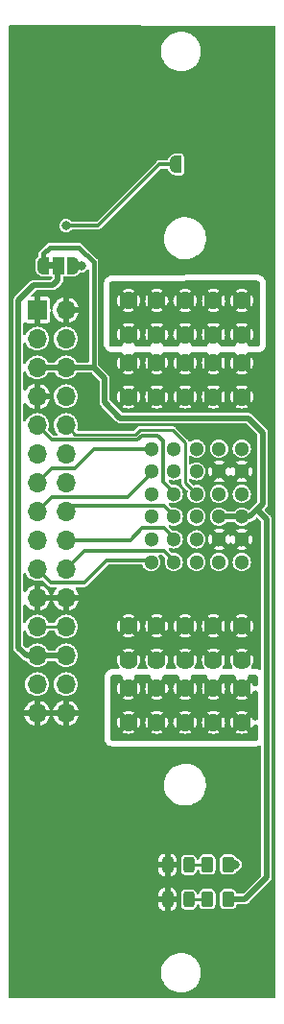
<source format=gbr>
%TF.GenerationSoftware,KiCad,Pcbnew,7.0.9-7.0.9~ubuntu23.04.1*%
%TF.CreationDate,2023-11-27T22:12:47+00:00*%
%TF.ProjectId,BATDATSOCKET01,42415444-4154-4534-9f43-4b455430312e,rev?*%
%TF.SameCoordinates,Original*%
%TF.FileFunction,Copper,L1,Top*%
%TF.FilePolarity,Positive*%
%FSLAX46Y46*%
G04 Gerber Fmt 4.6, Leading zero omitted, Abs format (unit mm)*
G04 Created by KiCad (PCBNEW 7.0.9-7.0.9~ubuntu23.04.1) date 2023-11-27 22:12:47*
%MOMM*%
%LPD*%
G01*
G04 APERTURE LIST*
G04 Aperture macros list*
%AMRoundRect*
0 Rectangle with rounded corners*
0 $1 Rounding radius*
0 $2 $3 $4 $5 $6 $7 $8 $9 X,Y pos of 4 corners*
0 Add a 4 corners polygon primitive as box body*
4,1,4,$2,$3,$4,$5,$6,$7,$8,$9,$2,$3,0*
0 Add four circle primitives for the rounded corners*
1,1,$1+$1,$2,$3*
1,1,$1+$1,$4,$5*
1,1,$1+$1,$6,$7*
1,1,$1+$1,$8,$9*
0 Add four rect primitives between the rounded corners*
20,1,$1+$1,$2,$3,$4,$5,0*
20,1,$1+$1,$4,$5,$6,$7,0*
20,1,$1+$1,$6,$7,$8,$9,0*
20,1,$1+$1,$8,$9,$2,$3,0*%
%AMFreePoly0*
4,1,19,0.500000,-0.750000,0.000000,-0.750000,0.000000,-0.744911,-0.071157,-0.744911,-0.207708,-0.704816,-0.327430,-0.627875,-0.420627,-0.520320,-0.479746,-0.390866,-0.500000,-0.250000,-0.500000,0.250000,-0.479746,0.390866,-0.420627,0.520320,-0.327430,0.627875,-0.207708,0.704816,-0.071157,0.744911,0.000000,0.744911,0.000000,0.750000,0.500000,0.750000,0.500000,-0.750000,0.500000,-0.750000,
$1*%
%AMFreePoly1*
4,1,19,0.000000,0.744911,0.071157,0.744911,0.207708,0.704816,0.327430,0.627875,0.420627,0.520320,0.479746,0.390866,0.500000,0.250000,0.500000,-0.250000,0.479746,-0.390866,0.420627,-0.520320,0.327430,-0.627875,0.207708,-0.704816,0.071157,-0.744911,0.000000,-0.744911,0.000000,-0.750000,-0.500000,-0.750000,-0.500000,0.750000,0.000000,0.750000,0.000000,0.744911,0.000000,0.744911,
$1*%
%AMFreePoly2*
4,1,19,0.550000,-0.750000,0.000000,-0.750000,0.000000,-0.744911,-0.071157,-0.744911,-0.207708,-0.704816,-0.327430,-0.627875,-0.420627,-0.520320,-0.479746,-0.390866,-0.500000,-0.250000,-0.500000,0.250000,-0.479746,0.390866,-0.420627,0.520320,-0.327430,0.627875,-0.207708,0.704816,-0.071157,0.744911,0.000000,0.744911,0.000000,0.750000,0.550000,0.750000,0.550000,-0.750000,0.550000,-0.750000,
$1*%
%AMFreePoly3*
4,1,19,0.000000,0.744911,0.071157,0.744911,0.207708,0.704816,0.327430,0.627875,0.420627,0.520320,0.479746,0.390866,0.500000,0.250000,0.500000,-0.250000,0.479746,-0.390866,0.420627,-0.520320,0.327430,-0.627875,0.207708,-0.704816,0.071157,-0.744911,0.000000,-0.744911,0.000000,-0.750000,-0.550000,-0.750000,-0.550000,0.750000,0.000000,0.750000,0.000000,0.744911,0.000000,0.744911,
$1*%
G04 Aperture macros list end*
%TA.AperFunction,SMDPad,CuDef*%
%ADD10FreePoly0,0.000000*%
%TD*%
%TA.AperFunction,SMDPad,CuDef*%
%ADD11FreePoly1,0.000000*%
%TD*%
%TA.AperFunction,ComponentPad*%
%ADD12C,1.300000*%
%TD*%
%TA.AperFunction,ComponentPad*%
%ADD13C,1.620000*%
%TD*%
%TA.AperFunction,SMDPad,CuDef*%
%ADD14RoundRect,0.250000X0.262500X0.450000X-0.262500X0.450000X-0.262500X-0.450000X0.262500X-0.450000X0*%
%TD*%
%TA.AperFunction,ComponentPad*%
%ADD15C,6.000000*%
%TD*%
%TA.AperFunction,SMDPad,CuDef*%
%ADD16FreePoly2,0.000000*%
%TD*%
%TA.AperFunction,SMDPad,CuDef*%
%ADD17R,1.000000X1.500000*%
%TD*%
%TA.AperFunction,SMDPad,CuDef*%
%ADD18FreePoly3,0.000000*%
%TD*%
%TA.AperFunction,SMDPad,CuDef*%
%ADD19RoundRect,0.243750X-0.243750X-0.456250X0.243750X-0.456250X0.243750X0.456250X-0.243750X0.456250X0*%
%TD*%
%TA.AperFunction,ComponentPad*%
%ADD20R,1.700000X1.700000*%
%TD*%
%TA.AperFunction,ComponentPad*%
%ADD21O,1.700000X1.700000*%
%TD*%
%TA.AperFunction,ViaPad*%
%ADD22C,0.800000*%
%TD*%
%TA.AperFunction,Conductor*%
%ADD23C,0.500000*%
%TD*%
%TA.AperFunction,Conductor*%
%ADD24C,0.400000*%
%TD*%
%TA.AperFunction,Conductor*%
%ADD25C,0.250000*%
%TD*%
%TA.AperFunction,Conductor*%
%ADD26C,0.300000*%
%TD*%
G04 APERTURE END LIST*
%TA.AperFunction,EtchedComponent*%
%TO.C,JP1*%
G36*
X-20900000Y64350000D02*
G01*
X-21400000Y64350000D01*
X-21400000Y64950000D01*
X-20900000Y64950000D01*
X-20900000Y64350000D01*
G37*
%TD.AperFunction*%
%TD*%
D10*
%TO.P,JP2,1,A*%
%TO.N,/connection_detector*%
X-10114000Y73555000D03*
D11*
%TO.P,JP2,2,B*%
%TO.N,GND*%
X-8814000Y73555000D03*
%TD*%
D12*
%TO.P,J1,A1*%
%TO.N,unconnected-(J1-PadA1)*%
X-4300000Y38485000D03*
%TO.P,J1,A2*%
%TO.N,GND*%
X-4300000Y40485000D03*
%TO.P,J1,A3*%
%TO.N,/3v3*%
X-4300000Y42485000D03*
%TO.P,J1,A4*%
%TO.N,/5v*%
X-4300000Y44485000D03*
%TO.P,J1,A5*%
%TO.N,GND*%
X-4300000Y46485000D03*
%TO.P,J1,A6*%
%TO.N,unconnected-(J1-PadA6)*%
X-4300000Y48485000D03*
%TO.P,J1,B1*%
%TO.N,unconnected-(J1-PadB1)*%
X-6300000Y38485000D03*
%TO.P,J1,B2*%
%TO.N,GND*%
X-6300000Y40485000D03*
%TO.P,J1,B3*%
%TO.N,/3v3*%
X-6300000Y42485000D03*
%TO.P,J1,B4*%
%TO.N,/5v*%
X-6300000Y44485000D03*
%TO.P,J1,B5*%
%TO.N,GND*%
X-6300000Y46485000D03*
%TO.P,J1,B6*%
%TO.N,unconnected-(J1-PadB6)*%
X-6300000Y48485000D03*
%TO.P,J1,C1*%
%TO.N,/SCL*%
X-8300000Y38485000D03*
%TO.P,J1,C2*%
%TO.N,/SDA*%
X-8300000Y40485000D03*
%TO.P,J1,C3*%
%TO.N,unconnected-(J1-PadC3)*%
X-8300000Y42485000D03*
%TO.P,J1,C4*%
%TO.N,/RST*%
X-8300000Y44485000D03*
%TO.P,J1,C5*%
%TO.N,unconnected-(J1-PadC5)*%
X-8300000Y46485000D03*
%TO.P,J1,C6*%
%TO.N,unconnected-(J1-PadC6)*%
X-8300000Y48485000D03*
%TO.P,J1,D1*%
%TO.N,/SCLK*%
X-10300000Y38485000D03*
%TO.P,J1,D2*%
%TO.N,/MISO*%
X-10300000Y40485000D03*
%TO.P,J1,D3*%
%TO.N,/MOSI*%
X-10300000Y42485000D03*
%TO.P,J1,D4*%
%TO.N,/A0*%
X-10300000Y44485000D03*
%TO.P,J1,D5*%
%TO.N,/A1*%
X-10300000Y46485000D03*
%TO.P,J1,D6*%
%TO.N,/connection_detector*%
X-10300000Y48485000D03*
%TO.P,J1,E1*%
%TO.N,/C0*%
X-12300000Y38485000D03*
%TO.P,J1,E2*%
%TO.N,/C1*%
X-12300000Y40485000D03*
%TO.P,J1,E3*%
%TO.N,/TX*%
X-12300000Y42485000D03*
%TO.P,J1,E4*%
%TO.N,/RX*%
X-12300000Y44485000D03*
%TO.P,J1,E5*%
%TO.N,/B0*%
X-12300000Y46485000D03*
%TO.P,J1,E6*%
%TO.N,/B1*%
X-12300000Y48485000D03*
D13*
%TO.P,J1,P1*%
%TO.N,/BATT_B*%
X-14300000Y24345000D03*
X-11800000Y24345000D03*
X-9300000Y24345000D03*
X-6800000Y24345000D03*
X-4300000Y24345000D03*
X-14300000Y27345000D03*
X-11800000Y27345000D03*
X-9300000Y27345000D03*
X-6800000Y27345000D03*
X-4300000Y27345000D03*
%TO.P,J1,P2*%
%TO.N,GND*%
X-14300000Y29845000D03*
X-11800000Y29845000D03*
X-9300000Y29845000D03*
X-6800000Y29845000D03*
X-4300000Y29845000D03*
X-14300000Y32845000D03*
X-11800000Y32845000D03*
X-9300000Y32845000D03*
X-6800000Y32845000D03*
X-4300000Y32845000D03*
%TO.P,J1,P3*%
X-14300000Y53055000D03*
X-11800000Y53055000D03*
X-9300000Y53055000D03*
X-6800000Y53055000D03*
X-4300000Y53055000D03*
X-14300000Y56055000D03*
X-11800000Y56055000D03*
X-9300000Y56055000D03*
X-6800000Y56055000D03*
X-4300000Y56055000D03*
%TO.P,J1,P4*%
%TO.N,/BATT_A*%
X-14300000Y58555000D03*
X-11800000Y58555000D03*
X-9300000Y58555000D03*
X-6800000Y58555000D03*
X-4300000Y58555000D03*
X-14300000Y61555000D03*
X-11800000Y61555000D03*
X-9300000Y61555000D03*
X-6800000Y61555000D03*
X-4300000Y61555000D03*
%TD*%
D14*
%TO.P,R1,1*%
%TO.N,/5v*%
X-5514000Y11805000D03*
%TO.P,R1,2*%
%TO.N,Net-(D1-A)*%
X-7339000Y11805000D03*
%TD*%
%TO.P,R2,1*%
%TO.N,/3v3*%
X-5514000Y8755000D03*
%TO.P,R2,2*%
%TO.N,Net-(D2-A)*%
X-7339000Y8755000D03*
%TD*%
D15*
%TO.P,H3,1,1*%
%TO.N,GND*%
X-19820000Y73367500D03*
%TD*%
D16*
%TO.P,JP1,1,A*%
%TO.N,/3v3*%
X-21800000Y64650000D03*
D17*
%TO.P,JP1,2,C*%
%TO.N,/I2C_PWR*%
X-20500000Y64650000D03*
D18*
%TO.P,JP1,3,B*%
%TO.N,/5v*%
X-19200000Y64650000D03*
%TD*%
D15*
%TO.P,H4,1,1*%
%TO.N,GND*%
X-19820000Y12407500D03*
%TD*%
D19*
%TO.P,D1,1,K*%
%TO.N,GND*%
X-10851500Y11760000D03*
%TO.P,D1,2,A*%
%TO.N,Net-(D1-A)*%
X-8976500Y11760000D03*
%TD*%
%TO.P,D2,1,K*%
%TO.N,GND*%
X-10851500Y8720000D03*
%TO.P,D2,2,A*%
%TO.N,Net-(D2-A)*%
X-8976500Y8720000D03*
%TD*%
D20*
%TO.P,J2,1*%
%TO.N,GND*%
X-22360000Y60725000D03*
D21*
%TO.P,J2,2*%
X-19820000Y60725000D03*
%TO.P,J2,3*%
%TO.N,/5v*%
X-22360000Y58185000D03*
%TO.P,J2,4*%
X-19820000Y58185000D03*
%TO.P,J2,5*%
%TO.N,/3v3*%
X-22360000Y55645000D03*
%TO.P,J2,6*%
X-19820000Y55645000D03*
%TO.P,J2,7*%
%TO.N,GND*%
X-22360000Y53105000D03*
%TO.P,J2,8*%
%TO.N,/connection_detector*%
X-19820000Y53105000D03*
%TO.P,J2,9*%
%TO.N,/A0*%
X-22360000Y50565000D03*
%TO.P,J2,10*%
%TO.N,/RST*%
X-19820000Y50565000D03*
%TO.P,J2,11*%
%TO.N,/A1*%
X-22360000Y48025000D03*
%TO.P,J2,12*%
%TO.N,/RX*%
X-19820000Y48025000D03*
%TO.P,J2,13*%
%TO.N,/B1*%
X-22360000Y45485000D03*
%TO.P,J2,14*%
%TO.N,/TX*%
X-19820000Y45485000D03*
%TO.P,J2,15*%
%TO.N,/B0*%
X-22360000Y42945000D03*
%TO.P,J2,16*%
%TO.N,/MOSI*%
X-19820000Y42945000D03*
%TO.P,J2,17*%
%TO.N,/C1*%
X-22360000Y40405000D03*
%TO.P,J2,18*%
%TO.N,/MISO*%
X-19820000Y40405000D03*
%TO.P,J2,19*%
%TO.N,/C0*%
X-22360000Y37865000D03*
%TO.P,J2,20*%
%TO.N,/SCLK*%
X-19820000Y37865000D03*
%TO.P,J2,21*%
%TO.N,GND*%
X-22360000Y35325000D03*
%TO.P,J2,22*%
X-19820000Y35325000D03*
%TO.P,J2,23*%
%TO.N,/SCL*%
X-22360000Y32785000D03*
%TO.P,J2,24*%
X-19820000Y32785000D03*
%TO.P,J2,25*%
%TO.N,/I2C_PWR*%
X-22360000Y30245000D03*
%TO.P,J2,26*%
X-19820000Y30245000D03*
%TO.P,J2,27*%
%TO.N,/SDA*%
X-22360000Y27705000D03*
%TO.P,J2,28*%
X-19820000Y27705000D03*
%TO.P,J2,29*%
%TO.N,GND*%
X-22360000Y25165000D03*
%TO.P,J2,30*%
X-19820000Y25165000D03*
%TD*%
D22*
%TO.N,/5v*%
X-18450000Y64625000D03*
X-4914000Y11805000D03*
%TO.N,/connection_detector*%
X-19814000Y68155000D03*
%TD*%
D23*
%TO.N,/3v3*%
X-17370000Y55645000D02*
X-17345000Y55620000D01*
X-4014000Y8755000D02*
X-5514000Y8755000D01*
D24*
X-21814000Y65686000D02*
X-21250000Y66250000D01*
D23*
X-3584000Y42485000D02*
X-4300000Y42485000D01*
X-16414000Y54689000D02*
X-16414000Y52575000D01*
D24*
X-21250000Y66250000D02*
X-18675000Y66250000D01*
X-18675000Y66250000D02*
X-17361200Y64936200D01*
D23*
X-21695000Y55645000D02*
X-17370000Y55645000D01*
X-17345000Y55620000D02*
X-16414000Y54689000D01*
X-2464000Y43605000D02*
X-2964000Y43105000D01*
D24*
X-17361200Y64936200D02*
X-17361200Y55822800D01*
D23*
X-16414000Y52575000D02*
X-15014000Y51175000D01*
X-4300000Y42485000D02*
X-6164000Y42485000D01*
D24*
X-21814000Y64375000D02*
X-21814000Y65686000D01*
D23*
X-3714000Y51175000D02*
X-2464000Y49925000D01*
X-2964000Y43105000D02*
X-3584000Y42485000D01*
X-15014000Y51175000D02*
X-3714000Y51175000D01*
X-2464000Y49925000D02*
X-2464000Y43605000D01*
X-2114000Y10655000D02*
X-4014000Y8755000D01*
X-6164000Y42485000D02*
X-6314000Y42635000D01*
X-2114000Y42255000D02*
X-2114000Y10655000D01*
X-2964000Y43105000D02*
X-2114000Y42255000D01*
D25*
%TO.N,/5v*%
X-5514000Y11805000D02*
X-4914000Y11805000D01*
D23*
X-18450000Y64625000D02*
X-19175000Y64625000D01*
D25*
%TO.N,/SCL*%
X-19820000Y32785000D02*
X-22360000Y32785000D01*
%TO.N,/RST*%
X-9314000Y45499000D02*
X-8300000Y44485000D01*
X-19820000Y50565000D02*
X-19010000Y49755000D01*
X-18309000Y49750000D02*
X-13690752Y49750000D01*
X-13690752Y49750000D02*
X-13310751Y50130000D01*
X-19010000Y49755000D02*
X-18314000Y49755000D01*
X-13310751Y50130000D02*
X-10389000Y50130000D01*
X-10389000Y50130000D02*
X-9314000Y49055000D01*
X-18314000Y49755000D02*
X-18309000Y49750000D01*
X-9314000Y49055000D02*
X-9314000Y45499000D01*
D26*
%TO.N,/SCLK*%
X-11882724Y39480261D02*
X-18204739Y39480261D01*
X-10314000Y38635000D02*
X-11134261Y39455261D01*
X-11857724Y39455261D02*
X-11882724Y39480261D01*
X-18204739Y39480261D02*
X-19820000Y37865000D01*
X-11134261Y39455261D02*
X-11857724Y39455261D01*
%TO.N,/MISO*%
X-14159000Y40380000D02*
X-19130000Y40380000D01*
X-13064000Y41475000D02*
X-14159000Y40380000D01*
X-11154000Y41475000D02*
X-13064000Y41475000D01*
X-10314000Y40635000D02*
X-11154000Y41475000D01*
%TO.N,/MOSI*%
X-19284739Y43480261D02*
X-19820000Y42945000D01*
X-11159261Y43480261D02*
X-19284739Y43480261D01*
X-10314000Y42635000D02*
X-11159261Y43480261D01*
%TO.N,/A0*%
X-11264000Y49205000D02*
X-11714000Y49655000D01*
X-13114000Y49655000D02*
X-13494000Y49275000D01*
X-11264000Y45585000D02*
X-11264000Y49205000D01*
X-10314000Y44635000D02*
X-11264000Y45585000D01*
X-11714000Y49655000D02*
X-13114000Y49655000D01*
X-13494000Y49275000D02*
X-21070000Y49275000D01*
X-21070000Y49275000D02*
X-22360000Y50565000D01*
%TO.N,/connection_detector*%
X-11614000Y73555000D02*
X-10114000Y73555000D01*
X-19814000Y68155000D02*
X-17014000Y68155000D01*
X-17014000Y68155000D02*
X-11614000Y73555000D01*
%TO.N,/C0*%
X-18199344Y36639656D02*
X-21134656Y36639656D01*
X-21134656Y36639656D02*
X-22360000Y37865000D01*
X-12314000Y38635000D02*
X-16204000Y38635000D01*
X-16204000Y38635000D02*
X-18199344Y36639656D01*
%TO.N,/B0*%
X-12314000Y46255500D02*
X-14344500Y44225000D01*
X-14344500Y44225000D02*
X-21080000Y44225000D01*
X-21080000Y44225000D02*
X-22360000Y42945000D01*
%TO.N,/B1*%
X-12314000Y48635000D02*
X-12489000Y48460000D01*
X-17309000Y48460000D02*
X-18994000Y46775000D01*
X-18994000Y46775000D02*
X-21070000Y46775000D01*
X-12489000Y48460000D02*
X-17309000Y48460000D01*
X-21070000Y46775000D02*
X-22360000Y45485000D01*
D23*
%TO.N,/I2C_PWR*%
X-20964000Y62925000D02*
X-22664000Y62925000D01*
X-19845000Y30220000D02*
X-19820000Y30245000D01*
X-20514000Y64375000D02*
X-20514000Y63375000D01*
X-24025000Y30950000D02*
X-23295000Y30220000D01*
X-20514000Y63375000D02*
X-20964000Y62925000D01*
X-23295000Y30220000D02*
X-19845000Y30220000D01*
X-22664000Y62925000D02*
X-24025000Y61564000D01*
X-24025000Y61564000D02*
X-24025000Y30950000D01*
D25*
%TO.N,Net-(D1-A)*%
X-8976500Y11760000D02*
X-7384000Y11760000D01*
X-7384000Y11760000D02*
X-7339000Y11805000D01*
%TO.N,Net-(D2-A)*%
X-8976500Y8720000D02*
X-7374000Y8720000D01*
X-7374000Y8720000D02*
X-7339000Y8755000D01*
%TD*%
%TA.AperFunction,Conductor*%
%TO.N,GND*%
G36*
X-2564500Y29083444D02*
G01*
X-2584185Y29016405D01*
X-2636989Y28970650D01*
X-2706147Y28960706D01*
X-2751529Y28976658D01*
X-2785437Y28996672D01*
X-2921235Y29044234D01*
X-3016550Y29062970D01*
X-3016559Y29062971D01*
X-3115204Y29072463D01*
X-3244473Y29072171D01*
X-3284032Y29083691D01*
X-2564500Y29524694D01*
X-2564500Y29083444D01*
G37*
%TD.AperFunction*%
%TA.AperFunction,Conductor*%
G36*
X-14839041Y51644002D02*
G01*
X-14843073Y51645185D01*
X-14863715Y51661819D01*
X-14909889Y51707993D01*
X-14839041Y51644002D01*
G37*
%TD.AperFunction*%
%TA.AperFunction,Conductor*%
G36*
X-17796982Y64256921D02*
G01*
X-17764229Y64195204D01*
X-17761700Y64170289D01*
X-17761700Y56219500D01*
X-17781385Y56152461D01*
X-17834189Y56106706D01*
X-17885700Y56095500D01*
X-18795325Y56095500D01*
X-18862364Y56115185D01*
X-18904683Y56161047D01*
X-18942312Y56231445D01*
X-18942316Y56231451D01*
X-18942318Y56231453D01*
X-18973164Y56269040D01*
X-19073590Y56391411D01*
X-19233548Y56522683D01*
X-19233547Y56522683D01*
X-19233550Y56522685D01*
X-19416046Y56620232D01*
X-19614066Y56680300D01*
X-19614068Y56680301D01*
X-19614066Y56680301D01*
X-19820000Y56700583D01*
X-20025933Y56680301D01*
X-20223957Y56620231D01*
X-20327285Y56565000D01*
X-20406450Y56522685D01*
X-20406452Y56522684D01*
X-20406453Y56522683D01*
X-20566411Y56391411D01*
X-20697685Y56231451D01*
X-20697689Y56231445D01*
X-20735317Y56161047D01*
X-20784279Y56111203D01*
X-20844675Y56095500D01*
X-21335325Y56095500D01*
X-21402364Y56115185D01*
X-21444683Y56161047D01*
X-21482312Y56231445D01*
X-21482316Y56231451D01*
X-21482318Y56231453D01*
X-21513164Y56269040D01*
X-21613590Y56391411D01*
X-21773548Y56522683D01*
X-21773547Y56522683D01*
X-21773550Y56522685D01*
X-21956046Y56620232D01*
X-22154066Y56680300D01*
X-22154068Y56680301D01*
X-22154066Y56680301D01*
X-22360000Y56700583D01*
X-22565933Y56680301D01*
X-22763957Y56620231D01*
X-22867285Y56565000D01*
X-22946450Y56522685D01*
X-22946452Y56522684D01*
X-22946453Y56522683D01*
X-23106411Y56391411D01*
X-23237683Y56231453D01*
X-23237685Y56231450D01*
X-23244072Y56219500D01*
X-23335235Y56048951D01*
X-23335940Y56047246D01*
X-23336549Y56046491D01*
X-23338104Y56043581D01*
X-23338656Y56043876D01*
X-23379782Y55992844D01*
X-23446076Y55970780D01*
X-23513775Y55988060D01*
X-23561385Y56039199D01*
X-23574500Y56094701D01*
X-23574500Y57735300D01*
X-23554815Y57802339D01*
X-23502011Y57848094D01*
X-23432853Y57858038D01*
X-23369297Y57829013D01*
X-23338451Y57786234D01*
X-23338104Y57786419D01*
X-23336728Y57783845D01*
X-23335938Y57782749D01*
X-23335235Y57781052D01*
X-23335233Y57781047D01*
X-23335232Y57781046D01*
X-23237685Y57598550D01*
X-23237683Y57598548D01*
X-23106411Y57438590D01*
X-23016491Y57364796D01*
X-22946450Y57307315D01*
X-22763954Y57209768D01*
X-22565934Y57149700D01*
X-22565935Y57149700D01*
X-22547471Y57147882D01*
X-22360000Y57129417D01*
X-22154066Y57149700D01*
X-21956046Y57209768D01*
X-21773550Y57307315D01*
X-21613590Y57438590D01*
X-21482315Y57598550D01*
X-21384768Y57781046D01*
X-21324700Y57979066D01*
X-21304417Y58185000D01*
X-20875583Y58185000D01*
X-20855301Y57979068D01*
X-20855300Y57979066D01*
X-20795232Y57781046D01*
X-20697685Y57598550D01*
X-20697683Y57598548D01*
X-20566411Y57438590D01*
X-20476491Y57364796D01*
X-20406450Y57307315D01*
X-20223954Y57209768D01*
X-20025934Y57149700D01*
X-20025935Y57149700D01*
X-20007471Y57147882D01*
X-19820000Y57129417D01*
X-19614066Y57149700D01*
X-19416046Y57209768D01*
X-19233550Y57307315D01*
X-19073590Y57438590D01*
X-18942315Y57598550D01*
X-18844768Y57781046D01*
X-18784700Y57979066D01*
X-18764417Y58185000D01*
X-18784700Y58390934D01*
X-18844768Y58588954D01*
X-18942315Y58771450D01*
X-18994298Y58834791D01*
X-19073590Y58931411D01*
X-19233548Y59062683D01*
X-19233547Y59062683D01*
X-19233550Y59062685D01*
X-19416046Y59160232D01*
X-19614066Y59220300D01*
X-19614068Y59220301D01*
X-19614066Y59220301D01*
X-19820000Y59240583D01*
X-20025933Y59220301D01*
X-20223957Y59160231D01*
X-20334102Y59101357D01*
X-20406450Y59062685D01*
X-20406452Y59062684D01*
X-20406453Y59062683D01*
X-20566411Y58931411D01*
X-20697683Y58771453D01*
X-20795231Y58588957D01*
X-20855301Y58390933D01*
X-20875583Y58185000D01*
X-21304417Y58185000D01*
X-21324700Y58390934D01*
X-21384768Y58588954D01*
X-21482315Y58771450D01*
X-21534298Y58834791D01*
X-21613590Y58931411D01*
X-21773548Y59062683D01*
X-21773547Y59062683D01*
X-21773550Y59062685D01*
X-21956046Y59160232D01*
X-22154066Y59220300D01*
X-22154068Y59220301D01*
X-22154066Y59220301D01*
X-22360000Y59240583D01*
X-22565933Y59220301D01*
X-22763957Y59160231D01*
X-22874102Y59101357D01*
X-22946450Y59062685D01*
X-22946452Y59062684D01*
X-22946453Y59062683D01*
X-23106411Y58931411D01*
X-23237683Y58771453D01*
X-23335235Y58588951D01*
X-23335940Y58587246D01*
X-23336549Y58586491D01*
X-23338104Y58583581D01*
X-23338656Y58583876D01*
X-23379782Y58532844D01*
X-23446076Y58510780D01*
X-23513775Y58528060D01*
X-23561385Y58579199D01*
X-23574500Y58634701D01*
X-23574500Y59519506D01*
X-23554815Y59586545D01*
X-23502011Y59632300D01*
X-23432853Y59642244D01*
X-23393424Y59626873D01*
X-23392990Y59627854D01*
X-23279877Y59577911D01*
X-23254794Y59575001D01*
X-22610001Y59575001D01*
X-22610000Y59575002D01*
X-22610000Y60289499D01*
X-22502315Y60240320D01*
X-22395763Y60225000D01*
X-22324237Y60225000D01*
X-22217685Y60240320D01*
X-22110000Y60289499D01*
X-22110000Y59575001D01*
X-21465214Y59575001D01*
X-21465192Y59575003D01*
X-21440131Y59577909D01*
X-21440127Y59577910D01*
X-21337526Y59623212D01*
X-21337521Y59623215D01*
X-21258215Y59702521D01*
X-21258212Y59702526D01*
X-21212911Y59805123D01*
X-21212911Y59805125D01*
X-21210001Y59830206D01*
X-21210001Y60579769D01*
X-21190317Y60646808D01*
X-21137513Y60692563D01*
X-21068354Y60702507D01*
X-21004798Y60673482D01*
X-20967024Y60614704D01*
X-20962530Y60591211D01*
X-20955262Y60512784D01*
X-20955262Y60512781D01*
X-20896942Y60307804D01*
X-20896934Y60307784D01*
X-20801941Y60117011D01*
X-20673500Y59946929D01*
X-20516000Y59803349D01*
X-20515998Y59803347D01*
X-20334799Y59691154D01*
X-20334793Y59691151D01*
X-20136059Y59614162D01*
X-20070000Y59601814D01*
X-20070000Y60289499D01*
X-19962315Y60240320D01*
X-19855763Y60225000D01*
X-19784237Y60225000D01*
X-19677685Y60240320D01*
X-19570000Y60289499D01*
X-19570000Y59601815D01*
X-19503942Y59614162D01*
X-19305208Y59691151D01*
X-19305202Y59691154D01*
X-19124003Y59803347D01*
X-19124001Y59803349D01*
X-18966501Y59946929D01*
X-18838062Y60117009D01*
X-18743068Y60307782D01*
X-18743063Y60307795D01*
X-18695488Y60475000D01*
X-19386314Y60475000D01*
X-19360507Y60515156D01*
X-19320000Y60653111D01*
X-19320000Y60796889D01*
X-19360507Y60934844D01*
X-19386314Y60975000D01*
X-18695488Y60975000D01*
X-18695488Y60975001D01*
X-18743063Y61142206D01*
X-18743068Y61142219D01*
X-18838062Y61332992D01*
X-18966501Y61503072D01*
X-19124001Y61646652D01*
X-19124003Y61646654D01*
X-19305202Y61758847D01*
X-19305211Y61758851D01*
X-19503937Y61835837D01*
X-19503942Y61835838D01*
X-19570000Y61848187D01*
X-19570000Y61160502D01*
X-19677685Y61209680D01*
X-19784237Y61225000D01*
X-19855763Y61225000D01*
X-19962315Y61209680D01*
X-20070000Y61160502D01*
X-20070000Y61848187D01*
X-20136059Y61835838D01*
X-20136064Y61835837D01*
X-20334790Y61758851D01*
X-20334799Y61758847D01*
X-20515998Y61646654D01*
X-20516000Y61646652D01*
X-20673500Y61503072D01*
X-20801941Y61332990D01*
X-20896934Y61142217D01*
X-20896942Y61142197D01*
X-20955262Y60937220D01*
X-20955262Y60937217D01*
X-20962530Y60858788D01*
X-20988317Y60793851D01*
X-21045117Y60753164D01*
X-21114898Y60749644D01*
X-21175505Y60784410D01*
X-21207694Y60846423D01*
X-21210001Y60870230D01*
X-21210001Y61619786D01*
X-21210003Y61619809D01*
X-21212909Y61644870D01*
X-21212910Y61644874D01*
X-21258212Y61747475D01*
X-21258215Y61747480D01*
X-21337521Y61826786D01*
X-21337526Y61826789D01*
X-21440124Y61872090D01*
X-21465206Y61875000D01*
X-22110000Y61875000D01*
X-22110000Y61160502D01*
X-22217685Y61209680D01*
X-22324237Y61225000D01*
X-22395763Y61225000D01*
X-22502315Y61209680D01*
X-22610000Y61160502D01*
X-22610000Y61875000D01*
X-22777536Y61875000D01*
X-22844575Y61894685D01*
X-22890330Y61947489D01*
X-22900274Y62016647D01*
X-22871249Y62080203D01*
X-22865231Y62086667D01*
X-22513716Y62438181D01*
X-22452393Y62471666D01*
X-22426035Y62474500D01*
X-20992783Y62474500D01*
X-20985845Y62474111D01*
X-20953950Y62470517D01*
X-20946966Y62469730D01*
X-20946966Y62469731D01*
X-20946965Y62469730D01*
X-20888521Y62480789D01*
X-20829713Y62489652D01*
X-20829710Y62489654D01*
X-20821553Y62492170D01*
X-20813531Y62494977D01*
X-20813528Y62494977D01*
X-20760928Y62522778D01*
X-20707358Y62548575D01*
X-20707358Y62548576D01*
X-20707356Y62548576D01*
X-20700305Y62553384D01*
X-20693462Y62558434D01*
X-20651401Y62600496D01*
X-20607806Y62640945D01*
X-20607804Y62640950D01*
X-20602013Y62648210D01*
X-20601357Y62647687D01*
X-20591968Y62659930D01*
X-20215795Y63036104D01*
X-20210627Y63040723D01*
X-20180030Y63065121D01*
X-20146520Y63114272D01*
X-20111207Y63162118D01*
X-20111206Y63162121D01*
X-20107213Y63169676D01*
X-20103530Y63177324D01*
X-20103530Y63177325D01*
X-20103528Y63177327D01*
X-20085993Y63234178D01*
X-20066354Y63290301D01*
X-20064768Y63298689D01*
X-20063500Y63307096D01*
X-20063500Y63366574D01*
X-20061276Y63426008D01*
X-20062316Y63435239D01*
X-20061487Y63435333D01*
X-20063500Y63450634D01*
X-20063500Y63581177D01*
X-20043815Y63648216D01*
X-19991011Y63693971D01*
X-19963695Y63702794D01*
X-19921769Y63711133D01*
X-19921769Y63711134D01*
X-19909789Y63713516D01*
X-19909535Y63712238D01*
X-19852991Y63718320D01*
X-19829101Y63711306D01*
X-19750005Y63695573D01*
X-19750001Y63695572D01*
X-19750000Y63695572D01*
X-19128112Y63695572D01*
X-19128111Y63695572D01*
X-19070517Y63703853D01*
X-18932562Y63744360D01*
X-18879634Y63768531D01*
X-18758680Y63846263D01*
X-18714705Y63884368D01*
X-18626354Y63986333D01*
X-18567578Y64024106D01*
X-18516459Y64028068D01*
X-18450000Y64019318D01*
X-18293238Y64039956D01*
X-18147159Y64100464D01*
X-18021718Y64196718D01*
X-17984075Y64245777D01*
X-17927649Y64286978D01*
X-17857903Y64291133D01*
X-17796982Y64256921D01*
G37*
%TD.AperFunction*%
%TA.AperFunction,Conductor*%
G36*
X-1437870Y85800129D02*
G01*
X-1370852Y85780375D01*
X-1325152Y85727523D01*
X-1314000Y85676129D01*
X-1314000Y129500D01*
X-1333685Y62461D01*
X-1386489Y16706D01*
X-1438000Y5500D01*
X-19110998Y5500D01*
X-24789887Y23211D01*
X-24856864Y43104D01*
X-24902454Y96051D01*
X-24913500Y147210D01*
X-24913500Y2116313D01*
X-11410500Y2116313D01*
X-11390206Y1981677D01*
X-11371396Y1856885D01*
X-11371395Y1856883D01*
X-11371394Y1856877D01*
X-11294062Y1606174D01*
X-11180233Y1369804D01*
X-11180232Y1369803D01*
X-11180230Y1369800D01*
X-11180228Y1369796D01*
X-11032433Y1153021D01*
X-10853986Y960699D01*
X-10853982Y960696D01*
X-10853981Y960695D01*
X-10648857Y797114D01*
X-10421643Y665932D01*
X-10177416Y570080D01*
X-9921630Y511698D01*
X-9921624Y511698D01*
X-9921621Y511697D01*
X-9725500Y497000D01*
X-9725494Y497000D01*
X-9594500Y497000D01*
X-9398380Y511697D01*
X-9398378Y511698D01*
X-9398370Y511698D01*
X-9142584Y570080D01*
X-8898357Y665932D01*
X-8671143Y797114D01*
X-8466019Y960695D01*
X-8287567Y1153021D01*
X-8139772Y1369796D01*
X-8025937Y1606177D01*
X-7948604Y1856885D01*
X-7909500Y2116318D01*
X-7909500Y2378682D01*
X-7948604Y2638115D01*
X-8025937Y2888823D01*
X-8037879Y2913620D01*
X-8139768Y3125197D01*
X-8139769Y3125198D01*
X-8139770Y3125199D01*
X-8139772Y3125204D01*
X-8287567Y3341979D01*
X-8297559Y3352747D01*
X-8466015Y3534302D01*
X-8505467Y3565764D01*
X-8671143Y3697886D01*
X-8898357Y3829068D01*
X-9142584Y3924920D01*
X-9142589Y3924922D01*
X-9142598Y3924924D01*
X-9360182Y3974586D01*
X-9398370Y3983302D01*
X-9398371Y3983303D01*
X-9398375Y3983303D01*
X-9398380Y3983304D01*
X-9594500Y3998000D01*
X-9594506Y3998000D01*
X-9725494Y3998000D01*
X-9725500Y3998000D01*
X-9921621Y3983304D01*
X-9921626Y3983303D01*
X-10177403Y3924924D01*
X-10177422Y3924918D01*
X-10421644Y3829068D01*
X-10648857Y3697886D01*
X-10853986Y3534302D01*
X-11032433Y3341980D01*
X-11180232Y3125198D01*
X-11180233Y3125197D01*
X-11294062Y2888827D01*
X-11371394Y2638124D01*
X-11371395Y2638119D01*
X-11371396Y2638115D01*
X-11386147Y2540253D01*
X-11410500Y2378688D01*
X-11410500Y2116313D01*
X-24913500Y2116313D01*
X-24913500Y8470000D01*
X-11639000Y8470000D01*
X-11639000Y8221182D01*
X-11628507Y8133802D01*
X-11628507Y8133801D01*
X-11573670Y7994745D01*
X-11483355Y7875646D01*
X-11364256Y7785331D01*
X-11225199Y7730494D01*
X-11137818Y7720000D01*
X-11101500Y7720000D01*
X-11101500Y8470000D01*
X-10601500Y8470000D01*
X-10601500Y7720000D01*
X-10565182Y7720000D01*
X-10477802Y7730494D01*
X-10477801Y7730494D01*
X-10338745Y7785331D01*
X-10219646Y7875646D01*
X-10129331Y7994745D01*
X-10074494Y8133801D01*
X-10074494Y8133802D01*
X-10065315Y8210232D01*
X-9664500Y8210232D01*
X-9661687Y8180231D01*
X-9661685Y8180219D01*
X-9617456Y8053822D01*
X-9617455Y8053820D01*
X-9537931Y7946070D01*
X-9430181Y7866546D01*
X-9430179Y7866545D01*
X-9303782Y7822316D01*
X-9303778Y7822316D01*
X-9303774Y7822314D01*
X-9288769Y7820907D01*
X-9273768Y7819500D01*
X-9273764Y7819500D01*
X-8679232Y7819500D01*
X-8665899Y7820751D01*
X-8649226Y7822314D01*
X-8649222Y7822316D01*
X-8649219Y7822316D01*
X-8557244Y7854500D01*
X-8522821Y7866545D01*
X-8415070Y7946070D01*
X-8335545Y8053821D01*
X-8291314Y8180226D01*
X-8290171Y8192419D01*
X-8264318Y8257326D01*
X-8207475Y8297954D01*
X-8137690Y8301401D01*
X-8077120Y8266572D01*
X-8049672Y8221801D01*
X-8004294Y8092120D01*
X-8004293Y8092118D01*
X-7923650Y7982850D01*
X-7814382Y7902207D01*
X-7771655Y7887256D01*
X-7686201Y7857354D01*
X-7655770Y7854500D01*
X-7655766Y7854500D01*
X-7022230Y7854500D01*
X-6991801Y7857354D01*
X-6991799Y7857354D01*
X-6927710Y7879781D01*
X-6863618Y7902207D01*
X-6754350Y7982850D01*
X-6673707Y8092118D01*
X-6642875Y8180231D01*
X-6628854Y8220299D01*
X-6628854Y8220301D01*
X-6626000Y8250731D01*
X-6626000Y9259270D01*
X-6628854Y9289700D01*
X-6628854Y9289702D01*
X-6673707Y9417881D01*
X-6673708Y9417883D01*
X-6729833Y9493930D01*
X-6754350Y9527150D01*
X-6863618Y9607793D01*
X-6863620Y9607794D01*
X-6991800Y9652647D01*
X-7022230Y9655500D01*
X-7022234Y9655500D01*
X-7655766Y9655500D01*
X-7655770Y9655500D01*
X-7686200Y9652647D01*
X-7686202Y9652647D01*
X-7814381Y9607794D01*
X-7814383Y9607793D01*
X-7923650Y9527150D01*
X-8004293Y9417883D01*
X-8004294Y9417881D01*
X-8049147Y9289702D01*
X-8049540Y9285503D01*
X-8050698Y9282599D01*
X-8050756Y9282330D01*
X-8050801Y9282340D01*
X-8075402Y9220596D01*
X-8132249Y9179974D01*
X-8202034Y9176534D01*
X-8262600Y9211370D01*
X-8290039Y9256132D01*
X-8335545Y9386179D01*
X-8335546Y9386181D01*
X-8415070Y9493931D01*
X-8522820Y9573455D01*
X-8522822Y9573456D01*
X-8649219Y9617685D01*
X-8649231Y9617687D01*
X-8679232Y9620500D01*
X-8679236Y9620500D01*
X-9273764Y9620500D01*
X-9273768Y9620500D01*
X-9303770Y9617687D01*
X-9303782Y9617685D01*
X-9430179Y9573456D01*
X-9430181Y9573455D01*
X-9537931Y9493931D01*
X-9617455Y9386181D01*
X-9617456Y9386179D01*
X-9661685Y9259782D01*
X-9661687Y9259770D01*
X-9664500Y9229769D01*
X-9664500Y8210232D01*
X-10065315Y8210232D01*
X-10064000Y8221182D01*
X-10064000Y8470000D01*
X-10601500Y8470000D01*
X-11101500Y8470000D01*
X-11639000Y8470000D01*
X-24913500Y8470000D01*
X-24913500Y8970000D01*
X-11639000Y8970000D01*
X-11101500Y8970000D01*
X-11101500Y9720000D01*
X-10601500Y9720000D01*
X-10601500Y8970000D01*
X-10064000Y8970000D01*
X-10064000Y9218819D01*
X-10074494Y9306199D01*
X-10074494Y9306200D01*
X-10129331Y9445256D01*
X-10219646Y9564355D01*
X-10338745Y9654670D01*
X-10477802Y9709507D01*
X-10565182Y9720000D01*
X-10601500Y9720000D01*
X-11101500Y9720000D01*
X-11137818Y9720000D01*
X-11225199Y9709507D01*
X-11225200Y9709507D01*
X-11364256Y9654670D01*
X-11483355Y9564355D01*
X-11573670Y9445256D01*
X-11628507Y9306200D01*
X-11628507Y9306199D01*
X-11639000Y9218819D01*
X-11639000Y8970000D01*
X-24913500Y8970000D01*
X-24913500Y11510000D01*
X-11639000Y11510000D01*
X-11639000Y11261182D01*
X-11628507Y11173802D01*
X-11628507Y11173801D01*
X-11573670Y11034745D01*
X-11483355Y10915646D01*
X-11364256Y10825331D01*
X-11225199Y10770494D01*
X-11137818Y10760000D01*
X-11101500Y10760000D01*
X-11101500Y11510000D01*
X-10601500Y11510000D01*
X-10601500Y10760000D01*
X-10565182Y10760000D01*
X-10477802Y10770494D01*
X-10477801Y10770494D01*
X-10338745Y10825331D01*
X-10219646Y10915646D01*
X-10129331Y11034745D01*
X-10074494Y11173801D01*
X-10074494Y11173802D01*
X-10065315Y11250232D01*
X-9664500Y11250232D01*
X-9661687Y11220231D01*
X-9661685Y11220219D01*
X-9617456Y11093822D01*
X-9617455Y11093820D01*
X-9537931Y10986070D01*
X-9430181Y10906546D01*
X-9430179Y10906545D01*
X-9303782Y10862316D01*
X-9303778Y10862316D01*
X-9303774Y10862314D01*
X-9288769Y10860907D01*
X-9273768Y10859500D01*
X-9273764Y10859500D01*
X-8679232Y10859500D01*
X-8665899Y10860751D01*
X-8649226Y10862314D01*
X-8649222Y10862316D01*
X-8649219Y10862316D01*
X-8578155Y10887184D01*
X-8522821Y10906545D01*
X-8415070Y10986070D01*
X-8335545Y11093821D01*
X-8291314Y11220226D01*
X-8289431Y11240309D01*
X-8263575Y11305215D01*
X-8206731Y11345841D01*
X-8136946Y11349286D01*
X-8076377Y11314455D01*
X-8048932Y11269687D01*
X-8007167Y11150332D01*
X-8004293Y11142118D01*
X-7923650Y11032850D01*
X-7814382Y10952207D01*
X-7771655Y10937256D01*
X-7686201Y10907354D01*
X-7655770Y10904500D01*
X-7655766Y10904500D01*
X-7022230Y10904500D01*
X-6991801Y10907354D01*
X-6991799Y10907354D01*
X-6927710Y10929781D01*
X-6863618Y10952207D01*
X-6754350Y11032850D01*
X-6673707Y11142118D01*
X-6646374Y11220231D01*
X-6628854Y11270299D01*
X-6628854Y11270301D01*
X-6626000Y11300731D01*
X-6227000Y11300731D01*
X-6224147Y11270301D01*
X-6224147Y11270299D01*
X-6181811Y11149314D01*
X-6179293Y11142118D01*
X-6098650Y11032850D01*
X-5989382Y10952207D01*
X-5946655Y10937256D01*
X-5861201Y10907354D01*
X-5830770Y10904500D01*
X-5830766Y10904500D01*
X-5197230Y10904500D01*
X-5166801Y10907354D01*
X-5166799Y10907354D01*
X-5102710Y10929781D01*
X-5038618Y10952207D01*
X-4929350Y11032850D01*
X-4848707Y11142118D01*
X-4848706Y11142121D01*
X-4844366Y11150332D01*
X-4842438Y11149314D01*
X-4809052Y11195873D01*
X-4764811Y11217928D01*
X-4757253Y11219955D01*
X-4757238Y11219956D01*
X-4611159Y11280464D01*
X-4485718Y11376718D01*
X-4389464Y11502159D01*
X-4328956Y11648238D01*
X-4308318Y11805000D01*
X-4328956Y11961762D01*
X-4389464Y12107841D01*
X-4485718Y12233282D01*
X-4611159Y12329536D01*
X-4611161Y12329537D01*
X-4757242Y12390046D01*
X-4764819Y12392076D01*
X-4824477Y12428444D01*
X-4843385Y12460188D01*
X-4844366Y12459669D01*
X-4848707Y12467883D01*
X-4882952Y12514282D01*
X-4929350Y12577150D01*
X-5038618Y12657793D01*
X-5038620Y12657794D01*
X-5166800Y12702647D01*
X-5197230Y12705500D01*
X-5197234Y12705500D01*
X-5830766Y12705500D01*
X-5830770Y12705500D01*
X-5861200Y12702647D01*
X-5861202Y12702647D01*
X-5989381Y12657794D01*
X-5989383Y12657793D01*
X-6098650Y12577150D01*
X-6179293Y12467883D01*
X-6179294Y12467881D01*
X-6224147Y12339702D01*
X-6224147Y12339700D01*
X-6227000Y12309270D01*
X-6227000Y11300731D01*
X-6626000Y11300731D01*
X-6626000Y12309270D01*
X-6628854Y12339700D01*
X-6628854Y12339702D01*
X-6673707Y12467881D01*
X-6673708Y12467883D01*
X-6686530Y12485256D01*
X-6754350Y12577150D01*
X-6863618Y12657793D01*
X-6863620Y12657794D01*
X-6991800Y12702647D01*
X-7022230Y12705500D01*
X-7022234Y12705500D01*
X-7655766Y12705500D01*
X-7655770Y12705500D01*
X-7686200Y12702647D01*
X-7686202Y12702647D01*
X-7814381Y12657794D01*
X-7814383Y12657793D01*
X-7923650Y12577150D01*
X-8004293Y12467883D01*
X-8004294Y12467881D01*
X-8049147Y12339702D01*
X-8049147Y12339700D01*
X-8050279Y12327622D01*
X-8076137Y12262714D01*
X-8132982Y12222089D01*
X-8202767Y12218646D01*
X-8263335Y12253478D01*
X-8290778Y12298245D01*
X-8335545Y12426179D01*
X-8335546Y12426181D01*
X-8415070Y12533931D01*
X-8522820Y12613455D01*
X-8522822Y12613456D01*
X-8649219Y12657685D01*
X-8649231Y12657687D01*
X-8679232Y12660500D01*
X-8679236Y12660500D01*
X-9273764Y12660500D01*
X-9273768Y12660500D01*
X-9303770Y12657687D01*
X-9303782Y12657685D01*
X-9430179Y12613456D01*
X-9430181Y12613455D01*
X-9537931Y12533931D01*
X-9617455Y12426181D01*
X-9617456Y12426179D01*
X-9661685Y12299782D01*
X-9661687Y12299770D01*
X-9664500Y12269769D01*
X-9664500Y11250232D01*
X-10065315Y11250232D01*
X-10064000Y11261182D01*
X-10064000Y11510000D01*
X-10601500Y11510000D01*
X-11101500Y11510000D01*
X-11639000Y11510000D01*
X-24913500Y11510000D01*
X-24913500Y12010000D01*
X-11639000Y12010000D01*
X-11101500Y12010000D01*
X-11101500Y12760000D01*
X-10601500Y12760000D01*
X-10601500Y12010000D01*
X-10064000Y12010000D01*
X-10064000Y12258819D01*
X-10074494Y12346199D01*
X-10074494Y12346200D01*
X-10129331Y12485256D01*
X-10219646Y12604355D01*
X-10338745Y12694670D01*
X-10477802Y12749507D01*
X-10565182Y12760000D01*
X-10601500Y12760000D01*
X-11101500Y12760000D01*
X-11137818Y12760000D01*
X-11225199Y12749507D01*
X-11225200Y12749507D01*
X-11364256Y12694670D01*
X-11483355Y12604355D01*
X-11573670Y12485256D01*
X-11628507Y12346200D01*
X-11628507Y12346199D01*
X-11639000Y12258819D01*
X-11639000Y12010000D01*
X-24913500Y12010000D01*
X-24913500Y18777237D01*
X-11154213Y18777237D01*
X-11124587Y18507987D01*
X-11124585Y18507976D01*
X-11056074Y18245918D01*
X-11056072Y18245912D01*
X-10950130Y17996610D01*
X-10878002Y17878425D01*
X-10809021Y17765395D01*
X-10809014Y17765385D01*
X-10635747Y17557181D01*
X-10635741Y17557176D01*
X-10434002Y17376418D01*
X-10208090Y17226956D01*
X-9962824Y17111980D01*
X-9962817Y17111978D01*
X-9962815Y17111977D01*
X-9703443Y17033943D01*
X-9703436Y17033942D01*
X-9703431Y17033940D01*
X-9435439Y16994500D01*
X-9435434Y16994500D01*
X-9232364Y16994500D01*
X-9180867Y16998270D01*
X-9029844Y17009323D01*
X-8917242Y17034407D01*
X-8765454Y17068218D01*
X-8765452Y17068219D01*
X-8765447Y17068220D01*
X-8512442Y17164986D01*
X-8276223Y17297559D01*
X-8061823Y17463112D01*
X-7873814Y17658119D01*
X-7716201Y17878421D01*
X-7642213Y18022331D01*
X-7592351Y18119310D01*
X-7592349Y18119316D01*
X-7592344Y18119325D01*
X-7504882Y18375695D01*
X-7455681Y18642067D01*
X-7445788Y18912765D01*
X-7475414Y19182018D01*
X-7543928Y19444088D01*
X-7649870Y19693390D01*
X-7790982Y19924610D01*
X-7880253Y20031881D01*
X-7964254Y20132820D01*
X-7964260Y20132825D01*
X-8165998Y20313582D01*
X-8391908Y20463043D01*
X-8391910Y20463044D01*
X-8637176Y20578020D01*
X-8637181Y20578022D01*
X-8637186Y20578024D01*
X-8896558Y20656058D01*
X-8896572Y20656061D01*
X-9012209Y20673079D01*
X-9164561Y20695500D01*
X-9367631Y20695500D01*
X-9367636Y20695500D01*
X-9570156Y20680677D01*
X-9570169Y20680675D01*
X-9834547Y20621783D01*
X-9834554Y20621780D01*
X-10087561Y20525013D01*
X-10323774Y20392443D01*
X-10538178Y20226888D01*
X-10726178Y20031891D01*
X-10726184Y20031884D01*
X-10883798Y19811581D01*
X-10883801Y19811576D01*
X-11007650Y19570691D01*
X-11007657Y19570673D01*
X-11095116Y19314315D01*
X-11095119Y19314301D01*
X-11144319Y19047932D01*
X-11144320Y19047925D01*
X-11154213Y18777237D01*
X-24913500Y18777237D01*
X-24913500Y25415001D01*
X-23484513Y25415001D01*
X-23484512Y25415000D01*
X-22793686Y25415000D01*
X-22819493Y25374844D01*
X-22860000Y25236889D01*
X-22860000Y25093111D01*
X-22819493Y24955156D01*
X-22793686Y24915000D01*
X-23484512Y24915000D01*
X-23436938Y24747795D01*
X-23436933Y24747782D01*
X-23341939Y24557009D01*
X-23213500Y24386929D01*
X-23056000Y24243349D01*
X-23055998Y24243347D01*
X-22874799Y24131154D01*
X-22874793Y24131151D01*
X-22676059Y24054162D01*
X-22610000Y24041814D01*
X-22610000Y24729499D01*
X-22502315Y24680320D01*
X-22395763Y24665000D01*
X-22324237Y24665000D01*
X-22217685Y24680320D01*
X-22110000Y24729499D01*
X-22110000Y24041815D01*
X-22043942Y24054162D01*
X-21845208Y24131151D01*
X-21845202Y24131154D01*
X-21664003Y24243347D01*
X-21664001Y24243349D01*
X-21506501Y24386929D01*
X-21378062Y24557009D01*
X-21283068Y24747782D01*
X-21283063Y24747795D01*
X-21235488Y24915000D01*
X-21926314Y24915000D01*
X-21900507Y24955156D01*
X-21860000Y25093111D01*
X-21860000Y25236889D01*
X-21900507Y25374844D01*
X-21926314Y25415000D01*
X-21235488Y25415000D01*
X-21235488Y25415001D01*
X-20944513Y25415001D01*
X-20944512Y25415000D01*
X-20253686Y25415000D01*
X-20279493Y25374844D01*
X-20320000Y25236889D01*
X-20320000Y25093111D01*
X-20279493Y24955156D01*
X-20253686Y24915000D01*
X-20944512Y24915000D01*
X-20896938Y24747795D01*
X-20896933Y24747782D01*
X-20801939Y24557009D01*
X-20673500Y24386929D01*
X-20516000Y24243349D01*
X-20515998Y24243347D01*
X-20334799Y24131154D01*
X-20334793Y24131151D01*
X-20136059Y24054162D01*
X-20070000Y24041814D01*
X-20070000Y24729499D01*
X-19962315Y24680320D01*
X-19855763Y24665000D01*
X-19784237Y24665000D01*
X-19677685Y24680320D01*
X-19570000Y24729499D01*
X-19570000Y24041815D01*
X-19503942Y24054162D01*
X-19305208Y24131151D01*
X-19305202Y24131154D01*
X-19124003Y24243347D01*
X-19124001Y24243349D01*
X-18966501Y24386929D01*
X-18838062Y24557009D01*
X-18743068Y24747782D01*
X-18743063Y24747795D01*
X-18695488Y24915000D01*
X-19386314Y24915000D01*
X-19360507Y24955156D01*
X-19320000Y25093111D01*
X-19320000Y25236889D01*
X-19360507Y25374844D01*
X-19386314Y25415000D01*
X-18695488Y25415000D01*
X-18695488Y25415001D01*
X-18743063Y25582206D01*
X-18743068Y25582219D01*
X-18838062Y25772992D01*
X-18966501Y25943072D01*
X-19124001Y26086652D01*
X-19124003Y26086654D01*
X-19305202Y26198847D01*
X-19305211Y26198851D01*
X-19503937Y26275837D01*
X-19503942Y26275838D01*
X-19570000Y26288187D01*
X-19570000Y25600502D01*
X-19677685Y25649680D01*
X-19784237Y25665000D01*
X-19855763Y25665000D01*
X-19962315Y25649680D01*
X-20070000Y25600502D01*
X-20070000Y26288187D01*
X-20136059Y26275838D01*
X-20136064Y26275837D01*
X-20334790Y26198851D01*
X-20334799Y26198847D01*
X-20515998Y26086654D01*
X-20516000Y26086652D01*
X-20673500Y25943072D01*
X-20801939Y25772992D01*
X-20896933Y25582219D01*
X-20896938Y25582206D01*
X-20944513Y25415001D01*
X-21235488Y25415001D01*
X-21283063Y25582206D01*
X-21283068Y25582219D01*
X-21378062Y25772992D01*
X-21506501Y25943072D01*
X-21664001Y26086652D01*
X-21664003Y26086654D01*
X-21845202Y26198847D01*
X-21845211Y26198851D01*
X-22043937Y26275837D01*
X-22043942Y26275838D01*
X-22110000Y26288187D01*
X-22110000Y25600502D01*
X-22217685Y25649680D01*
X-22324237Y25665000D01*
X-22395763Y25665000D01*
X-22502315Y25649680D01*
X-22610000Y25600502D01*
X-22610000Y26288187D01*
X-22676059Y26275838D01*
X-22676064Y26275837D01*
X-22874790Y26198851D01*
X-22874799Y26198847D01*
X-23055998Y26086654D01*
X-23056000Y26086652D01*
X-23213500Y25943072D01*
X-23341939Y25772992D01*
X-23436933Y25582219D01*
X-23436938Y25582206D01*
X-23484513Y25415001D01*
X-24913500Y25415001D01*
X-24913500Y27705000D01*
X-23415583Y27705000D01*
X-23395301Y27499068D01*
X-23395300Y27499066D01*
X-23335232Y27301046D01*
X-23237685Y27118550D01*
X-23237683Y27118548D01*
X-23106411Y26958590D01*
X-23009791Y26879298D01*
X-22946450Y26827315D01*
X-22763954Y26729768D01*
X-22565934Y26669700D01*
X-22565935Y26669700D01*
X-22547471Y26667882D01*
X-22360000Y26649417D01*
X-22154066Y26669700D01*
X-21956046Y26729768D01*
X-21773550Y26827315D01*
X-21613590Y26958590D01*
X-21482315Y27118550D01*
X-21384768Y27301046D01*
X-21324700Y27499066D01*
X-21304417Y27705000D01*
X-20875583Y27705000D01*
X-20855301Y27499068D01*
X-20855300Y27499066D01*
X-20795232Y27301046D01*
X-20697685Y27118550D01*
X-20697683Y27118548D01*
X-20566411Y26958590D01*
X-20469791Y26879298D01*
X-20406450Y26827315D01*
X-20223954Y26729768D01*
X-20025934Y26669700D01*
X-20025935Y26669700D01*
X-20007471Y26667882D01*
X-19820000Y26649417D01*
X-19614066Y26669700D01*
X-19416046Y26729768D01*
X-19233550Y26827315D01*
X-19073590Y26958590D01*
X-18942315Y27118550D01*
X-18844768Y27301046D01*
X-18784700Y27499066D01*
X-18764417Y27705000D01*
X-18784700Y27910934D01*
X-18844768Y28108954D01*
X-18942315Y28291450D01*
X-19021772Y28388269D01*
X-19073590Y28451411D01*
X-19194029Y28550251D01*
X-19233550Y28582685D01*
X-19416046Y28680232D01*
X-19614066Y28740300D01*
X-19614068Y28740301D01*
X-19614066Y28740301D01*
X-19820000Y28760583D01*
X-20025933Y28740301D01*
X-20187853Y28691183D01*
X-20219981Y28681437D01*
X-20223957Y28680231D01*
X-20334102Y28621357D01*
X-20406450Y28582685D01*
X-20406452Y28582684D01*
X-20406453Y28582683D01*
X-20566411Y28451411D01*
X-20697683Y28291453D01*
X-20795231Y28108957D01*
X-20855301Y27910933D01*
X-20875583Y27705000D01*
X-21304417Y27705000D01*
X-21324700Y27910934D01*
X-21384768Y28108954D01*
X-21482315Y28291450D01*
X-21561772Y28388269D01*
X-21613590Y28451411D01*
X-21734029Y28550251D01*
X-21773550Y28582685D01*
X-21956046Y28680232D01*
X-22154066Y28740300D01*
X-22154068Y28740301D01*
X-22154066Y28740301D01*
X-22360000Y28760583D01*
X-22565933Y28740301D01*
X-22727853Y28691183D01*
X-22759981Y28681437D01*
X-22763957Y28680231D01*
X-22874102Y28621357D01*
X-22946450Y28582685D01*
X-22946452Y28582684D01*
X-22946453Y28582683D01*
X-23106411Y28451411D01*
X-23237683Y28291453D01*
X-23335231Y28108957D01*
X-23395301Y27910933D01*
X-23415583Y27705000D01*
X-24913500Y27705000D01*
X-24913500Y30932966D01*
X-24480271Y30932966D01*
X-24469212Y30874521D01*
X-24460348Y30815710D01*
X-24457838Y30807573D01*
X-24455022Y30799525D01*
X-24427223Y30746928D01*
X-24401424Y30693356D01*
X-24396638Y30686335D01*
X-24391569Y30679468D01*
X-24391566Y30679462D01*
X-24391562Y30679458D01*
X-24349505Y30637401D01*
X-24309053Y30593804D01*
X-24301790Y30588012D01*
X-24302311Y30587359D01*
X-24290070Y30577966D01*
X-23633910Y29921807D01*
X-23629274Y29916620D01*
X-23604879Y29886030D01*
X-23604879Y29886029D01*
X-23555729Y29852520D01*
X-23507882Y29817207D01*
X-23500346Y29813224D01*
X-23492681Y29809533D01*
X-23492673Y29809528D01*
X-23435823Y29791993D01*
X-23379703Y29772355D01*
X-23379701Y29772355D01*
X-23379699Y29772354D01*
X-23379698Y29772354D01*
X-23371321Y29770770D01*
X-23362906Y29769502D01*
X-23362902Y29769500D01*
X-23362898Y29769500D01*
X-23353712Y29768115D01*
X-23354259Y29764493D01*
X-23304273Y29749815D01*
X-23261955Y29703955D01*
X-23237685Y29658550D01*
X-23203031Y29616323D01*
X-23106411Y29498590D01*
X-23037831Y29442309D01*
X-22946450Y29367315D01*
X-22763954Y29269768D01*
X-22565934Y29209700D01*
X-22565935Y29209700D01*
X-22547598Y29207894D01*
X-22360000Y29189417D01*
X-22154066Y29209700D01*
X-21956046Y29269768D01*
X-21773550Y29367315D01*
X-21613590Y29498590D01*
X-21482315Y29658550D01*
X-21458046Y29703955D01*
X-21409083Y29753798D01*
X-21348688Y29769500D01*
X-20831312Y29769500D01*
X-20764273Y29749815D01*
X-20721955Y29703955D01*
X-20697685Y29658550D01*
X-20663031Y29616323D01*
X-20566411Y29498590D01*
X-20497831Y29442309D01*
X-20406450Y29367315D01*
X-20223954Y29269768D01*
X-20025934Y29209700D01*
X-20025935Y29209700D01*
X-20007598Y29207894D01*
X-19820000Y29189417D01*
X-19614066Y29209700D01*
X-19416046Y29269768D01*
X-19233550Y29367315D01*
X-19073590Y29498590D01*
X-18942315Y29658550D01*
X-18844768Y29841046D01*
X-18784700Y30039066D01*
X-18764417Y30245000D01*
X-18784700Y30450934D01*
X-18844768Y30648954D01*
X-18942315Y30831450D01*
X-19014837Y30919819D01*
X-19073590Y30991411D01*
X-19191323Y31088031D01*
X-19233550Y31122685D01*
X-19416046Y31220232D01*
X-19614066Y31280300D01*
X-19614068Y31280301D01*
X-19614066Y31280301D01*
X-19820000Y31300583D01*
X-20025933Y31280301D01*
X-20223957Y31220231D01*
X-20284319Y31187966D01*
X-20406450Y31122685D01*
X-20406452Y31122684D01*
X-20406453Y31122683D01*
X-20566411Y30991411D01*
X-20697685Y30831451D01*
X-20697690Y30831445D01*
X-20748680Y30736047D01*
X-20797642Y30686202D01*
X-20858038Y30670500D01*
X-21321962Y30670500D01*
X-21389001Y30690185D01*
X-21431320Y30736047D01*
X-21482311Y30831445D01*
X-21482316Y30831451D01*
X-21482318Y30831453D01*
X-21554837Y30919819D01*
X-21613590Y30991411D01*
X-21731323Y31088031D01*
X-21773550Y31122685D01*
X-21956046Y31220232D01*
X-22154066Y31280300D01*
X-22154068Y31280301D01*
X-22154066Y31280301D01*
X-22360000Y31300583D01*
X-22565933Y31280301D01*
X-22763957Y31220231D01*
X-22824319Y31187966D01*
X-22946450Y31122685D01*
X-22946452Y31122684D01*
X-22946453Y31122683D01*
X-23106411Y30991411D01*
X-23165163Y30919819D01*
X-23222909Y30880484D01*
X-23292754Y30878613D01*
X-23348698Y30910802D01*
X-23538181Y31100285D01*
X-23571666Y31161608D01*
X-23574500Y31187966D01*
X-23574500Y32335300D01*
X-23554815Y32402339D01*
X-23502011Y32448094D01*
X-23432853Y32458038D01*
X-23369297Y32429013D01*
X-23338451Y32386234D01*
X-23338104Y32386419D01*
X-23336728Y32383845D01*
X-23335938Y32382749D01*
X-23335235Y32381052D01*
X-23335233Y32381047D01*
X-23335232Y32381046D01*
X-23237685Y32198550D01*
X-23237683Y32198548D01*
X-23106411Y32038590D01*
X-23009791Y31959298D01*
X-22946450Y31907315D01*
X-22763954Y31809768D01*
X-22565934Y31749700D01*
X-22565935Y31749700D01*
X-22547471Y31747882D01*
X-22360000Y31729417D01*
X-22154066Y31749700D01*
X-21956046Y31809768D01*
X-21773550Y31907315D01*
X-21613590Y32038590D01*
X-21482315Y32198550D01*
X-21384768Y32381046D01*
X-21384766Y32381055D01*
X-21383979Y32382951D01*
X-21383299Y32383797D01*
X-21381896Y32386419D01*
X-21381399Y32386154D01*
X-21340138Y32437355D01*
X-21273844Y32459421D01*
X-21269417Y32459500D01*
X-20910583Y32459500D01*
X-20843544Y32439815D01*
X-20797789Y32387011D01*
X-20796021Y32382951D01*
X-20795234Y32381052D01*
X-20795232Y32381046D01*
X-20697685Y32198550D01*
X-20697683Y32198548D01*
X-20566411Y32038590D01*
X-20469791Y31959298D01*
X-20406450Y31907315D01*
X-20223954Y31809768D01*
X-20025934Y31749700D01*
X-20025935Y31749700D01*
X-20007471Y31747882D01*
X-19820000Y31729417D01*
X-19614066Y31749700D01*
X-19416046Y31809768D01*
X-19233550Y31907315D01*
X-19073590Y32038590D01*
X-18942315Y32198550D01*
X-18844768Y32381046D01*
X-18784700Y32579066D01*
X-18764417Y32785000D01*
X-18784700Y32990934D01*
X-18844768Y33188954D01*
X-18942315Y33371450D01*
X-18995334Y33436054D01*
X-19073590Y33531411D01*
X-19233548Y33662683D01*
X-19233547Y33662683D01*
X-19233550Y33662685D01*
X-19416046Y33760232D01*
X-19614066Y33820300D01*
X-19614068Y33820301D01*
X-19614066Y33820301D01*
X-19820000Y33840583D01*
X-20025933Y33820301D01*
X-20223957Y33760231D01*
X-20334102Y33701357D01*
X-20406450Y33662685D01*
X-20406452Y33662684D01*
X-20406453Y33662683D01*
X-20566411Y33531411D01*
X-20648125Y33431840D01*
X-20697685Y33371450D01*
X-20739225Y33293737D01*
X-20795232Y33188955D01*
X-20796021Y33187049D01*
X-20796702Y33186204D01*
X-20798104Y33183581D01*
X-20798602Y33183847D01*
X-20839862Y33132645D01*
X-20906156Y33110579D01*
X-20910583Y33110500D01*
X-21269417Y33110500D01*
X-21336456Y33130185D01*
X-21382211Y33182989D01*
X-21383979Y33187049D01*
X-21384767Y33188951D01*
X-21384768Y33188954D01*
X-21482315Y33371450D01*
X-21535334Y33436054D01*
X-21613590Y33531411D01*
X-21773548Y33662683D01*
X-21773547Y33662683D01*
X-21773550Y33662685D01*
X-21956046Y33760232D01*
X-22154066Y33820300D01*
X-22154068Y33820301D01*
X-22154066Y33820301D01*
X-22360000Y33840583D01*
X-22565933Y33820301D01*
X-22763957Y33760231D01*
X-22874102Y33701357D01*
X-22946450Y33662685D01*
X-22946452Y33662684D01*
X-22946453Y33662683D01*
X-23106411Y33531411D01*
X-23237683Y33371453D01*
X-23335235Y33188951D01*
X-23335940Y33187246D01*
X-23336549Y33186491D01*
X-23338104Y33183581D01*
X-23338656Y33183876D01*
X-23379782Y33132844D01*
X-23446076Y33110780D01*
X-23513775Y33128060D01*
X-23561385Y33179199D01*
X-23574500Y33234701D01*
X-23574500Y34656839D01*
X-23554815Y34723878D01*
X-23502011Y34769633D01*
X-23432853Y34779577D01*
X-23369297Y34750552D01*
X-23346388Y34720995D01*
X-23344956Y34721881D01*
X-23341942Y34717013D01*
X-23213500Y34546929D01*
X-23056000Y34403349D01*
X-23055998Y34403347D01*
X-22874799Y34291154D01*
X-22874793Y34291151D01*
X-22676059Y34214162D01*
X-22610000Y34201814D01*
X-22610000Y34889499D01*
X-22502315Y34840320D01*
X-22395763Y34825000D01*
X-22324237Y34825000D01*
X-22217685Y34840320D01*
X-22110000Y34889499D01*
X-22110000Y34201815D01*
X-22043942Y34214162D01*
X-21845208Y34291151D01*
X-21845202Y34291154D01*
X-21664003Y34403347D01*
X-21664001Y34403349D01*
X-21506501Y34546929D01*
X-21378062Y34717009D01*
X-21283068Y34907782D01*
X-21283063Y34907795D01*
X-21235488Y35075000D01*
X-21926314Y35075000D01*
X-21900507Y35115156D01*
X-21860000Y35253111D01*
X-21860000Y35396889D01*
X-21900507Y35534844D01*
X-21926314Y35575000D01*
X-21235488Y35575000D01*
X-21235488Y35575001D01*
X-21283063Y35742206D01*
X-21283068Y35742219D01*
X-21378062Y35932992D01*
X-21506501Y36103072D01*
X-21664001Y36246652D01*
X-21664003Y36246654D01*
X-21845202Y36358847D01*
X-21845211Y36358851D01*
X-22043937Y36435837D01*
X-22043942Y36435838D01*
X-22110000Y36448187D01*
X-22110000Y35760502D01*
X-22217685Y35809680D01*
X-22324237Y35825000D01*
X-22395763Y35825000D01*
X-22502315Y35809680D01*
X-22610000Y35760502D01*
X-22610000Y36448187D01*
X-22676059Y36435838D01*
X-22676064Y36435837D01*
X-22874790Y36358851D01*
X-22874799Y36358847D01*
X-23055998Y36246654D01*
X-23056000Y36246652D01*
X-23213500Y36103072D01*
X-23341942Y35932988D01*
X-23344956Y35928119D01*
X-23347212Y35929516D01*
X-23387178Y35886549D01*
X-23454870Y35869239D01*
X-23521174Y35891274D01*
X-23565040Y35945658D01*
X-23574500Y35993162D01*
X-23574500Y37415300D01*
X-23554815Y37482339D01*
X-23502011Y37528094D01*
X-23432853Y37538038D01*
X-23369297Y37509013D01*
X-23338451Y37466234D01*
X-23338104Y37466419D01*
X-23336728Y37463845D01*
X-23335938Y37462749D01*
X-23335235Y37461052D01*
X-23335233Y37461047D01*
X-23335232Y37461046D01*
X-23237685Y37278550D01*
X-23237683Y37278548D01*
X-23106411Y37118590D01*
X-23009791Y37039298D01*
X-22946450Y36987315D01*
X-22763954Y36889768D01*
X-22565934Y36829700D01*
X-22565935Y36829700D01*
X-22547471Y36827882D01*
X-22360000Y36809417D01*
X-22154066Y36829700D01*
X-21969164Y36885790D01*
X-21899301Y36886412D01*
X-21845491Y36854809D01*
X-21417294Y36426612D01*
X-21401170Y36406757D01*
X-21396093Y36398987D01*
X-21370148Y36378794D01*
X-21364396Y36373714D01*
X-21361963Y36371281D01*
X-21344218Y36358612D01*
X-21303782Y36327139D01*
X-21303780Y36327139D01*
X-21297346Y36323657D01*
X-21297312Y36323640D01*
X-21297266Y36323615D01*
X-21290724Y36320417D01*
X-21290723Y36320417D01*
X-21290722Y36320416D01*
X-21276578Y36316205D01*
X-21241611Y36305794D01*
X-21193147Y36289157D01*
X-21193144Y36289156D01*
X-21193141Y36289156D01*
X-21186031Y36287969D01*
X-21185925Y36287956D01*
X-21185801Y36287936D01*
X-21178610Y36287039D01*
X-21127425Y36289156D01*
X-20782000Y36289156D01*
X-20714961Y36269471D01*
X-20669206Y36216667D01*
X-20659262Y36147509D01*
X-20683046Y36090429D01*
X-20801939Y35932992D01*
X-20896933Y35742219D01*
X-20896938Y35742206D01*
X-20944513Y35575001D01*
X-20944512Y35575000D01*
X-20253686Y35575000D01*
X-20279493Y35534844D01*
X-20320000Y35396889D01*
X-20320000Y35253111D01*
X-20279493Y35115156D01*
X-20253686Y35075000D01*
X-20944512Y35075000D01*
X-20896938Y34907795D01*
X-20896933Y34907782D01*
X-20801939Y34717009D01*
X-20673500Y34546929D01*
X-20516000Y34403349D01*
X-20515998Y34403347D01*
X-20334799Y34291154D01*
X-20334793Y34291151D01*
X-20136059Y34214162D01*
X-20070000Y34201814D01*
X-20070000Y34889499D01*
X-19962315Y34840320D01*
X-19855763Y34825000D01*
X-19784237Y34825000D01*
X-19677685Y34840320D01*
X-19570000Y34889499D01*
X-19570000Y34201815D01*
X-19503942Y34214162D01*
X-19305208Y34291151D01*
X-19305202Y34291154D01*
X-19124003Y34403347D01*
X-19124001Y34403349D01*
X-18966501Y34546929D01*
X-18838062Y34717009D01*
X-18743068Y34907782D01*
X-18743063Y34907795D01*
X-18695488Y35075000D01*
X-19386314Y35075000D01*
X-19360507Y35115156D01*
X-19320000Y35253111D01*
X-19320000Y35396889D01*
X-19360507Y35534844D01*
X-19386314Y35575000D01*
X-18695488Y35575000D01*
X-18695488Y35575001D01*
X-18743063Y35742206D01*
X-18743068Y35742219D01*
X-18838062Y35932992D01*
X-18956954Y36090429D01*
X-18981646Y36155790D01*
X-18967081Y36224125D01*
X-18917884Y36273737D01*
X-18858000Y36289156D01*
X-18248555Y36289156D01*
X-18223110Y36286518D01*
X-18214029Y36284613D01*
X-18198339Y36286569D01*
X-18181405Y36288679D01*
X-18173729Y36289156D01*
X-18170309Y36289156D01*
X-18170304Y36289156D01*
X-18166736Y36289752D01*
X-18148805Y36292743D01*
X-18121386Y36296162D01*
X-18097951Y36299083D01*
X-18097942Y36299088D01*
X-18090893Y36301186D01*
X-18083967Y36303564D01*
X-18083963Y36303564D01*
X-18038900Y36327952D01*
X-17992860Y36350458D01*
X-17992857Y36350462D01*
X-17986891Y36354721D01*
X-17981090Y36359237D01*
X-17981086Y36359238D01*
X-17946387Y36396932D01*
X-16095137Y38248181D01*
X-16033814Y38281666D01*
X-16007456Y38284500D01*
X-13165917Y38284500D01*
X-13098878Y38264815D01*
X-13053123Y38212011D01*
X-13048875Y38201454D01*
X-13025790Y38135479D01*
X-12985233Y38070934D01*
X-12929816Y37982738D01*
X-12802262Y37855184D01*
X-12649522Y37759211D01*
X-12479255Y37699632D01*
X-12479250Y37699631D01*
X-12300004Y37679435D01*
X-12300000Y37679435D01*
X-12299996Y37679435D01*
X-12120751Y37699631D01*
X-12120748Y37699632D01*
X-12120745Y37699632D01*
X-11950478Y37759211D01*
X-11797738Y37855184D01*
X-11670184Y37982738D01*
X-11574211Y38135478D01*
X-11514632Y38305745D01*
X-11513623Y38314701D01*
X-11494435Y38484997D01*
X-11494435Y38485004D01*
X-11514631Y38664250D01*
X-11514632Y38664255D01*
X-11574212Y38834524D01*
X-11624646Y38914789D01*
X-11643646Y38982026D01*
X-11623278Y39048861D01*
X-11570010Y39094075D01*
X-11519652Y39104761D01*
X-11330805Y39104761D01*
X-11263766Y39085076D01*
X-11243124Y39068442D01*
X-11076585Y38901903D01*
X-11043100Y38840580D01*
X-11047224Y38773268D01*
X-11085368Y38664258D01*
X-11085370Y38664250D01*
X-11105565Y38485004D01*
X-11105565Y38484997D01*
X-11085370Y38305751D01*
X-11085369Y38305746D01*
X-11025789Y38135477D01*
X-10985233Y38070933D01*
X-10929816Y37982738D01*
X-10802262Y37855184D01*
X-10649522Y37759211D01*
X-10479255Y37699632D01*
X-10479250Y37699631D01*
X-10300004Y37679435D01*
X-10300000Y37679435D01*
X-10299996Y37679435D01*
X-10120751Y37699631D01*
X-10120748Y37699632D01*
X-10120745Y37699632D01*
X-9950478Y37759211D01*
X-9797738Y37855184D01*
X-9670184Y37982738D01*
X-9574211Y38135478D01*
X-9514632Y38305745D01*
X-9513623Y38314701D01*
X-9494435Y38484997D01*
X-9105565Y38484997D01*
X-9085370Y38305751D01*
X-9085369Y38305746D01*
X-9025789Y38135477D01*
X-8985233Y38070933D01*
X-8929816Y37982738D01*
X-8802262Y37855184D01*
X-8649522Y37759211D01*
X-8479255Y37699632D01*
X-8479250Y37699631D01*
X-8300004Y37679435D01*
X-8300000Y37679435D01*
X-8299996Y37679435D01*
X-8120751Y37699631D01*
X-8120748Y37699632D01*
X-8120745Y37699632D01*
X-7950478Y37759211D01*
X-7797738Y37855184D01*
X-7670184Y37982738D01*
X-7574211Y38135478D01*
X-7514632Y38305745D01*
X-7513623Y38314701D01*
X-7494435Y38484997D01*
X-7105565Y38484997D01*
X-7085370Y38305751D01*
X-7085369Y38305746D01*
X-7025789Y38135477D01*
X-6985233Y38070933D01*
X-6929816Y37982738D01*
X-6802262Y37855184D01*
X-6649522Y37759211D01*
X-6479255Y37699632D01*
X-6479250Y37699631D01*
X-6300004Y37679435D01*
X-6300000Y37679435D01*
X-6299996Y37679435D01*
X-6120751Y37699631D01*
X-6120748Y37699632D01*
X-6120745Y37699632D01*
X-5950478Y37759211D01*
X-5797738Y37855184D01*
X-5670184Y37982738D01*
X-5574211Y38135478D01*
X-5514632Y38305745D01*
X-5513623Y38314701D01*
X-5494435Y38484997D01*
X-5105565Y38484997D01*
X-5085370Y38305751D01*
X-5085369Y38305746D01*
X-5025789Y38135477D01*
X-4985233Y38070933D01*
X-4929816Y37982738D01*
X-4802262Y37855184D01*
X-4649522Y37759211D01*
X-4479255Y37699632D01*
X-4479250Y37699631D01*
X-4300004Y37679435D01*
X-4300000Y37679435D01*
X-4299996Y37679435D01*
X-4120751Y37699631D01*
X-4120748Y37699632D01*
X-4120745Y37699632D01*
X-3950478Y37759211D01*
X-3797738Y37855184D01*
X-3670184Y37982738D01*
X-3574211Y38135478D01*
X-3514632Y38305745D01*
X-3513623Y38314701D01*
X-3494435Y38484997D01*
X-3494435Y38485004D01*
X-3514631Y38664250D01*
X-3514632Y38664255D01*
X-3574212Y38834524D01*
X-3630559Y38924199D01*
X-3670184Y38987262D01*
X-3797738Y39114816D01*
X-3950477Y39210789D01*
X-4120746Y39270369D01*
X-4120751Y39270370D01*
X-4268673Y39287036D01*
X-4299509Y39299993D01*
X-4322106Y39288428D01*
X-4331327Y39287036D01*
X-4479251Y39270370D01*
X-4479255Y39270369D01*
X-4649524Y39210789D01*
X-4802263Y39114816D01*
X-4929816Y38987263D01*
X-5025789Y38834524D01*
X-5085369Y38664255D01*
X-5085370Y38664250D01*
X-5105565Y38485004D01*
X-5105565Y38484997D01*
X-5494435Y38484997D01*
X-5494435Y38485004D01*
X-5514631Y38664250D01*
X-5514632Y38664255D01*
X-5574212Y38834524D01*
X-5630559Y38924199D01*
X-5670184Y38987262D01*
X-5797738Y39114816D01*
X-5950477Y39210789D01*
X-6120746Y39270369D01*
X-6120751Y39270370D01*
X-6268673Y39287036D01*
X-6299509Y39299993D01*
X-6322106Y39288428D01*
X-6331327Y39287036D01*
X-6479251Y39270370D01*
X-6479255Y39270369D01*
X-6649524Y39210789D01*
X-6802263Y39114816D01*
X-6929816Y38987263D01*
X-7025789Y38834524D01*
X-7085369Y38664255D01*
X-7085370Y38664250D01*
X-7105565Y38485004D01*
X-7105565Y38484997D01*
X-7494435Y38484997D01*
X-7494435Y38485004D01*
X-7514631Y38664250D01*
X-7514632Y38664255D01*
X-7574212Y38834524D01*
X-7630559Y38924199D01*
X-7670184Y38987262D01*
X-7797738Y39114816D01*
X-7950477Y39210789D01*
X-8120746Y39270369D01*
X-8120751Y39270370D01*
X-8299996Y39290565D01*
X-8300004Y39290565D01*
X-8479250Y39270370D01*
X-8479255Y39270369D01*
X-8649524Y39210789D01*
X-8802263Y39114816D01*
X-8929816Y38987263D01*
X-9025789Y38834524D01*
X-9085369Y38664255D01*
X-9085370Y38664250D01*
X-9105565Y38485004D01*
X-9105565Y38484997D01*
X-9494435Y38484997D01*
X-9494435Y38485004D01*
X-9514631Y38664250D01*
X-9514632Y38664255D01*
X-9574212Y38834524D01*
X-9630559Y38924199D01*
X-9670184Y38987262D01*
X-9797738Y39114816D01*
X-9950477Y39210789D01*
X-10120746Y39270369D01*
X-10120751Y39270370D01*
X-10299996Y39290565D01*
X-10300003Y39290565D01*
X-10396937Y39279644D01*
X-10465759Y39291699D01*
X-10498501Y39315183D01*
X-10716087Y39532769D01*
X-10749572Y39594092D01*
X-10744588Y39663784D01*
X-10702716Y39719717D01*
X-10637252Y39744134D01*
X-10587451Y39737491D01*
X-10479263Y39699634D01*
X-10479257Y39699633D01*
X-10479255Y39699632D01*
X-10479254Y39699632D01*
X-10479250Y39699631D01*
X-10300004Y39679435D01*
X-10300000Y39679435D01*
X-10299996Y39679435D01*
X-10120751Y39699631D01*
X-10120748Y39699632D01*
X-10120745Y39699632D01*
X-9950478Y39759211D01*
X-9797738Y39855184D01*
X-9670184Y39982738D01*
X-9574211Y40135478D01*
X-9514632Y40305745D01*
X-9511642Y40332281D01*
X-9494435Y40484997D01*
X-9105565Y40484997D01*
X-9085370Y40305751D01*
X-9085369Y40305746D01*
X-9025789Y40135477D01*
X-8937981Y39995733D01*
X-8929816Y39982738D01*
X-8802262Y39855184D01*
X-8740463Y39816353D01*
X-8651859Y39760679D01*
X-8649522Y39759211D01*
X-8479261Y39699634D01*
X-8479255Y39699632D01*
X-8479250Y39699631D01*
X-8300004Y39679435D01*
X-8300000Y39679435D01*
X-8299996Y39679435D01*
X-8120751Y39699631D01*
X-8120748Y39699632D01*
X-8120745Y39699632D01*
X-7950478Y39759211D01*
X-7797738Y39855184D01*
X-7670184Y39982738D01*
X-7574211Y40135478D01*
X-7514632Y40305745D01*
X-7497965Y40453675D01*
X-7485009Y40484510D01*
X-7485440Y40485352D01*
X-7264549Y40485352D01*
X-7252605Y40461185D01*
X-7251342Y40451944D01*
X-7236256Y40298770D01*
X-7181932Y40119689D01*
X-7125131Y40013424D01*
X-6678339Y40460215D01*
X-6678886Y40453605D01*
X-6648163Y40332281D01*
X-6579711Y40227508D01*
X-6480948Y40150637D01*
X-6362576Y40110000D01*
X-6321447Y40110000D01*
X-6771578Y39659870D01*
X-6665312Y39603069D01*
X-6486231Y39548745D01*
X-6333057Y39533659D01*
X-6300352Y39520453D01*
X-6276184Y39532396D01*
X-6266944Y39533659D01*
X-6113770Y39548745D01*
X-5934689Y39603069D01*
X-5828423Y39659870D01*
X-5828423Y39659871D01*
X-6278552Y40110000D01*
X-6268927Y40110000D01*
X-6176554Y40125414D01*
X-6066486Y40184981D01*
X-5981722Y40277059D01*
X-5931449Y40391670D01*
X-5925455Y40464008D01*
X-5474871Y40013423D01*
X-5474870Y40013423D01*
X-5418065Y40119698D01*
X-5415737Y40125316D01*
X-5414129Y40124650D01*
X-5380367Y40176172D01*
X-5316556Y40204631D01*
X-5247488Y40194073D01*
X-5195093Y40147851D01*
X-5184716Y40125129D01*
X-5184263Y40125316D01*
X-5181936Y40119698D01*
X-5125131Y40013424D01*
X-4678339Y40460215D01*
X-4678886Y40453605D01*
X-4648163Y40332281D01*
X-4579711Y40227508D01*
X-4480948Y40150637D01*
X-4362576Y40110000D01*
X-4321447Y40110000D01*
X-4771578Y39659870D01*
X-4665312Y39603069D01*
X-4486231Y39548745D01*
X-4333057Y39533659D01*
X-4300352Y39520453D01*
X-4276184Y39532396D01*
X-4266944Y39533659D01*
X-4113770Y39548745D01*
X-3934689Y39603069D01*
X-3828423Y39659870D01*
X-3828423Y39659871D01*
X-4278552Y40110000D01*
X-4268927Y40110000D01*
X-4176554Y40125414D01*
X-4066486Y40184981D01*
X-3981722Y40277059D01*
X-3931449Y40391670D01*
X-3925455Y40464008D01*
X-3474871Y40013423D01*
X-3474870Y40013423D01*
X-3418069Y40119689D01*
X-3363745Y40298770D01*
X-3345404Y40485000D01*
X-3363745Y40671231D01*
X-3418069Y40850312D01*
X-3474870Y40956578D01*
X-3921662Y40509787D01*
X-3921114Y40516395D01*
X-3951837Y40637719D01*
X-4020289Y40742492D01*
X-4119052Y40819363D01*
X-4237424Y40860000D01*
X-4278552Y40860000D01*
X-3828424Y41310131D01*
X-3934689Y41366932D01*
X-4113770Y41421256D01*
X-4266944Y41436342D01*
X-4299650Y41449549D01*
X-4323816Y41437605D01*
X-4333057Y41436342D01*
X-4486231Y41421256D01*
X-4665308Y41366933D01*
X-4771578Y41310131D01*
X-4321447Y40860000D01*
X-4331073Y40860000D01*
X-4423446Y40844586D01*
X-4533514Y40785019D01*
X-4618278Y40692941D01*
X-4668551Y40578330D01*
X-4674546Y40505993D01*
X-5125131Y40956578D01*
X-5181936Y40850303D01*
X-5184264Y40844680D01*
X-5185873Y40845347D01*
X-5219640Y40793823D01*
X-5283453Y40765369D01*
X-5352520Y40775932D01*
X-5404912Y40822158D01*
X-5415285Y40844872D01*
X-5415737Y40844684D01*
X-5418065Y40850303D01*
X-5474870Y40956578D01*
X-5921662Y40509787D01*
X-5921114Y40516395D01*
X-5951837Y40637719D01*
X-6020289Y40742492D01*
X-6119052Y40819363D01*
X-6237424Y40860000D01*
X-6278552Y40860000D01*
X-5828424Y41310131D01*
X-5934689Y41366932D01*
X-6113770Y41421256D01*
X-6266944Y41436342D01*
X-6299650Y41449549D01*
X-6323816Y41437605D01*
X-6333057Y41436342D01*
X-6486231Y41421256D01*
X-6665308Y41366933D01*
X-6771578Y41310131D01*
X-6321447Y40860000D01*
X-6331073Y40860000D01*
X-6423446Y40844586D01*
X-6533514Y40785019D01*
X-6618278Y40692941D01*
X-6668551Y40578330D01*
X-6674546Y40505993D01*
X-7125131Y40956578D01*
X-7181933Y40850308D01*
X-7236256Y40671231D01*
X-7251342Y40518057D01*
X-7264549Y40485352D01*
X-7485440Y40485352D01*
X-7496573Y40507107D01*
X-7497965Y40516328D01*
X-7497973Y40516395D01*
X-7511642Y40637719D01*
X-7514631Y40664250D01*
X-7514632Y40664255D01*
X-7542008Y40742492D01*
X-7574211Y40834522D01*
X-7580535Y40844586D01*
X-7670185Y40987263D01*
X-7797738Y41114816D01*
X-7950477Y41210789D01*
X-8120746Y41270369D01*
X-8120751Y41270370D01*
X-8299996Y41290565D01*
X-8300004Y41290565D01*
X-8479250Y41270370D01*
X-8479255Y41270369D01*
X-8649524Y41210789D01*
X-8802263Y41114816D01*
X-8929816Y40987263D01*
X-9025789Y40834524D01*
X-9085369Y40664255D01*
X-9085370Y40664250D01*
X-9105565Y40485004D01*
X-9105565Y40484997D01*
X-9494435Y40484997D01*
X-9494435Y40485004D01*
X-9514631Y40664250D01*
X-9514632Y40664255D01*
X-9542008Y40742492D01*
X-9574211Y40834522D01*
X-9580535Y40844586D01*
X-9670185Y40987263D01*
X-9797738Y41114816D01*
X-9950477Y41210789D01*
X-10120746Y41270369D01*
X-10120751Y41270370D01*
X-10299996Y41290565D01*
X-10300003Y41290565D01*
X-10396937Y41279644D01*
X-10465759Y41291699D01*
X-10498501Y41315183D01*
X-10716087Y41532769D01*
X-10749572Y41594092D01*
X-10744588Y41663784D01*
X-10702716Y41719717D01*
X-10637252Y41744134D01*
X-10587451Y41737491D01*
X-10479263Y41699634D01*
X-10479257Y41699633D01*
X-10479255Y41699632D01*
X-10479254Y41699632D01*
X-10479250Y41699631D01*
X-10300004Y41679435D01*
X-10300000Y41679435D01*
X-10299996Y41679435D01*
X-10120751Y41699631D01*
X-10120748Y41699632D01*
X-10120745Y41699632D01*
X-9950478Y41759211D01*
X-9797738Y41855184D01*
X-9670184Y41982738D01*
X-9574211Y42135478D01*
X-9514632Y42305745D01*
X-9511844Y42330489D01*
X-9494435Y42484997D01*
X-9105565Y42484997D01*
X-9085370Y42305751D01*
X-9085369Y42305746D01*
X-9025789Y42135477D01*
X-8958227Y42027954D01*
X-8929816Y41982738D01*
X-8802262Y41855184D01*
X-8735889Y41813479D01*
X-8650702Y41759952D01*
X-8649522Y41759211D01*
X-8530962Y41717725D01*
X-8479255Y41699632D01*
X-8479250Y41699631D01*
X-8300004Y41679435D01*
X-8300000Y41679435D01*
X-8299996Y41679435D01*
X-8120751Y41699631D01*
X-8120748Y41699632D01*
X-8120745Y41699632D01*
X-7950478Y41759211D01*
X-7797738Y41855184D01*
X-7670184Y41982738D01*
X-7574211Y42135478D01*
X-7514632Y42305745D01*
X-7511844Y42330489D01*
X-7494435Y42484997D01*
X-7494435Y42485004D01*
X-7514631Y42664250D01*
X-7514632Y42664255D01*
X-7574212Y42834524D01*
X-7670185Y42987263D01*
X-7797738Y43114816D01*
X-7950477Y43210789D01*
X-8120746Y43270369D01*
X-8120751Y43270370D01*
X-8299996Y43290565D01*
X-8300004Y43290565D01*
X-8479250Y43270370D01*
X-8479255Y43270369D01*
X-8649524Y43210789D01*
X-8802263Y43114816D01*
X-8929816Y42987263D01*
X-9025789Y42834524D01*
X-9085369Y42664255D01*
X-9085370Y42664250D01*
X-9105565Y42485004D01*
X-9105565Y42484997D01*
X-9494435Y42484997D01*
X-9494435Y42485004D01*
X-9514631Y42664250D01*
X-9514632Y42664255D01*
X-9574212Y42834524D01*
X-9670185Y42987263D01*
X-9797738Y43114816D01*
X-9950477Y43210789D01*
X-10120746Y43270369D01*
X-10120751Y43270370D01*
X-10299996Y43290565D01*
X-10300003Y43290565D01*
X-10396937Y43279644D01*
X-10465759Y43291699D01*
X-10498501Y43315183D01*
X-10716087Y43532769D01*
X-10749572Y43594092D01*
X-10744588Y43663784D01*
X-10702716Y43719717D01*
X-10637252Y43744134D01*
X-10587451Y43737491D01*
X-10479263Y43699634D01*
X-10479257Y43699633D01*
X-10479255Y43699632D01*
X-10479254Y43699632D01*
X-10479250Y43699631D01*
X-10300004Y43679435D01*
X-10300000Y43679435D01*
X-10299996Y43679435D01*
X-10120751Y43699631D01*
X-10120748Y43699632D01*
X-10120745Y43699632D01*
X-9950478Y43759211D01*
X-9797738Y43855184D01*
X-9670184Y43982738D01*
X-9574211Y44135478D01*
X-9514632Y44305745D01*
X-9514631Y44305751D01*
X-9494435Y44484997D01*
X-9494435Y44485004D01*
X-9514631Y44664250D01*
X-9514632Y44664255D01*
X-9527541Y44701147D01*
X-9574211Y44834522D01*
X-9670184Y44987262D01*
X-9797738Y45114816D01*
X-9820332Y45129013D01*
X-9950477Y45210789D01*
X-10120746Y45270369D01*
X-10120751Y45270370D01*
X-10299996Y45290565D01*
X-10300003Y45290565D01*
X-10396937Y45279644D01*
X-10465759Y45291699D01*
X-10498501Y45315183D01*
X-10716087Y45532769D01*
X-10749572Y45594092D01*
X-10744588Y45663784D01*
X-10702716Y45719717D01*
X-10637252Y45744134D01*
X-10587451Y45737491D01*
X-10479263Y45699634D01*
X-10479257Y45699633D01*
X-10479255Y45699632D01*
X-10479254Y45699632D01*
X-10479250Y45699631D01*
X-10300004Y45679435D01*
X-10300000Y45679435D01*
X-10299996Y45679435D01*
X-10120751Y45699631D01*
X-10120748Y45699632D01*
X-10120745Y45699632D01*
X-9950478Y45759211D01*
X-9829472Y45835245D01*
X-9762236Y45854245D01*
X-9695401Y45833878D01*
X-9650186Y45780610D01*
X-9639500Y45730251D01*
X-9639500Y45515922D01*
X-9639736Y45510515D01*
X-9643265Y45470192D01*
X-9632788Y45431090D01*
X-9631617Y45425810D01*
X-9624589Y45385957D01*
X-9622765Y45380945D01*
X-9615803Y45364139D01*
X-9613555Y45359319D01*
X-9613554Y45359316D01*
X-9599548Y45339313D01*
X-9590345Y45326169D01*
X-9587439Y45321608D01*
X-9567194Y45286545D01*
X-9536185Y45260525D01*
X-9532195Y45256869D01*
X-9102673Y44827347D01*
X-9069188Y44766024D01*
X-9073312Y44698714D01*
X-9085368Y44664259D01*
X-9085369Y44664254D01*
X-9105565Y44485004D01*
X-9105565Y44484997D01*
X-9085370Y44305751D01*
X-9085369Y44305746D01*
X-9025789Y44135477D01*
X-8941029Y44000583D01*
X-8929816Y43982738D01*
X-8802262Y43855184D01*
X-8750793Y43822844D01*
X-8652857Y43761306D01*
X-8649522Y43759211D01*
X-8487165Y43702400D01*
X-8479255Y43699632D01*
X-8479250Y43699631D01*
X-8300004Y43679435D01*
X-8300000Y43679435D01*
X-8299996Y43679435D01*
X-8120751Y43699631D01*
X-8120748Y43699632D01*
X-8120745Y43699632D01*
X-7950478Y43759211D01*
X-7797738Y43855184D01*
X-7670184Y43982738D01*
X-7574211Y44135478D01*
X-7514632Y44305745D01*
X-7514631Y44305751D01*
X-7494435Y44484997D01*
X-7105565Y44484997D01*
X-7085370Y44305751D01*
X-7085369Y44305746D01*
X-7025789Y44135477D01*
X-6941029Y44000583D01*
X-6929816Y43982738D01*
X-6802262Y43855184D01*
X-6750793Y43822844D01*
X-6652857Y43761306D01*
X-6649522Y43759211D01*
X-6487165Y43702400D01*
X-6479255Y43699632D01*
X-6479250Y43699631D01*
X-6300004Y43679435D01*
X-6300000Y43679435D01*
X-6299996Y43679435D01*
X-6120751Y43699631D01*
X-6120748Y43699632D01*
X-6120745Y43699632D01*
X-5950478Y43759211D01*
X-5797738Y43855184D01*
X-5670184Y43982738D01*
X-5574211Y44135478D01*
X-5514632Y44305745D01*
X-5514631Y44305751D01*
X-5494435Y44484997D01*
X-5105565Y44484997D01*
X-5085370Y44305751D01*
X-5085369Y44305746D01*
X-5025789Y44135477D01*
X-4941029Y44000583D01*
X-4929816Y43982738D01*
X-4802262Y43855184D01*
X-4750793Y43822844D01*
X-4652857Y43761306D01*
X-4649522Y43759211D01*
X-4487165Y43702400D01*
X-4479255Y43699632D01*
X-4479250Y43699631D01*
X-4300004Y43679435D01*
X-4300000Y43679435D01*
X-4299996Y43679435D01*
X-4120751Y43699631D01*
X-4120748Y43699632D01*
X-4120745Y43699632D01*
X-3950478Y43759211D01*
X-3797738Y43855184D01*
X-3670184Y43982738D01*
X-3574211Y44135478D01*
X-3514632Y44305745D01*
X-3514631Y44305751D01*
X-3494435Y44484997D01*
X-3494435Y44485004D01*
X-3514631Y44664250D01*
X-3514632Y44664255D01*
X-3527541Y44701147D01*
X-3574211Y44834522D01*
X-3670184Y44987262D01*
X-3797738Y45114816D01*
X-3820332Y45129013D01*
X-3950477Y45210789D01*
X-4120746Y45270369D01*
X-4120751Y45270370D01*
X-4268673Y45287036D01*
X-4299509Y45299993D01*
X-4322106Y45288428D01*
X-4331327Y45287036D01*
X-4479251Y45270370D01*
X-4479255Y45270369D01*
X-4649524Y45210789D01*
X-4802263Y45114816D01*
X-4929816Y44987263D01*
X-5025789Y44834524D01*
X-5085369Y44664255D01*
X-5085370Y44664250D01*
X-5105565Y44485004D01*
X-5105565Y44484997D01*
X-5494435Y44484997D01*
X-5494435Y44485004D01*
X-5514631Y44664250D01*
X-5514632Y44664255D01*
X-5527541Y44701147D01*
X-5574211Y44834522D01*
X-5670184Y44987262D01*
X-5797738Y45114816D01*
X-5820332Y45129013D01*
X-5950477Y45210789D01*
X-6120746Y45270369D01*
X-6120751Y45270370D01*
X-6268673Y45287036D01*
X-6299509Y45299993D01*
X-6322106Y45288428D01*
X-6331327Y45287036D01*
X-6479251Y45270370D01*
X-6479255Y45270369D01*
X-6649524Y45210789D01*
X-6802263Y45114816D01*
X-6929816Y44987263D01*
X-7025789Y44834524D01*
X-7085369Y44664255D01*
X-7085370Y44664250D01*
X-7105565Y44485004D01*
X-7105565Y44484997D01*
X-7494435Y44484997D01*
X-7494435Y44485004D01*
X-7514631Y44664250D01*
X-7514632Y44664255D01*
X-7527541Y44701147D01*
X-7574211Y44834522D01*
X-7670184Y44987262D01*
X-7797738Y45114816D01*
X-7820332Y45129013D01*
X-7950477Y45210789D01*
X-8120746Y45270369D01*
X-8120751Y45270370D01*
X-8299996Y45290565D01*
X-8300004Y45290565D01*
X-8479254Y45270369D01*
X-8479259Y45270368D01*
X-8513714Y45258312D01*
X-8583493Y45254751D01*
X-8642347Y45287673D01*
X-8952181Y45597507D01*
X-8985666Y45658830D01*
X-8988500Y45685188D01*
X-8988500Y45747845D01*
X-8968815Y45814884D01*
X-8916011Y45860639D01*
X-8846853Y45870583D01*
X-8798531Y45852840D01*
X-8725163Y45806740D01*
X-8649525Y45759212D01*
X-8479255Y45699632D01*
X-8479250Y45699631D01*
X-8300004Y45679435D01*
X-8300000Y45679435D01*
X-8299996Y45679435D01*
X-8120751Y45699631D01*
X-8120748Y45699632D01*
X-8120745Y45699632D01*
X-7950478Y45759211D01*
X-7797738Y45855184D01*
X-7670184Y45982738D01*
X-7574211Y46135478D01*
X-7514632Y46305745D01*
X-7497965Y46453675D01*
X-7485009Y46484510D01*
X-7485440Y46485352D01*
X-7264549Y46485352D01*
X-7252605Y46461185D01*
X-7251342Y46451944D01*
X-7236256Y46298770D01*
X-7181932Y46119689D01*
X-7125131Y46013424D01*
X-6678339Y46460215D01*
X-6678886Y46453605D01*
X-6648163Y46332281D01*
X-6579711Y46227508D01*
X-6480948Y46150637D01*
X-6362576Y46110000D01*
X-6321447Y46110000D01*
X-6771578Y45659870D01*
X-6665312Y45603069D01*
X-6486231Y45548745D01*
X-6333057Y45533659D01*
X-6300352Y45520453D01*
X-6276184Y45532396D01*
X-6266944Y45533659D01*
X-6113770Y45548745D01*
X-5934689Y45603069D01*
X-5828423Y45659870D01*
X-5828423Y45659871D01*
X-6278552Y46110000D01*
X-6268927Y46110000D01*
X-6176554Y46125414D01*
X-6066486Y46184981D01*
X-5981722Y46277059D01*
X-5931449Y46391670D01*
X-5925455Y46464008D01*
X-5474871Y46013423D01*
X-5474870Y46013423D01*
X-5418065Y46119698D01*
X-5415737Y46125316D01*
X-5414129Y46124650D01*
X-5380367Y46176172D01*
X-5316556Y46204631D01*
X-5247488Y46194073D01*
X-5195093Y46147851D01*
X-5184716Y46125129D01*
X-5184263Y46125316D01*
X-5181936Y46119698D01*
X-5125131Y46013424D01*
X-4678339Y46460215D01*
X-4678886Y46453605D01*
X-4648163Y46332281D01*
X-4579711Y46227508D01*
X-4480948Y46150637D01*
X-4362576Y46110000D01*
X-4321447Y46110000D01*
X-4771578Y45659870D01*
X-4665312Y45603069D01*
X-4486231Y45548745D01*
X-4333057Y45533659D01*
X-4300352Y45520453D01*
X-4276184Y45532396D01*
X-4266944Y45533659D01*
X-4113770Y45548745D01*
X-3934689Y45603069D01*
X-3828423Y45659870D01*
X-3828423Y45659871D01*
X-4278552Y46110000D01*
X-4268927Y46110000D01*
X-4176554Y46125414D01*
X-4066486Y46184981D01*
X-3981722Y46277059D01*
X-3931449Y46391670D01*
X-3925455Y46464008D01*
X-3474871Y46013423D01*
X-3474870Y46013423D01*
X-3418069Y46119689D01*
X-3363745Y46298770D01*
X-3345404Y46485000D01*
X-3363745Y46671231D01*
X-3418069Y46850312D01*
X-3474870Y46956578D01*
X-3921662Y46509787D01*
X-3921114Y46516395D01*
X-3951837Y46637719D01*
X-4020289Y46742492D01*
X-4119052Y46819363D01*
X-4237424Y46860000D01*
X-4278552Y46860000D01*
X-3828424Y47310131D01*
X-3934689Y47366932D01*
X-4113770Y47421256D01*
X-4266944Y47436342D01*
X-4299650Y47449549D01*
X-4323816Y47437605D01*
X-4333057Y47436342D01*
X-4486231Y47421256D01*
X-4665308Y47366933D01*
X-4771578Y47310131D01*
X-4321447Y46860000D01*
X-4331073Y46860000D01*
X-4423446Y46844586D01*
X-4533514Y46785019D01*
X-4618278Y46692941D01*
X-4668551Y46578330D01*
X-4674546Y46505993D01*
X-5125131Y46956578D01*
X-5181936Y46850303D01*
X-5184264Y46844680D01*
X-5185873Y46845347D01*
X-5219640Y46793823D01*
X-5283453Y46765369D01*
X-5352520Y46775932D01*
X-5404912Y46822158D01*
X-5415285Y46844872D01*
X-5415737Y46844684D01*
X-5418065Y46850303D01*
X-5474870Y46956578D01*
X-5921662Y46509787D01*
X-5921114Y46516395D01*
X-5951837Y46637719D01*
X-6020289Y46742492D01*
X-6119052Y46819363D01*
X-6237424Y46860000D01*
X-6278552Y46860000D01*
X-5828424Y47310131D01*
X-5934689Y47366932D01*
X-6113770Y47421256D01*
X-6266944Y47436342D01*
X-6299650Y47449549D01*
X-6323816Y47437605D01*
X-6333057Y47436342D01*
X-6486231Y47421256D01*
X-6665308Y47366933D01*
X-6771578Y47310131D01*
X-6321447Y46860000D01*
X-6331073Y46860000D01*
X-6423446Y46844586D01*
X-6533514Y46785019D01*
X-6618278Y46692941D01*
X-6668551Y46578330D01*
X-6674546Y46505993D01*
X-7125131Y46956578D01*
X-7181933Y46850308D01*
X-7236256Y46671231D01*
X-7251342Y46518057D01*
X-7264549Y46485352D01*
X-7485440Y46485352D01*
X-7496573Y46507107D01*
X-7497965Y46516328D01*
X-7497973Y46516395D01*
X-7514632Y46664255D01*
X-7574211Y46834522D01*
X-7580535Y46844586D01*
X-7650904Y46956578D01*
X-7670184Y46987262D01*
X-7797738Y47114816D01*
X-7814741Y47125500D01*
X-7950477Y47210789D01*
X-8120746Y47270369D01*
X-8120751Y47270370D01*
X-8299996Y47290565D01*
X-8300004Y47290565D01*
X-8479250Y47270370D01*
X-8479255Y47270369D01*
X-8649524Y47210789D01*
X-8753766Y47145288D01*
X-8795526Y47119048D01*
X-8798528Y47117162D01*
X-8865764Y47098162D01*
X-8932600Y47118530D01*
X-8977814Y47171797D01*
X-8988500Y47222156D01*
X-8988500Y47747845D01*
X-8968815Y47814884D01*
X-8916011Y47860639D01*
X-8846853Y47870583D01*
X-8798531Y47852840D01*
X-8738125Y47814884D01*
X-8649525Y47759212D01*
X-8479255Y47699632D01*
X-8479250Y47699631D01*
X-8300004Y47679435D01*
X-8300000Y47679435D01*
X-8299996Y47679435D01*
X-8120751Y47699631D01*
X-8120748Y47699632D01*
X-8120745Y47699632D01*
X-7950478Y47759211D01*
X-7797738Y47855184D01*
X-7670184Y47982738D01*
X-7574211Y48135478D01*
X-7514632Y48305745D01*
X-7514631Y48305751D01*
X-7494435Y48484997D01*
X-7105565Y48484997D01*
X-7085370Y48305751D01*
X-7085369Y48305746D01*
X-7025789Y48135477D01*
X-6956371Y48025000D01*
X-6929816Y47982738D01*
X-6802262Y47855184D01*
X-6738125Y47814884D01*
X-6663125Y47767758D01*
X-6649522Y47759211D01*
X-6566759Y47730251D01*
X-6479255Y47699632D01*
X-6479250Y47699631D01*
X-6380128Y47688464D01*
X-6331328Y47682965D01*
X-6300493Y47670009D01*
X-6277895Y47681573D01*
X-6268682Y47682964D01*
X-6205260Y47690110D01*
X-6120750Y47699631D01*
X-6120747Y47699632D01*
X-6120745Y47699632D01*
X-5950478Y47759211D01*
X-5797738Y47855184D01*
X-5670184Y47982738D01*
X-5574211Y48135478D01*
X-5514632Y48305745D01*
X-5514631Y48305751D01*
X-5494435Y48484997D01*
X-5105565Y48484997D01*
X-5085370Y48305751D01*
X-5085369Y48305746D01*
X-5025789Y48135477D01*
X-4956371Y48025000D01*
X-4929816Y47982738D01*
X-4802262Y47855184D01*
X-4738125Y47814884D01*
X-4663125Y47767758D01*
X-4649522Y47759211D01*
X-4566759Y47730251D01*
X-4479255Y47699632D01*
X-4479250Y47699631D01*
X-4380128Y47688464D01*
X-4331328Y47682965D01*
X-4300493Y47670009D01*
X-4277895Y47681573D01*
X-4268682Y47682964D01*
X-4205260Y47690110D01*
X-4120750Y47699631D01*
X-4120747Y47699632D01*
X-4120745Y47699632D01*
X-3950478Y47759211D01*
X-3797738Y47855184D01*
X-3670184Y47982738D01*
X-3574211Y48135478D01*
X-3514632Y48305745D01*
X-3514631Y48305751D01*
X-3494435Y48484997D01*
X-3494435Y48485004D01*
X-3514631Y48664250D01*
X-3514632Y48664255D01*
X-3541283Y48740418D01*
X-3574211Y48834522D01*
X-3670184Y48987262D01*
X-3797738Y49114816D01*
X-3826100Y49132637D01*
X-3950477Y49210789D01*
X-4120746Y49270369D01*
X-4120751Y49270370D01*
X-4299996Y49290565D01*
X-4300004Y49290565D01*
X-4479250Y49270370D01*
X-4479255Y49270369D01*
X-4649524Y49210789D01*
X-4802263Y49114816D01*
X-4929816Y48987263D01*
X-5025789Y48834524D01*
X-5085369Y48664255D01*
X-5085370Y48664250D01*
X-5105565Y48485004D01*
X-5105565Y48484997D01*
X-5494435Y48484997D01*
X-5494435Y48485004D01*
X-5514631Y48664250D01*
X-5514632Y48664255D01*
X-5541283Y48740418D01*
X-5574211Y48834522D01*
X-5670184Y48987262D01*
X-5797738Y49114816D01*
X-5826100Y49132637D01*
X-5950477Y49210789D01*
X-6120746Y49270369D01*
X-6120751Y49270370D01*
X-6299996Y49290565D01*
X-6300004Y49290565D01*
X-6479250Y49270370D01*
X-6479255Y49270369D01*
X-6649524Y49210789D01*
X-6802263Y49114816D01*
X-6929816Y48987263D01*
X-7025789Y48834524D01*
X-7085369Y48664255D01*
X-7085370Y48664250D01*
X-7105565Y48485004D01*
X-7105565Y48484997D01*
X-7494435Y48484997D01*
X-7494435Y48485004D01*
X-7514631Y48664250D01*
X-7514632Y48664255D01*
X-7541283Y48740418D01*
X-7574211Y48834522D01*
X-7670184Y48987262D01*
X-7797738Y49114816D01*
X-7826100Y49132637D01*
X-7950477Y49210789D01*
X-8120746Y49270369D01*
X-8120751Y49270370D01*
X-8299996Y49290565D01*
X-8300004Y49290565D01*
X-8479250Y49270370D01*
X-8479255Y49270369D01*
X-8649524Y49210789D01*
X-8802263Y49114816D01*
X-8807705Y49110475D01*
X-8809554Y49112794D01*
X-8859332Y49085669D01*
X-8929019Y49090716D01*
X-8984915Y49132637D01*
X-9002107Y49164458D01*
X-9005241Y49173069D01*
X-9012180Y49189824D01*
X-9014446Y49194681D01*
X-9014446Y49194684D01*
X-9037661Y49227838D01*
X-9040567Y49232401D01*
X-9060804Y49267452D01*
X-9060805Y49267453D01*
X-9060806Y49267455D01*
X-9091823Y49293482D01*
X-9095807Y49297133D01*
X-9617264Y49818590D01*
X-10146881Y50348207D01*
X-10150526Y50352186D01*
X-10176544Y50383193D01*
X-10176545Y50383194D01*
X-10187942Y50389774D01*
X-10211608Y50403439D01*
X-10216169Y50406345D01*
X-10229313Y50415548D01*
X-10249316Y50429554D01*
X-10249319Y50429555D01*
X-10254139Y50431803D01*
X-10270945Y50438765D01*
X-10275957Y50440589D01*
X-10315810Y50447617D01*
X-10321090Y50448788D01*
X-10360192Y50459265D01*
X-10395108Y50456210D01*
X-10400519Y50455736D01*
X-10405922Y50455500D01*
X-13293828Y50455500D01*
X-13299232Y50455736D01*
X-13305133Y50456253D01*
X-13339559Y50459265D01*
X-13378661Y50448787D01*
X-13383942Y50447616D01*
X-13423796Y50440588D01*
X-13428789Y50438771D01*
X-13445634Y50431794D01*
X-13450438Y50429554D01*
X-13483585Y50406344D01*
X-13488145Y50403438D01*
X-13523207Y50383194D01*
X-13523210Y50383191D01*
X-13549227Y50352186D01*
X-13552882Y50348197D01*
X-13789259Y50111819D01*
X-13850582Y50078334D01*
X-13876940Y50075500D01*
X-18236159Y50075500D01*
X-18268253Y50079725D01*
X-18285196Y50084265D01*
X-18321456Y50081092D01*
X-18325519Y50080736D01*
X-18330922Y50080500D01*
X-18702007Y50080500D01*
X-18769046Y50100185D01*
X-18814801Y50152989D01*
X-18824745Y50222147D01*
X-18820668Y50240495D01*
X-18808322Y50281194D01*
X-18784700Y50359066D01*
X-18764417Y50565000D01*
X-18784700Y50770934D01*
X-18844768Y50968954D01*
X-18942315Y51151450D01*
X-18994298Y51214791D01*
X-19073590Y51311411D01*
X-19233548Y51442683D01*
X-19233547Y51442683D01*
X-19233550Y51442685D01*
X-19416046Y51540232D01*
X-19614066Y51600300D01*
X-19614068Y51600301D01*
X-19614066Y51600301D01*
X-19820000Y51620583D01*
X-20025933Y51600301D01*
X-20223957Y51540231D01*
X-20282439Y51508971D01*
X-20406450Y51442685D01*
X-20406452Y51442684D01*
X-20406453Y51442683D01*
X-20566411Y51311411D01*
X-20697683Y51151453D01*
X-20795231Y50968957D01*
X-20855301Y50770933D01*
X-20875583Y50565000D01*
X-20855301Y50359068D01*
X-20836483Y50297034D01*
X-20795232Y50161046D01*
X-20736139Y50050491D01*
X-20697683Y49978547D01*
X-20574268Y49828165D01*
X-20546955Y49763855D01*
X-20558746Y49694987D01*
X-20605898Y49643427D01*
X-20670121Y49625500D01*
X-20873456Y49625500D01*
X-20940495Y49645185D01*
X-20961137Y49661819D01*
X-21349809Y50050491D01*
X-21383294Y50111814D01*
X-21380790Y50174163D01*
X-21324700Y50359066D01*
X-21304417Y50565000D01*
X-21324700Y50770934D01*
X-21384768Y50968954D01*
X-21482315Y51151450D01*
X-21534298Y51214791D01*
X-21613590Y51311411D01*
X-21773548Y51442683D01*
X-21773547Y51442683D01*
X-21773550Y51442685D01*
X-21956046Y51540232D01*
X-22154066Y51600300D01*
X-22154068Y51600301D01*
X-22154066Y51600301D01*
X-22360000Y51620583D01*
X-22565933Y51600301D01*
X-22763957Y51540231D01*
X-22822439Y51508971D01*
X-22946450Y51442685D01*
X-22946452Y51442684D01*
X-22946453Y51442683D01*
X-23106411Y51311411D01*
X-23237683Y51151453D01*
X-23335235Y50968951D01*
X-23335940Y50967246D01*
X-23336549Y50966491D01*
X-23338104Y50963581D01*
X-23338656Y50963876D01*
X-23379782Y50912844D01*
X-23446076Y50890780D01*
X-23513775Y50908060D01*
X-23561385Y50959199D01*
X-23574500Y51014701D01*
X-23574500Y52436839D01*
X-23554815Y52503878D01*
X-23502011Y52549633D01*
X-23432853Y52559577D01*
X-23369297Y52530552D01*
X-23346388Y52500995D01*
X-23344956Y52501881D01*
X-23341942Y52497013D01*
X-23213500Y52326929D01*
X-23056000Y52183349D01*
X-23055998Y52183347D01*
X-22874799Y52071154D01*
X-22874793Y52071151D01*
X-22676059Y51994162D01*
X-22610000Y51981814D01*
X-22610000Y52669499D01*
X-22502315Y52620320D01*
X-22395763Y52605000D01*
X-22324237Y52605000D01*
X-22217685Y52620320D01*
X-22110000Y52669499D01*
X-22110000Y51981815D01*
X-22043942Y51994162D01*
X-21845208Y52071151D01*
X-21845202Y52071154D01*
X-21664003Y52183347D01*
X-21664001Y52183349D01*
X-21506501Y52326929D01*
X-21378062Y52497009D01*
X-21283068Y52687782D01*
X-21283063Y52687795D01*
X-21235488Y52855000D01*
X-21926314Y52855000D01*
X-21900507Y52895156D01*
X-21860000Y53033111D01*
X-21860000Y53105000D01*
X-20875583Y53105000D01*
X-20855301Y52899068D01*
X-20837674Y52840960D01*
X-20795232Y52701046D01*
X-20697685Y52518550D01*
X-20697683Y52518548D01*
X-20566411Y52358590D01*
X-20500450Y52304458D01*
X-20406450Y52227315D01*
X-20223954Y52129768D01*
X-20025934Y52069700D01*
X-20025935Y52069700D01*
X-20007471Y52067882D01*
X-19820000Y52049417D01*
X-19614066Y52069700D01*
X-19416046Y52129768D01*
X-19233550Y52227315D01*
X-19073590Y52358590D01*
X-18942315Y52518550D01*
X-18844768Y52701046D01*
X-18784700Y52899066D01*
X-18764417Y53105000D01*
X-18784700Y53310934D01*
X-18844768Y53508954D01*
X-18942315Y53691450D01*
X-19009374Y53773162D01*
X-19073590Y53851411D01*
X-19233548Y53982683D01*
X-19233547Y53982683D01*
X-19233550Y53982685D01*
X-19416046Y54080232D01*
X-19614066Y54140300D01*
X-19614068Y54140301D01*
X-19614066Y54140301D01*
X-19820000Y54160583D01*
X-20025933Y54140301D01*
X-20223957Y54080231D01*
X-20324191Y54026654D01*
X-20406450Y53982685D01*
X-20406452Y53982684D01*
X-20406453Y53982683D01*
X-20566411Y53851411D01*
X-20697683Y53691453D01*
X-20795231Y53508957D01*
X-20855301Y53310933D01*
X-20875583Y53105000D01*
X-21860000Y53105000D01*
X-21860000Y53176889D01*
X-21900507Y53314844D01*
X-21926314Y53355000D01*
X-21235488Y53355000D01*
X-21235488Y53355001D01*
X-21283063Y53522206D01*
X-21283068Y53522219D01*
X-21378062Y53712992D01*
X-21506501Y53883072D01*
X-21664001Y54026652D01*
X-21664003Y54026654D01*
X-21845202Y54138847D01*
X-21845211Y54138851D01*
X-22043937Y54215837D01*
X-22043942Y54215838D01*
X-22110000Y54228187D01*
X-22110000Y53540502D01*
X-22217685Y53589680D01*
X-22324237Y53605000D01*
X-22395763Y53605000D01*
X-22502315Y53589680D01*
X-22610000Y53540502D01*
X-22610000Y54228187D01*
X-22676059Y54215838D01*
X-22676064Y54215837D01*
X-22874790Y54138851D01*
X-22874799Y54138847D01*
X-23055998Y54026654D01*
X-23056000Y54026652D01*
X-23213500Y53883072D01*
X-23341942Y53712988D01*
X-23344956Y53708119D01*
X-23347212Y53709516D01*
X-23387178Y53666549D01*
X-23454870Y53649239D01*
X-23521174Y53671274D01*
X-23565040Y53725658D01*
X-23574500Y53773162D01*
X-23574500Y55195300D01*
X-23554815Y55262339D01*
X-23502011Y55308094D01*
X-23432853Y55318038D01*
X-23369297Y55289013D01*
X-23338451Y55246234D01*
X-23338104Y55246419D01*
X-23336728Y55243845D01*
X-23335938Y55242749D01*
X-23335235Y55241052D01*
X-23335233Y55241047D01*
X-23335232Y55241046D01*
X-23237685Y55058550D01*
X-23226724Y55045194D01*
X-23106411Y54898590D01*
X-23009791Y54819298D01*
X-22946450Y54767315D01*
X-22763954Y54669768D01*
X-22565934Y54609700D01*
X-22565935Y54609700D01*
X-22547471Y54607882D01*
X-22360000Y54589417D01*
X-22154066Y54609700D01*
X-21956046Y54669768D01*
X-21773550Y54767315D01*
X-21613590Y54898590D01*
X-21482315Y55058550D01*
X-21473752Y55074571D01*
X-21444683Y55128953D01*
X-21395721Y55178797D01*
X-21335325Y55194500D01*
X-20844675Y55194500D01*
X-20777636Y55174815D01*
X-20735317Y55128953D01*
X-20697689Y55058556D01*
X-20697685Y55058550D01*
X-20566411Y54898590D01*
X-20469791Y54819298D01*
X-20406450Y54767315D01*
X-20223954Y54669768D01*
X-20025934Y54609700D01*
X-20025935Y54609700D01*
X-20007471Y54607882D01*
X-19820000Y54589417D01*
X-19614066Y54609700D01*
X-19416046Y54669768D01*
X-19233550Y54767315D01*
X-19073590Y54898590D01*
X-18942315Y55058550D01*
X-18933752Y55074571D01*
X-18904683Y55128953D01*
X-18855721Y55178797D01*
X-18795325Y55194500D01*
X-17607966Y55194500D01*
X-17540927Y55174815D01*
X-17520285Y55158181D01*
X-16900819Y54538716D01*
X-16867334Y54477393D01*
X-16864500Y54451035D01*
X-16864500Y52603783D01*
X-16864890Y52596845D01*
X-16866276Y52584546D01*
X-16869271Y52557966D01*
X-16858212Y52499521D01*
X-16849348Y52440710D01*
X-16846838Y52432573D01*
X-16844022Y52424525D01*
X-16816223Y52371928D01*
X-16790424Y52318356D01*
X-16785638Y52311335D01*
X-16780569Y52304468D01*
X-16780566Y52304462D01*
X-16780562Y52304458D01*
X-16738505Y52262401D01*
X-16698053Y52218804D01*
X-16690790Y52213012D01*
X-16691311Y52212359D01*
X-16679070Y52202966D01*
X-15352910Y50876807D01*
X-15348274Y50871620D01*
X-15323879Y50841030D01*
X-15323879Y50841029D01*
X-15274729Y50807520D01*
X-15226882Y50772207D01*
X-15219346Y50768224D01*
X-15211681Y50764533D01*
X-15211673Y50764528D01*
X-15154823Y50746993D01*
X-15098703Y50727355D01*
X-15098701Y50727355D01*
X-15098699Y50727354D01*
X-15098698Y50727354D01*
X-15090321Y50725770D01*
X-15081904Y50724501D01*
X-15081902Y50724500D01*
X-15022426Y50724500D01*
X-14962991Y50722276D01*
X-14962991Y50722277D01*
X-14962990Y50722276D01*
X-14962990Y50722277D01*
X-14953756Y50723316D01*
X-14953663Y50722487D01*
X-14938364Y50724500D01*
X-3951966Y50724500D01*
X-3884927Y50704815D01*
X-3864285Y50688181D01*
X-2950819Y49774716D01*
X-2917334Y49713393D01*
X-2914500Y49687035D01*
X-2914500Y43842965D01*
X-2934185Y43775926D01*
X-2950819Y43755284D01*
X-3236799Y43469304D01*
X-3258478Y43452018D01*
X-3261174Y43450324D01*
X-3261175Y43450323D01*
X-3292963Y43413387D01*
X-3296116Y43409988D01*
X-3606832Y43099272D01*
X-3668155Y43065787D01*
X-3737846Y43070771D01*
X-3782194Y43099272D01*
X-3797738Y43114816D01*
X-3950477Y43210789D01*
X-4120746Y43270369D01*
X-4120751Y43270370D01*
X-4299996Y43290565D01*
X-4300004Y43290565D01*
X-4479250Y43270370D01*
X-4479255Y43270369D01*
X-4649524Y43210789D01*
X-4802263Y43114816D01*
X-4929817Y42987262D01*
X-4933865Y42982185D01*
X-4991054Y42942046D01*
X-5030810Y42935500D01*
X-5569190Y42935500D01*
X-5636229Y42955185D01*
X-5666135Y42982185D01*
X-5670184Y42987262D01*
X-5797738Y43114816D01*
X-5950477Y43210789D01*
X-6120746Y43270369D01*
X-6120751Y43270370D01*
X-6299996Y43290565D01*
X-6300004Y43290565D01*
X-6479250Y43270370D01*
X-6479255Y43270369D01*
X-6649524Y43210789D01*
X-6802263Y43114816D01*
X-6929816Y42987263D01*
X-7025789Y42834524D01*
X-7085369Y42664255D01*
X-7085370Y42664250D01*
X-7105565Y42485004D01*
X-7105565Y42484997D01*
X-7085370Y42305751D01*
X-7085369Y42305746D01*
X-7025789Y42135477D01*
X-6958227Y42027954D01*
X-6929816Y41982738D01*
X-6802262Y41855184D01*
X-6735889Y41813479D01*
X-6650702Y41759952D01*
X-6649522Y41759211D01*
X-6530962Y41717725D01*
X-6479255Y41699632D01*
X-6479250Y41699631D01*
X-6380128Y41688464D01*
X-6331328Y41682965D01*
X-6300493Y41670009D01*
X-6277895Y41681573D01*
X-6268682Y41682964D01*
X-6205260Y41690110D01*
X-6120750Y41699631D01*
X-6120747Y41699632D01*
X-6120745Y41699632D01*
X-5950478Y41759211D01*
X-5797738Y41855184D01*
X-5670184Y41982738D01*
X-5670182Y41982743D01*
X-5666135Y41987815D01*
X-5608946Y42027954D01*
X-5569190Y42034500D01*
X-5030810Y42034500D01*
X-4963771Y42014815D01*
X-4933865Y41987815D01*
X-4929817Y41982739D01*
X-4929816Y41982738D01*
X-4802262Y41855184D01*
X-4735889Y41813479D01*
X-4650702Y41759952D01*
X-4649522Y41759211D01*
X-4530962Y41717725D01*
X-4479255Y41699632D01*
X-4479250Y41699631D01*
X-4380128Y41688464D01*
X-4331328Y41682965D01*
X-4300493Y41670009D01*
X-4277895Y41681573D01*
X-4268682Y41682964D01*
X-4205260Y41690110D01*
X-4120750Y41699631D01*
X-4120747Y41699632D01*
X-4120745Y41699632D01*
X-3950478Y41759211D01*
X-3797738Y41855184D01*
X-3670184Y41982738D01*
X-3670177Y41982750D01*
X-3670028Y41982935D01*
X-3669891Y41983032D01*
X-3665260Y41987662D01*
X-3664450Y41986852D01*
X-3612845Y42023082D01*
X-3576163Y42027020D01*
X-3576251Y42029382D01*
X-3566969Y42029730D01*
X-3566968Y42029731D01*
X-3566965Y42029730D01*
X-3508521Y42040789D01*
X-3449713Y42049652D01*
X-3449710Y42049654D01*
X-3441553Y42052170D01*
X-3433531Y42054977D01*
X-3433528Y42054977D01*
X-3380928Y42082778D01*
X-3327358Y42108575D01*
X-3327358Y42108576D01*
X-3327356Y42108576D01*
X-3320305Y42113384D01*
X-3313462Y42118434D01*
X-3271400Y42160497D01*
X-3227806Y42200945D01*
X-3227804Y42200950D01*
X-3222013Y42208210D01*
X-3221357Y42207687D01*
X-3211971Y42219927D01*
X-3051679Y42380219D01*
X-2990358Y42413701D01*
X-2920666Y42408717D01*
X-2876319Y42380216D01*
X-2600819Y42104716D01*
X-2567334Y42043393D01*
X-2564500Y42017035D01*
X-2564500Y33510936D01*
X-3964000Y34775000D01*
X-14514000Y34875000D01*
X-16014000Y33525000D01*
X-15914000Y29975000D01*
X-15464845Y29044606D01*
X-15666710Y29044150D01*
X-15764748Y29034326D01*
X-15764754Y29034325D01*
X-15859462Y29015375D01*
X-15859461Y29015375D01*
X-15911333Y29002104D01*
X-15911338Y29002102D01*
X-16041121Y28940011D01*
X-16041131Y28940005D01*
X-16121913Y28886029D01*
X-16165229Y28853603D01*
X-16165236Y28853596D01*
X-16261375Y28746566D01*
X-16261380Y28746560D01*
X-16305919Y28679901D01*
X-16315356Y28665778D01*
X-16327042Y28646083D01*
X-16342963Y28619250D01*
X-16342964Y28619249D01*
X-16390834Y28483557D01*
X-16390834Y28483556D01*
X-16409788Y28388269D01*
X-16409788Y28388268D01*
X-16417587Y28309076D01*
X-16419322Y28291453D01*
X-16419500Y28289650D01*
X-16419500Y22968620D01*
X-16419473Y22964098D01*
X-16419473Y22964086D01*
X-16408537Y22862485D01*
X-16388431Y22767440D01*
X-16388431Y22767441D01*
X-16374414Y22715177D01*
X-16374413Y22715174D01*
X-16310750Y22586146D01*
X-16310748Y22586144D01*
X-16255802Y22506029D01*
X-16223161Y22463509D01*
X-16222843Y22463096D01*
X-16114647Y22368254D01*
X-16033217Y22315261D01*
X-15986351Y22288217D01*
X-15850096Y22241997D01*
X-15754585Y22224199D01*
X-15754571Y22224198D01*
X-15754566Y22224197D01*
X-15726615Y22221787D01*
X-15655855Y22215682D01*
X-14260937Y22232590D01*
X-4267063Y22232590D01*
X-3121095Y22218700D01*
X-3120946Y22218700D01*
X-3116515Y22218673D01*
X-3116505Y22218674D01*
X-3116501Y22218674D01*
X-3080860Y22222078D01*
X-3014882Y22228377D01*
X-2919594Y22247331D01*
X-2919587Y22247333D01*
X-2919581Y22247334D01*
X-2867173Y22260711D01*
X-2867174Y22260711D01*
X-2867165Y22260713D01*
X-2742014Y22320589D01*
X-2673046Y22331764D01*
X-2608982Y22303878D01*
X-2570165Y22245783D01*
X-2564500Y22208731D01*
X-2564500Y10892965D01*
X-2584185Y10825926D01*
X-2600819Y10805284D01*
X-4164284Y9241819D01*
X-4225607Y9208334D01*
X-4251965Y9205500D01*
X-4686408Y9205500D01*
X-4753447Y9225185D01*
X-4799202Y9277989D01*
X-4803449Y9288544D01*
X-4837614Y9386179D01*
X-4848707Y9417882D01*
X-4929350Y9527150D01*
X-5038618Y9607793D01*
X-5038620Y9607794D01*
X-5166800Y9652647D01*
X-5197230Y9655500D01*
X-5197234Y9655500D01*
X-5830766Y9655500D01*
X-5830770Y9655500D01*
X-5861200Y9652647D01*
X-5861202Y9652647D01*
X-5989381Y9607794D01*
X-5989383Y9607793D01*
X-6098650Y9527150D01*
X-6179293Y9417883D01*
X-6179294Y9417881D01*
X-6224147Y9289702D01*
X-6224147Y9289700D01*
X-6227000Y9259270D01*
X-6227000Y8250731D01*
X-6224147Y8220301D01*
X-6224147Y8220299D01*
X-6179294Y8092120D01*
X-6179293Y8092118D01*
X-6098650Y7982850D01*
X-5989382Y7902207D01*
X-5946655Y7887256D01*
X-5861201Y7857354D01*
X-5830770Y7854500D01*
X-5830766Y7854500D01*
X-5197230Y7854500D01*
X-5166801Y7857354D01*
X-5166799Y7857354D01*
X-5102710Y7879781D01*
X-5038618Y7902207D01*
X-4929350Y7982850D01*
X-4848707Y8092118D01*
X-4817875Y8180231D01*
X-4803449Y8221456D01*
X-4762727Y8278231D01*
X-4697774Y8303978D01*
X-4686408Y8304500D01*
X-4042783Y8304500D01*
X-4035845Y8304111D01*
X-4003950Y8300517D01*
X-3996966Y8299730D01*
X-3996966Y8299731D01*
X-3996965Y8299730D01*
X-3938521Y8310789D01*
X-3879713Y8319652D01*
X-3879710Y8319654D01*
X-3871553Y8322170D01*
X-3863531Y8324977D01*
X-3863528Y8324977D01*
X-3810928Y8352778D01*
X-3757358Y8378575D01*
X-3757358Y8378576D01*
X-3757356Y8378576D01*
X-3750305Y8383384D01*
X-3743462Y8388434D01*
X-3701401Y8430496D01*
X-3657806Y8470945D01*
X-3657804Y8470950D01*
X-3652013Y8478210D01*
X-3651357Y8477687D01*
X-3641968Y8489930D01*
X-1815795Y10316104D01*
X-1810627Y10320723D01*
X-1780030Y10345121D01*
X-1746520Y10394272D01*
X-1711207Y10442118D01*
X-1711206Y10442121D01*
X-1707213Y10449676D01*
X-1703530Y10457324D01*
X-1703530Y10457325D01*
X-1703528Y10457327D01*
X-1685993Y10514178D01*
X-1666354Y10570301D01*
X-1664772Y10578664D01*
X-1663500Y10587101D01*
X-1663500Y10646559D01*
X-1661275Y10706010D01*
X-1662315Y10715242D01*
X-1661487Y10715336D01*
X-1663500Y10730639D01*
X-1663500Y42226219D01*
X-1663111Y42233156D01*
X-1658730Y42272035D01*
X-1669790Y42330489D01*
X-1678652Y42389287D01*
X-1678653Y42389289D01*
X-1678653Y42389291D01*
X-1681169Y42397448D01*
X-1683975Y42405469D01*
X-1688326Y42413701D01*
X-1711778Y42458074D01*
X-1737575Y42511642D01*
X-1737578Y42511645D01*
X-1737578Y42511646D01*
X-1742358Y42518658D01*
X-1747433Y42525535D01*
X-1747434Y42525537D01*
X-1789484Y42567587D01*
X-1829945Y42611194D01*
X-1837208Y42616986D01*
X-1836688Y42617639D01*
X-1848933Y42627036D01*
X-2239216Y43017319D01*
X-2272701Y43078642D01*
X-2267717Y43148334D01*
X-2239217Y43192681D01*
X-2221109Y43210789D01*
X-2165791Y43266108D01*
X-2160622Y43270727D01*
X-2130030Y43295121D01*
X-2096520Y43344272D01*
X-2061207Y43392118D01*
X-2061206Y43392121D01*
X-2057213Y43399676D01*
X-2053530Y43407324D01*
X-2053530Y43407325D01*
X-2053528Y43407327D01*
X-2035993Y43464178D01*
X-2016354Y43520301D01*
X-2014772Y43528664D01*
X-2013500Y43537101D01*
X-2013500Y43596559D01*
X-2011275Y43656010D01*
X-2012315Y43665242D01*
X-2011487Y43665336D01*
X-2013500Y43680639D01*
X-2013500Y49896218D01*
X-2013111Y49903157D01*
X-2008730Y49942035D01*
X-2019789Y50000480D01*
X-2028652Y50059287D01*
X-2028653Y50059289D01*
X-2031167Y50067439D01*
X-2033979Y50075477D01*
X-2053185Y50111814D01*
X-2061778Y50128073D01*
X-2087575Y50181642D01*
X-2087577Y50181644D01*
X-2092376Y50188684D01*
X-2097433Y50195535D01*
X-2097434Y50195538D01*
X-2139496Y50237600D01*
X-2179945Y50281194D01*
X-2179946Y50281195D01*
X-2179947Y50281196D01*
X-2187210Y50286988D01*
X-2186690Y50287641D01*
X-2198930Y50297034D01*
X-3375092Y51473195D01*
X-3379729Y51478383D01*
X-3404122Y51508971D01*
X-3453272Y51542481D01*
X-3501118Y51577793D01*
X-3508703Y51581802D01*
X-3516323Y51585471D01*
X-3540839Y51593033D01*
X-3573178Y51603008D01*
X-3593846Y51610240D01*
X-3629305Y51622648D01*
X-3637674Y51624232D01*
X-3646096Y51625500D01*
X-3646098Y51625500D01*
X-3705574Y51625500D01*
X-3741117Y51626831D01*
X-2561503Y52688483D01*
X-2661503Y56238483D01*
X-3013757Y56968151D01*
X-2920595Y56967021D01*
X-2920446Y56967021D01*
X-2916015Y56966994D01*
X-2916005Y56966995D01*
X-2916001Y56966995D01*
X-2880360Y56970399D01*
X-2814382Y56976698D01*
X-2719094Y56995652D01*
X-2719087Y56995654D01*
X-2719081Y56995655D01*
X-2666673Y57009032D01*
X-2666674Y57009032D01*
X-2666665Y57009034D01*
X-2536874Y57071129D01*
X-2464310Y57119614D01*
X-2456087Y57125108D01*
X-2433432Y57142068D01*
X-2412767Y57157538D01*
X-2316620Y57264577D01*
X-2262644Y57345359D01*
X-2235034Y57391894D01*
X-2187167Y57527579D01*
X-2168213Y57622867D01*
X-2158500Y57721485D01*
X-2158501Y63070449D01*
X-2168438Y63170186D01*
X-2187607Y63265431D01*
X-2201107Y63317831D01*
X-2263496Y63447481D01*
X-2317654Y63528140D01*
X-2317663Y63528152D01*
X-2317662Y63528152D01*
X-2350181Y63571389D01*
X-2423993Y63637390D01*
X-2457436Y63667294D01*
X-2538339Y63721088D01*
X-2538344Y63721091D01*
X-2538343Y63721091D01*
X-2584939Y63748595D01*
X-2720717Y63796151D01*
X-2720738Y63796157D01*
X-2816033Y63814890D01*
X-2816053Y63814893D01*
X-2851240Y63818279D01*
X-2914698Y63824385D01*
X-2914702Y63824385D01*
X-2914712Y63824386D01*
X-15716710Y63795508D01*
X-15814748Y63785684D01*
X-15814754Y63785683D01*
X-15909462Y63766733D01*
X-15909461Y63766733D01*
X-15961333Y63753462D01*
X-15961338Y63753460D01*
X-16091121Y63691369D01*
X-16091131Y63691363D01*
X-16171913Y63637387D01*
X-16215229Y63604961D01*
X-16215236Y63604954D01*
X-16311375Y63497924D01*
X-16311380Y63497918D01*
X-16353197Y63435333D01*
X-16365356Y63417136D01*
X-16377042Y63397441D01*
X-16392963Y63370608D01*
X-16392964Y63370607D01*
X-16440834Y63234915D01*
X-16440834Y63234914D01*
X-16459788Y63139627D01*
X-16459788Y63139626D01*
X-16469500Y63041008D01*
X-16469500Y57719978D01*
X-16469473Y57715456D01*
X-16469473Y57715444D01*
X-16458537Y57613843D01*
X-16438431Y57518798D01*
X-16438431Y57518799D01*
X-16424414Y57466535D01*
X-16424413Y57466532D01*
X-16360750Y57337504D01*
X-16360748Y57337502D01*
X-16305802Y57257387D01*
X-16273699Y57215568D01*
X-16272843Y57214454D01*
X-16164647Y57119612D01*
X-16083217Y57066619D01*
X-16083212Y57066617D01*
X-16083212Y57066616D01*
X-16063072Y57054994D01*
X-16036351Y57039575D01*
X-15900096Y56993355D01*
X-15804585Y56975557D01*
X-15804571Y56975556D01*
X-15804566Y56975555D01*
X-15776615Y56973145D01*
X-15705855Y56967040D01*
X-15554012Y56968881D01*
X-16011503Y56688483D01*
X-16077686Y54989790D01*
X-16089496Y55001600D01*
X-16129945Y55045194D01*
X-16129946Y55045195D01*
X-16129947Y55045196D01*
X-16137210Y55050988D01*
X-16136690Y55051641D01*
X-16148930Y55061034D01*
X-16924381Y55836485D01*
X-16957866Y55897808D01*
X-16960700Y55924166D01*
X-16960700Y64999631D01*
X-16960700Y64999633D01*
X-16967547Y65020703D01*
X-16972089Y65039623D01*
X-16975554Y65061504D01*
X-16985616Y65081251D01*
X-16993060Y65099224D01*
X-16999905Y65120291D01*
X-17012926Y65138213D01*
X-17023092Y65154802D01*
X-17033150Y65174542D01*
X-17053802Y65195194D01*
X-17053820Y65195214D01*
X-18415713Y66557107D01*
X-18415744Y66557136D01*
X-18436658Y66578050D01*
X-18436659Y66578051D01*
X-18456400Y66588110D01*
X-18472986Y66598274D01*
X-18490910Y66611296D01*
X-18490909Y66611296D01*
X-18511982Y66618143D01*
X-18529955Y66625588D01*
X-18549693Y66635645D01*
X-18549696Y66635646D01*
X-18571582Y66639113D01*
X-18590493Y66643654D01*
X-18611561Y66650499D01*
X-18611566Y66650500D01*
X-18611567Y66650500D01*
X-18643481Y66650500D01*
X-21281519Y66650500D01*
X-21284052Y66650500D01*
X-21284076Y66650499D01*
X-21313436Y66650499D01*
X-21334501Y66643654D01*
X-21353418Y66639113D01*
X-21375300Y66635648D01*
X-21375305Y66635646D01*
X-21395050Y66625586D01*
X-21413014Y66618145D01*
X-21434093Y66611295D01*
X-21452016Y66598273D01*
X-21468601Y66588110D01*
X-21488341Y66578052D01*
X-21510907Y66555485D01*
X-21510909Y66555483D01*
X-22119484Y65946909D01*
X-22119487Y65946906D01*
X-22142051Y65924341D01*
X-22142052Y65924340D01*
X-22152109Y65904603D01*
X-22162269Y65888023D01*
X-22175294Y65870095D01*
X-22175297Y65870090D01*
X-22182146Y65849012D01*
X-22189587Y65831048D01*
X-22199646Y65811305D01*
X-22203113Y65789418D01*
X-22207653Y65770509D01*
X-22214500Y65749433D01*
X-22214500Y65533606D01*
X-22234185Y65466567D01*
X-22257295Y65439895D01*
X-22285293Y65415634D01*
X-22285295Y65415632D01*
X-22379449Y65306971D01*
X-22379451Y65306969D01*
X-22379451Y65306968D01*
X-22379454Y65306965D01*
X-22410901Y65258033D01*
X-22410907Y65258022D01*
X-22470634Y65127241D01*
X-22487028Y65071407D01*
X-22507489Y64929093D01*
X-22507489Y64870907D01*
X-22505690Y64858395D01*
X-22504428Y64840749D01*
X-22504428Y64459252D01*
X-22505690Y64441607D01*
X-22507489Y64429096D01*
X-22507489Y64370908D01*
X-22487028Y64228594D01*
X-22470634Y64172760D01*
X-22410907Y64041979D01*
X-22410901Y64041968D01*
X-22379454Y63993036D01*
X-22379453Y63993035D01*
X-22379449Y63993029D01*
X-22285295Y63884368D01*
X-22241320Y63846263D01*
X-22120366Y63768531D01*
X-22067438Y63744360D01*
X-22067431Y63744358D01*
X-22067429Y63744357D01*
X-21962392Y63713516D01*
X-21929483Y63703853D01*
X-21871889Y63695572D01*
X-21871888Y63695572D01*
X-21249999Y63695572D01*
X-21249998Y63695573D01*
X-21230252Y63699500D01*
X-21159790Y63713515D01*
X-21159536Y63712238D01*
X-21102991Y63718320D01*
X-21077540Y63710847D01*
X-21066941Y63706456D01*
X-21068237Y63703329D01*
X-21024264Y63680325D01*
X-20989692Y63619607D01*
X-20993435Y63549838D01*
X-21022688Y63503415D01*
X-21114286Y63411818D01*
X-21175606Y63378334D01*
X-21201965Y63375500D01*
X-22635217Y63375500D01*
X-22642156Y63375890D01*
X-22656431Y63377498D01*
X-22681036Y63380271D01*
X-22739489Y63369211D01*
X-22798289Y63360348D01*
X-22806444Y63357833D01*
X-22814470Y63355025D01*
X-22814471Y63355024D01*
X-22814473Y63355024D01*
X-22814476Y63355022D01*
X-22867074Y63327223D01*
X-22920642Y63301425D01*
X-22927692Y63296620D01*
X-22934539Y63291565D01*
X-22955563Y63270542D01*
X-22976587Y63249517D01*
X-22992323Y63234916D01*
X-23020197Y63209053D01*
X-23025987Y63201792D01*
X-23026638Y63202312D01*
X-23036033Y63190072D01*
X-24323196Y61902908D01*
X-24328383Y61898273D01*
X-24358967Y61873883D01*
X-24358971Y61873879D01*
X-24392481Y61824729D01*
X-24427794Y61776882D01*
X-24431784Y61769333D01*
X-24435472Y61761674D01*
X-24453008Y61704823D01*
X-24472647Y61648699D01*
X-24474229Y61640341D01*
X-24475500Y61631900D01*
X-24475500Y61572427D01*
X-24477725Y61512991D01*
X-24476684Y61503757D01*
X-24477515Y61503664D01*
X-24475500Y61488365D01*
X-24475500Y30978783D01*
X-24475890Y30971845D01*
X-24477276Y30959546D01*
X-24480271Y30932966D01*
X-24913500Y30932966D01*
X-24913500Y66987237D01*
X-11154213Y66987237D01*
X-11124587Y66717987D01*
X-11124585Y66717976D01*
X-11056074Y66455918D01*
X-11056072Y66455912D01*
X-10950130Y66206610D01*
X-10878002Y66088425D01*
X-10809021Y65975395D01*
X-10809014Y65975385D01*
X-10635747Y65767181D01*
X-10635741Y65767176D01*
X-10530760Y65673113D01*
X-10434002Y65586418D01*
X-10208090Y65436956D01*
X-9962824Y65321980D01*
X-9962817Y65321978D01*
X-9962815Y65321977D01*
X-9703443Y65243943D01*
X-9703436Y65243942D01*
X-9703431Y65243940D01*
X-9435439Y65204500D01*
X-9435434Y65204500D01*
X-9232364Y65204500D01*
X-9180867Y65208270D01*
X-9029844Y65219323D01*
X-8917242Y65244407D01*
X-8765454Y65278218D01*
X-8765452Y65278219D01*
X-8765447Y65278220D01*
X-8512442Y65374986D01*
X-8276223Y65507559D01*
X-8061823Y65673112D01*
X-7873814Y65868119D01*
X-7716201Y66088421D01*
X-7642213Y66232331D01*
X-7592351Y66329310D01*
X-7592349Y66329316D01*
X-7592344Y66329325D01*
X-7504882Y66585695D01*
X-7455681Y66852067D01*
X-7445788Y67122765D01*
X-7475414Y67392018D01*
X-7543928Y67654088D01*
X-7649870Y67903390D01*
X-7790982Y68134610D01*
X-7880253Y68241881D01*
X-7964254Y68342820D01*
X-7964260Y68342825D01*
X-8165998Y68523582D01*
X-8391908Y68673043D01*
X-8405761Y68679537D01*
X-8637176Y68788020D01*
X-8637181Y68788022D01*
X-8637186Y68788024D01*
X-8896558Y68866058D01*
X-8896572Y68866061D01*
X-9012209Y68883079D01*
X-9164561Y68905500D01*
X-9367631Y68905500D01*
X-9367636Y68905500D01*
X-9570156Y68890677D01*
X-9570169Y68890675D01*
X-9834547Y68831783D01*
X-9834554Y68831780D01*
X-10087561Y68735013D01*
X-10323774Y68602443D01*
X-10538178Y68436888D01*
X-10726178Y68241891D01*
X-10726184Y68241884D01*
X-10883798Y68021581D01*
X-10883801Y68021576D01*
X-11007650Y67780691D01*
X-11007657Y67780673D01*
X-11095116Y67524315D01*
X-11095119Y67524301D01*
X-11144319Y67257932D01*
X-11144320Y67257925D01*
X-11154213Y66987237D01*
X-24913500Y66987237D01*
X-24913500Y68154999D01*
X-20419682Y68154999D01*
X-20399045Y67998240D01*
X-20399044Y67998238D01*
X-20338536Y67852159D01*
X-20242282Y67726718D01*
X-20116841Y67630464D01*
X-19970762Y67569956D01*
X-19892381Y67559637D01*
X-19814001Y67549318D01*
X-19814000Y67549318D01*
X-19813999Y67549318D01*
X-19761746Y67556198D01*
X-19657238Y67569956D01*
X-19511159Y67630464D01*
X-19385718Y67726718D01*
X-19363259Y67755989D01*
X-19306832Y67797189D01*
X-19264884Y67804500D01*
X-17063211Y67804500D01*
X-17037766Y67801862D01*
X-17028685Y67799957D01*
X-17012995Y67801913D01*
X-16996061Y67804023D01*
X-16988385Y67804500D01*
X-16984965Y67804500D01*
X-16984960Y67804500D01*
X-16981392Y67805096D01*
X-16963461Y67808087D01*
X-16936042Y67811506D01*
X-16912607Y67814427D01*
X-16912598Y67814432D01*
X-16905549Y67816530D01*
X-16898623Y67818908D01*
X-16898619Y67818908D01*
X-16853556Y67843296D01*
X-16807516Y67865802D01*
X-16807513Y67865806D01*
X-16801547Y67870065D01*
X-16795746Y67874581D01*
X-16795742Y67874582D01*
X-16761043Y67912276D01*
X-11505137Y73168181D01*
X-11443814Y73201666D01*
X-11417456Y73204500D01*
X-10914673Y73204500D01*
X-10847634Y73184815D01*
X-10801879Y73132011D01*
X-10795696Y73115436D01*
X-10784633Y73077759D01*
X-10724907Y72946979D01*
X-10724901Y72946968D01*
X-10693454Y72898036D01*
X-10693453Y72898035D01*
X-10693449Y72898029D01*
X-10599295Y72789368D01*
X-10555320Y72751263D01*
X-10434366Y72673531D01*
X-10381438Y72649360D01*
X-10381431Y72649358D01*
X-10381429Y72649357D01*
X-10268277Y72616133D01*
X-10243483Y72608853D01*
X-10185889Y72600572D01*
X-10185888Y72600572D01*
X-9613999Y72600572D01*
X-9613998Y72600573D01*
X-9594176Y72604516D01*
X-9535771Y72616132D01*
X-9535771Y72616133D01*
X-9535769Y72616133D01*
X-9469448Y72660448D01*
X-9425133Y72726769D01*
X-9425133Y72726771D01*
X-9425132Y72726771D01*
X-9409573Y72804996D01*
X-9409572Y72804999D01*
X-9409572Y73245748D01*
X-9408310Y73263394D01*
X-9408029Y73265353D01*
X-9406511Y73275907D01*
X-9406511Y73334093D01*
X-9408310Y73346607D01*
X-9409572Y73364252D01*
X-9409572Y73745749D01*
X-9408310Y73763395D01*
X-9406511Y73775907D01*
X-9406511Y73834093D01*
X-9408310Y73846607D01*
X-9409572Y73864252D01*
X-9409572Y74305001D01*
X-9409573Y74305005D01*
X-9425132Y74383230D01*
X-9425133Y74383231D01*
X-9469448Y74449553D01*
X-9535770Y74493868D01*
X-9535771Y74493869D01*
X-9613996Y74509428D01*
X-9614000Y74509428D01*
X-10185889Y74509428D01*
X-10243479Y74501148D01*
X-10243493Y74501145D01*
X-10381429Y74460644D01*
X-10381431Y74460643D01*
X-10434361Y74436472D01*
X-10434367Y74436469D01*
X-10555322Y74358736D01*
X-10599294Y74320633D01*
X-10599295Y74320632D01*
X-10693449Y74211971D01*
X-10693451Y74211969D01*
X-10693451Y74211968D01*
X-10693454Y74211965D01*
X-10724901Y74163033D01*
X-10724907Y74163022D01*
X-10784633Y74032242D01*
X-10795696Y73994564D01*
X-10833471Y73935786D01*
X-10897028Y73906762D01*
X-10914673Y73905500D01*
X-11564794Y73905500D01*
X-11590239Y73908139D01*
X-11599315Y73910042D01*
X-11599318Y73910042D01*
X-11631932Y73905977D01*
X-11639608Y73905500D01*
X-11643040Y73905500D01*
X-11657381Y73903108D01*
X-11664552Y73901911D01*
X-11681379Y73899814D01*
X-11715393Y73895573D01*
X-11715394Y73895573D01*
X-11715399Y73895572D01*
X-11722425Y73893481D01*
X-11729377Y73891094D01*
X-11774445Y73866705D01*
X-11820488Y73844197D01*
X-11826434Y73839952D01*
X-11832258Y73835419D01*
X-11866958Y73797725D01*
X-17122863Y68541819D01*
X-17184186Y68508334D01*
X-17210544Y68505500D01*
X-19264884Y68505500D01*
X-19331923Y68525185D01*
X-19363258Y68554011D01*
X-19385718Y68583282D01*
X-19511159Y68679536D01*
X-19645095Y68735014D01*
X-19657238Y68740044D01*
X-19657240Y68740045D01*
X-19813999Y68760682D01*
X-19814001Y68760682D01*
X-19970761Y68740045D01*
X-19970763Y68740044D01*
X-20116840Y68679537D01*
X-20242282Y68583282D01*
X-20338537Y68457840D01*
X-20399044Y68311763D01*
X-20399045Y68311761D01*
X-20419682Y68155002D01*
X-20419682Y68154999D01*
X-24913500Y68154999D01*
X-24913500Y83396313D01*
X-11410500Y83396313D01*
X-11390206Y83261677D01*
X-11371396Y83136885D01*
X-11371395Y83136883D01*
X-11371394Y83136877D01*
X-11294062Y82886174D01*
X-11180233Y82649804D01*
X-11180232Y82649803D01*
X-11180230Y82649800D01*
X-11180228Y82649796D01*
X-11032433Y82433021D01*
X-10853986Y82240699D01*
X-10853982Y82240696D01*
X-10853981Y82240695D01*
X-10648857Y82077114D01*
X-10421643Y81945932D01*
X-10177416Y81850080D01*
X-9921630Y81791698D01*
X-9921624Y81791698D01*
X-9921621Y81791697D01*
X-9725500Y81777000D01*
X-9725494Y81777000D01*
X-9594500Y81777000D01*
X-9398380Y81791697D01*
X-9398378Y81791698D01*
X-9398370Y81791698D01*
X-9142584Y81850080D01*
X-8898357Y81945932D01*
X-8671143Y82077114D01*
X-8466019Y82240695D01*
X-8287567Y82433021D01*
X-8139772Y82649796D01*
X-8025937Y82886177D01*
X-7948604Y83136885D01*
X-7909500Y83396318D01*
X-7909500Y83658682D01*
X-7948604Y83918115D01*
X-8025937Y84168823D01*
X-8037879Y84193620D01*
X-8139768Y84405197D01*
X-8139769Y84405198D01*
X-8139770Y84405199D01*
X-8139772Y84405204D01*
X-8287567Y84621979D01*
X-8297559Y84632747D01*
X-8466015Y84814302D01*
X-8505467Y84845764D01*
X-8671143Y84977886D01*
X-8898357Y85109068D01*
X-9142584Y85204920D01*
X-9142589Y85204922D01*
X-9142598Y85204924D01*
X-9360182Y85254586D01*
X-9398370Y85263302D01*
X-9398371Y85263303D01*
X-9398375Y85263303D01*
X-9398380Y85263304D01*
X-9594500Y85278000D01*
X-9594506Y85278000D01*
X-9725494Y85278000D01*
X-9725500Y85278000D01*
X-9921621Y85263304D01*
X-9921626Y85263303D01*
X-10177403Y85204924D01*
X-10177422Y85204918D01*
X-10421644Y85109068D01*
X-10648857Y84977886D01*
X-10853986Y84814302D01*
X-11032433Y84621980D01*
X-11180232Y84405198D01*
X-11180233Y84405197D01*
X-11294062Y84168827D01*
X-11371394Y83918124D01*
X-11371395Y83918119D01*
X-11371396Y83918115D01*
X-11386147Y83820253D01*
X-11410500Y83658688D01*
X-11410500Y83396313D01*
X-24913500Y83396313D01*
X-24913500Y85700354D01*
X-24893815Y85767393D01*
X-24841011Y85813148D01*
X-24789377Y85824353D01*
X-1437870Y85800129D01*
G37*
%TD.AperFunction*%
%TD*%
%TA.AperFunction,Conductor*%
%TO.N,GND*%
G36*
X-6123132Y56993661D02*
G01*
X-6024514Y56983948D01*
X-6024512Y56983948D01*
X-5066181Y56983948D01*
X-5047582Y56984633D01*
X-5001765Y56988013D01*
X-4966631Y56995451D01*
X-4896968Y56990078D01*
X-4853268Y56961821D01*
X-4441366Y56549919D01*
X-4445161Y56549373D01*
X-4578562Y56488451D01*
X-4689395Y56392413D01*
X-4768682Y56269040D01*
X-4791134Y56192580D01*
X-5169467Y56570913D01*
X-5237632Y56443382D01*
X-5295387Y56252992D01*
X-5314887Y56055000D01*
X-5295387Y55857009D01*
X-5237632Y55666619D01*
X-5169467Y55539089D01*
X-4791134Y55917422D01*
X-4768682Y55840960D01*
X-4689395Y55717587D01*
X-4578562Y55621549D01*
X-4445161Y55560627D01*
X-4441366Y55560082D01*
X-4815913Y55185535D01*
X-4688380Y55117368D01*
X-4497992Y55059614D01*
X-4300000Y55040114D01*
X-4102009Y55059614D01*
X-3911614Y55117370D01*
X-3784089Y55185534D01*
X-3784089Y55185535D01*
X-4158634Y55560082D01*
X-4154839Y55560627D01*
X-4021438Y55621549D01*
X-3910605Y55717587D01*
X-3831318Y55840960D01*
X-3808867Y55917421D01*
X-3430535Y55539089D01*
X-3430534Y55539089D01*
X-3362370Y55666614D01*
X-3304614Y55857009D01*
X-3285114Y56055000D01*
X-3304614Y56252992D01*
X-3362368Y56443380D01*
X-3430535Y56570913D01*
X-3808867Y56192581D01*
X-3831318Y56269040D01*
X-3910605Y56392413D01*
X-4021438Y56488451D01*
X-4154839Y56549373D01*
X-4158635Y56549919D01*
X-3755083Y56953473D01*
X-3693760Y56986958D01*
X-3641733Y56987105D01*
X-3633569Y56985378D01*
X-3559154Y56977137D01*
X-3535084Y56974471D01*
X-3535083Y56974471D01*
X-3535074Y56974470D01*
X-3013757Y56968151D01*
X-2661503Y56238483D01*
X-2561503Y52688483D01*
X-3741117Y51626831D01*
X-3765010Y51627725D01*
X-3774244Y51626684D01*
X-3774338Y51627514D01*
X-3789636Y51625500D01*
X-14776034Y51625500D01*
X-14839041Y51644002D01*
X-14909889Y51707993D01*
X-15927181Y52725285D01*
X-15960666Y52786608D01*
X-15963500Y52812966D01*
X-15963500Y53055000D01*
X-15314887Y53055000D01*
X-15295387Y52857009D01*
X-15237632Y52666619D01*
X-15169467Y52539089D01*
X-14791134Y52917422D01*
X-14768682Y52840960D01*
X-14689395Y52717587D01*
X-14578562Y52621549D01*
X-14445161Y52560627D01*
X-14441366Y52560082D01*
X-14815913Y52185535D01*
X-14688380Y52117368D01*
X-14497992Y52059614D01*
X-14300000Y52040114D01*
X-14102009Y52059614D01*
X-13911614Y52117370D01*
X-13784089Y52185534D01*
X-13784089Y52185535D01*
X-14158634Y52560082D01*
X-14154839Y52560627D01*
X-14021438Y52621549D01*
X-13910605Y52717587D01*
X-13831318Y52840960D01*
X-13808867Y52917421D01*
X-13430535Y52539089D01*
X-13430534Y52539089D01*
X-13362370Y52666614D01*
X-13304614Y52857009D01*
X-13285114Y53055000D01*
X-12814887Y53055000D01*
X-12795387Y52857009D01*
X-12737632Y52666619D01*
X-12669467Y52539089D01*
X-12291134Y52917422D01*
X-12268682Y52840960D01*
X-12189395Y52717587D01*
X-12078562Y52621549D01*
X-11945161Y52560627D01*
X-11941366Y52560082D01*
X-12315913Y52185535D01*
X-12188380Y52117368D01*
X-11997992Y52059614D01*
X-11800000Y52040114D01*
X-11602009Y52059614D01*
X-11411614Y52117370D01*
X-11284089Y52185534D01*
X-11284089Y52185535D01*
X-11658634Y52560082D01*
X-11654839Y52560627D01*
X-11521438Y52621549D01*
X-11410605Y52717587D01*
X-11331318Y52840960D01*
X-11308867Y52917420D01*
X-10930535Y52539089D01*
X-10930534Y52539089D01*
X-10862370Y52666614D01*
X-10804614Y52857009D01*
X-10785114Y53055000D01*
X-10314887Y53055000D01*
X-10295387Y52857009D01*
X-10237632Y52666619D01*
X-10169467Y52539089D01*
X-9791134Y52917422D01*
X-9768682Y52840960D01*
X-9689395Y52717587D01*
X-9578562Y52621549D01*
X-9445161Y52560627D01*
X-9441366Y52560082D01*
X-9815913Y52185535D01*
X-9688380Y52117368D01*
X-9497992Y52059614D01*
X-9300000Y52040114D01*
X-9102009Y52059614D01*
X-8911614Y52117370D01*
X-8784089Y52185534D01*
X-8784089Y52185535D01*
X-9158634Y52560082D01*
X-9154839Y52560627D01*
X-9021438Y52621549D01*
X-8910605Y52717587D01*
X-8831318Y52840960D01*
X-8808867Y52917421D01*
X-8430535Y52539089D01*
X-8430534Y52539089D01*
X-8362370Y52666614D01*
X-8304614Y52857009D01*
X-8285114Y53055000D01*
X-7814887Y53055000D01*
X-7795387Y52857009D01*
X-7737632Y52666619D01*
X-7669467Y52539089D01*
X-7291134Y52917422D01*
X-7268682Y52840960D01*
X-7189395Y52717587D01*
X-7078562Y52621549D01*
X-6945161Y52560627D01*
X-6941366Y52560082D01*
X-7315913Y52185535D01*
X-7188380Y52117368D01*
X-6997992Y52059614D01*
X-6800000Y52040114D01*
X-6602009Y52059614D01*
X-6411614Y52117370D01*
X-6284089Y52185534D01*
X-6284089Y52185535D01*
X-6658634Y52560082D01*
X-6654839Y52560627D01*
X-6521438Y52621549D01*
X-6410605Y52717587D01*
X-6331318Y52840960D01*
X-6308867Y52917420D01*
X-5930535Y52539089D01*
X-5930534Y52539089D01*
X-5862370Y52666614D01*
X-5804614Y52857009D01*
X-5785114Y53055000D01*
X-5314887Y53055000D01*
X-5295387Y52857009D01*
X-5237632Y52666619D01*
X-5169467Y52539089D01*
X-4791134Y52917422D01*
X-4768682Y52840960D01*
X-4689395Y52717587D01*
X-4578562Y52621549D01*
X-4445161Y52560627D01*
X-4441366Y52560082D01*
X-4815913Y52185535D01*
X-4688380Y52117368D01*
X-4497992Y52059614D01*
X-4300000Y52040114D01*
X-4102009Y52059614D01*
X-3911614Y52117370D01*
X-3784089Y52185534D01*
X-3784089Y52185535D01*
X-4158634Y52560082D01*
X-4154839Y52560627D01*
X-4021438Y52621549D01*
X-3910605Y52717587D01*
X-3831318Y52840960D01*
X-3808867Y52917421D01*
X-3430535Y52539089D01*
X-3430534Y52539089D01*
X-3362370Y52666614D01*
X-3304614Y52857009D01*
X-3285114Y53055000D01*
X-3304614Y53252992D01*
X-3362368Y53443380D01*
X-3430535Y53570913D01*
X-3808867Y53192581D01*
X-3831318Y53269040D01*
X-3910605Y53392413D01*
X-4021438Y53488451D01*
X-4154839Y53549373D01*
X-4158636Y53549919D01*
X-3784089Y53924467D01*
X-3911619Y53992632D01*
X-4102009Y54050387D01*
X-4300000Y54069887D01*
X-4497992Y54050387D01*
X-4688382Y53992632D01*
X-4815914Y53924467D01*
X-4441366Y53549919D01*
X-4445161Y53549373D01*
X-4578562Y53488451D01*
X-4689395Y53392413D01*
X-4768682Y53269040D01*
X-4791134Y53192580D01*
X-5169467Y53570913D01*
X-5237632Y53443382D01*
X-5295387Y53252992D01*
X-5314887Y53055000D01*
X-5785114Y53055000D01*
X-5804614Y53252992D01*
X-5862368Y53443380D01*
X-5930535Y53570913D01*
X-6308868Y53192581D01*
X-6331318Y53269040D01*
X-6410605Y53392413D01*
X-6521438Y53488451D01*
X-6654839Y53549373D01*
X-6658636Y53549919D01*
X-6284089Y53924467D01*
X-6411619Y53992632D01*
X-6602009Y54050387D01*
X-6800000Y54069887D01*
X-6997992Y54050387D01*
X-7188382Y53992632D01*
X-7315913Y53924467D01*
X-6941365Y53549919D01*
X-6945161Y53549373D01*
X-7078562Y53488451D01*
X-7189395Y53392413D01*
X-7268682Y53269040D01*
X-7291134Y53192580D01*
X-7669467Y53570913D01*
X-7737632Y53443382D01*
X-7795387Y53252992D01*
X-7814887Y53055000D01*
X-8285114Y53055000D01*
X-8304614Y53252992D01*
X-8362368Y53443380D01*
X-8430535Y53570913D01*
X-8808867Y53192581D01*
X-8831318Y53269040D01*
X-8910605Y53392413D01*
X-9021438Y53488451D01*
X-9154839Y53549373D01*
X-9158636Y53549919D01*
X-8784089Y53924467D01*
X-8911619Y53992632D01*
X-9102009Y54050387D01*
X-9300000Y54069887D01*
X-9497992Y54050387D01*
X-9688382Y53992632D01*
X-9815914Y53924467D01*
X-9441366Y53549919D01*
X-9445161Y53549373D01*
X-9578562Y53488451D01*
X-9689395Y53392413D01*
X-9768682Y53269040D01*
X-9791134Y53192580D01*
X-10169467Y53570913D01*
X-10237632Y53443382D01*
X-10295387Y53252992D01*
X-10314887Y53055000D01*
X-10785114Y53055000D01*
X-10804614Y53252992D01*
X-10862368Y53443380D01*
X-10930535Y53570913D01*
X-11308868Y53192581D01*
X-11331318Y53269040D01*
X-11410605Y53392413D01*
X-11521438Y53488451D01*
X-11654839Y53549373D01*
X-11658636Y53549919D01*
X-11284089Y53924467D01*
X-11411619Y53992632D01*
X-11602009Y54050387D01*
X-11800000Y54069887D01*
X-11997992Y54050387D01*
X-12188382Y53992632D01*
X-12315914Y53924467D01*
X-11941366Y53549919D01*
X-11945161Y53549373D01*
X-12078562Y53488451D01*
X-12189395Y53392413D01*
X-12268682Y53269040D01*
X-12291134Y53192580D01*
X-12669467Y53570913D01*
X-12737632Y53443382D01*
X-12795387Y53252992D01*
X-12814887Y53055000D01*
X-13285114Y53055000D01*
X-13304614Y53252992D01*
X-13362368Y53443380D01*
X-13430535Y53570913D01*
X-13808867Y53192581D01*
X-13831318Y53269040D01*
X-13910605Y53392413D01*
X-14021438Y53488451D01*
X-14154839Y53549373D01*
X-14158636Y53549919D01*
X-13784089Y53924467D01*
X-13911619Y53992632D01*
X-14102009Y54050387D01*
X-14300000Y54069887D01*
X-14497992Y54050387D01*
X-14688382Y53992632D01*
X-14815913Y53924467D01*
X-14441365Y53549919D01*
X-14445161Y53549373D01*
X-14578562Y53488451D01*
X-14689395Y53392413D01*
X-14768682Y53269040D01*
X-14791134Y53192580D01*
X-15169467Y53570913D01*
X-15237632Y53443382D01*
X-15295387Y53252992D01*
X-15314887Y53055000D01*
X-15963500Y53055000D01*
X-15963500Y54660219D01*
X-15963111Y54667156D01*
X-15958730Y54706035D01*
X-15969790Y54764489D01*
X-15978652Y54823287D01*
X-15978653Y54823289D01*
X-15978653Y54823291D01*
X-15981166Y54831437D01*
X-15983975Y54839465D01*
X-15983976Y54839471D01*
X-16011781Y54892079D01*
X-16037575Y54945642D01*
X-16037578Y54945645D01*
X-16037578Y54945646D01*
X-16042375Y54952683D01*
X-16047433Y54959535D01*
X-16047434Y54959538D01*
X-16077686Y54989790D01*
X-16011503Y56688483D01*
X-15554014Y56968881D01*
X-15056438Y56974912D01*
X-15039374Y56975696D01*
X-15033788Y56976143D01*
X-14997342Y56979052D01*
X-14997339Y56979053D01*
X-14997336Y56979053D01*
X-14958934Y56987305D01*
X-14889256Y56982145D01*
X-14845201Y56953754D01*
X-14441366Y56549919D01*
X-14445161Y56549373D01*
X-14578562Y56488451D01*
X-14689395Y56392413D01*
X-14768682Y56269040D01*
X-14791134Y56192580D01*
X-15169467Y56570913D01*
X-15237632Y56443382D01*
X-15295387Y56252992D01*
X-15314887Y56055000D01*
X-15295387Y55857009D01*
X-15237632Y55666619D01*
X-15169467Y55539089D01*
X-14791134Y55917422D01*
X-14768682Y55840960D01*
X-14689395Y55717587D01*
X-14578562Y55621549D01*
X-14445161Y55560627D01*
X-14441366Y55560082D01*
X-14815913Y55185535D01*
X-14688380Y55117368D01*
X-14497992Y55059614D01*
X-14300000Y55040114D01*
X-14102009Y55059614D01*
X-13911614Y55117370D01*
X-13784089Y55185534D01*
X-13784089Y55185535D01*
X-14158634Y55560082D01*
X-14154839Y55560627D01*
X-14021438Y55621549D01*
X-13910605Y55717587D01*
X-13831318Y55840960D01*
X-13808867Y55917421D01*
X-13430535Y55539089D01*
X-13430534Y55539089D01*
X-13362370Y55666614D01*
X-13304614Y55857009D01*
X-13285114Y56055000D01*
X-13304614Y56252992D01*
X-13362368Y56443380D01*
X-13430535Y56570913D01*
X-13808867Y56192581D01*
X-13831318Y56269040D01*
X-13910605Y56392413D01*
X-14021438Y56488451D01*
X-14154839Y56549373D01*
X-14158635Y56549919D01*
X-13746537Y56962019D01*
X-13685214Y56995504D01*
X-13634665Y56995955D01*
X-13623132Y56993661D01*
X-13524514Y56983948D01*
X-13524512Y56983948D01*
X-12566181Y56983948D01*
X-12547582Y56984633D01*
X-12501765Y56988013D01*
X-12466631Y56995451D01*
X-12396968Y56990078D01*
X-12353268Y56961821D01*
X-11941366Y56549919D01*
X-11945161Y56549373D01*
X-12078562Y56488451D01*
X-12189395Y56392413D01*
X-12268682Y56269040D01*
X-12291134Y56192580D01*
X-12669467Y56570913D01*
X-12737632Y56443382D01*
X-12795387Y56252992D01*
X-12814887Y56055000D01*
X-12795387Y55857009D01*
X-12737632Y55666619D01*
X-12669467Y55539089D01*
X-12291134Y55917422D01*
X-12268682Y55840960D01*
X-12189395Y55717587D01*
X-12078562Y55621549D01*
X-11945161Y55560627D01*
X-11941366Y55560082D01*
X-12315913Y55185535D01*
X-12188380Y55117368D01*
X-11997992Y55059614D01*
X-11800000Y55040114D01*
X-11602009Y55059614D01*
X-11411614Y55117370D01*
X-11284089Y55185534D01*
X-11284089Y55185535D01*
X-11658634Y55560082D01*
X-11654839Y55560627D01*
X-11521438Y55621549D01*
X-11410605Y55717587D01*
X-11331318Y55840960D01*
X-11308867Y55917420D01*
X-10930535Y55539089D01*
X-10930534Y55539089D01*
X-10862370Y55666614D01*
X-10804614Y55857009D01*
X-10785114Y56055000D01*
X-10804614Y56252992D01*
X-10862368Y56443380D01*
X-10930535Y56570913D01*
X-11308868Y56192581D01*
X-11331318Y56269040D01*
X-11410605Y56392413D01*
X-11521438Y56488451D01*
X-11654839Y56549373D01*
X-11658635Y56549919D01*
X-11246537Y56962019D01*
X-11185214Y56995504D01*
X-11134665Y56995955D01*
X-11123132Y56993661D01*
X-11024514Y56983948D01*
X-11024512Y56983948D01*
X-10066181Y56983948D01*
X-10047582Y56984633D01*
X-10001765Y56988013D01*
X-9966631Y56995451D01*
X-9896968Y56990078D01*
X-9853268Y56961821D01*
X-9441366Y56549919D01*
X-9445161Y56549373D01*
X-9578562Y56488451D01*
X-9689395Y56392413D01*
X-9768682Y56269040D01*
X-9791134Y56192580D01*
X-10169467Y56570913D01*
X-10237632Y56443382D01*
X-10295387Y56252992D01*
X-10314887Y56055000D01*
X-10295387Y55857009D01*
X-10237632Y55666619D01*
X-10169467Y55539089D01*
X-9791134Y55917422D01*
X-9768682Y55840960D01*
X-9689395Y55717587D01*
X-9578562Y55621549D01*
X-9445161Y55560627D01*
X-9441366Y55560082D01*
X-9815913Y55185535D01*
X-9688380Y55117368D01*
X-9497992Y55059614D01*
X-9300000Y55040114D01*
X-9102009Y55059614D01*
X-8911614Y55117370D01*
X-8784089Y55185534D01*
X-8784089Y55185535D01*
X-9158634Y55560082D01*
X-9154839Y55560627D01*
X-9021438Y55621549D01*
X-8910605Y55717587D01*
X-8831318Y55840960D01*
X-8808867Y55917421D01*
X-8430535Y55539089D01*
X-8430534Y55539089D01*
X-8362370Y55666614D01*
X-8304614Y55857009D01*
X-8285114Y56055000D01*
X-8304614Y56252992D01*
X-8362368Y56443380D01*
X-8430535Y56570913D01*
X-8808867Y56192581D01*
X-8831318Y56269040D01*
X-8910605Y56392413D01*
X-9021438Y56488451D01*
X-9154839Y56549373D01*
X-9158635Y56549919D01*
X-8746537Y56962019D01*
X-8685214Y56995504D01*
X-8634665Y56995955D01*
X-8623132Y56993661D01*
X-8524514Y56983948D01*
X-8524512Y56983948D01*
X-7566181Y56983948D01*
X-7547582Y56984633D01*
X-7501765Y56988013D01*
X-7466631Y56995451D01*
X-7396968Y56990078D01*
X-7353268Y56961821D01*
X-6941366Y56549919D01*
X-6945161Y56549373D01*
X-7078562Y56488451D01*
X-7189395Y56392413D01*
X-7268682Y56269040D01*
X-7291134Y56192580D01*
X-7669467Y56570913D01*
X-7737632Y56443382D01*
X-7795387Y56252992D01*
X-7814887Y56055000D01*
X-7795387Y55857009D01*
X-7737632Y55666619D01*
X-7669467Y55539089D01*
X-7291134Y55917422D01*
X-7268682Y55840960D01*
X-7189395Y55717587D01*
X-7078562Y55621549D01*
X-6945161Y55560627D01*
X-6941366Y55560082D01*
X-7315913Y55185535D01*
X-7188380Y55117368D01*
X-6997992Y55059614D01*
X-6800000Y55040114D01*
X-6602009Y55059614D01*
X-6411614Y55117370D01*
X-6284089Y55185534D01*
X-6284089Y55185535D01*
X-6658634Y55560082D01*
X-6654839Y55560627D01*
X-6521438Y55621549D01*
X-6410605Y55717587D01*
X-6331318Y55840960D01*
X-6308867Y55917420D01*
X-5930535Y55539089D01*
X-5930534Y55539089D01*
X-5862370Y55666614D01*
X-5804614Y55857009D01*
X-5785114Y56055000D01*
X-5804614Y56252992D01*
X-5862368Y56443380D01*
X-5930535Y56570913D01*
X-6308868Y56192581D01*
X-6331318Y56269040D01*
X-6410605Y56392413D01*
X-6521438Y56488451D01*
X-6654839Y56549373D01*
X-6658635Y56549919D01*
X-6246537Y56962019D01*
X-6185214Y56995504D01*
X-6134665Y56995955D01*
X-6123132Y56993661D01*
G37*
%TD.AperFunction*%
%TD*%
%TA.AperFunction,Conductor*%
%TO.N,GND*%
G36*
X-3964000Y34775000D02*
G01*
X-2564500Y33510936D01*
X-2564500Y29524694D01*
X-3303044Y29072039D01*
X-3365433Y29071897D01*
X-3432517Y29091430D01*
X-3478391Y29144131D01*
X-3488490Y29213267D01*
X-3461565Y29274564D01*
X-3456154Y29281159D01*
X-3362368Y29456621D01*
X-3304614Y29647009D01*
X-3285114Y29845000D01*
X-3304614Y30042992D01*
X-3362368Y30233380D01*
X-3430535Y30360913D01*
X-3808867Y29982581D01*
X-3831318Y30059040D01*
X-3910605Y30182413D01*
X-4021438Y30278451D01*
X-4154839Y30339373D01*
X-4158636Y30339919D01*
X-3784089Y30714467D01*
X-3911619Y30782632D01*
X-4102009Y30840387D01*
X-4300000Y30859887D01*
X-4497992Y30840387D01*
X-4688382Y30782632D01*
X-4815914Y30714467D01*
X-4441366Y30339919D01*
X-4445161Y30339373D01*
X-4578562Y30278451D01*
X-4689395Y30182413D01*
X-4768682Y30059040D01*
X-4791134Y29982581D01*
X-5169466Y30360913D01*
X-5169467Y30360913D01*
X-5237632Y30233382D01*
X-5295387Y30042992D01*
X-5314887Y29845000D01*
X-5295387Y29647009D01*
X-5237633Y29456621D01*
X-5143846Y29281155D01*
X-5134984Y29270358D01*
X-5107669Y29206049D01*
X-5119459Y29137181D01*
X-5166610Y29085620D01*
X-5230555Y29067691D01*
X-5870070Y29066248D01*
X-5937154Y29085782D01*
X-5983028Y29138482D01*
X-5993127Y29207618D01*
X-5966199Y29268917D01*
X-5956156Y29281155D01*
X-5862368Y29456621D01*
X-5804614Y29647009D01*
X-5785114Y29845000D01*
X-5804614Y30042992D01*
X-5862368Y30233380D01*
X-5930535Y30360913D01*
X-6308867Y29982581D01*
X-6331318Y30059040D01*
X-6410605Y30182413D01*
X-6521438Y30278451D01*
X-6654839Y30339373D01*
X-6658636Y30339919D01*
X-6284089Y30714467D01*
X-6411619Y30782632D01*
X-6602009Y30840387D01*
X-6800000Y30859887D01*
X-6997992Y30840387D01*
X-7188382Y30782632D01*
X-7315913Y30714467D01*
X-6941365Y30339919D01*
X-6945161Y30339373D01*
X-7078562Y30278451D01*
X-7189395Y30182413D01*
X-7268682Y30059040D01*
X-7291134Y29982581D01*
X-7669466Y30360913D01*
X-7669467Y30360913D01*
X-7737632Y30233382D01*
X-7795387Y30042992D01*
X-7814887Y29845000D01*
X-7795387Y29647009D01*
X-7737633Y29456621D01*
X-7643846Y29281156D01*
X-7630363Y29264727D01*
X-7603050Y29200417D01*
X-7614841Y29131549D01*
X-7661993Y29079989D01*
X-7725936Y29062062D01*
X-8374706Y29060598D01*
X-8441790Y29080132D01*
X-8487664Y29132832D01*
X-8497763Y29201968D01*
X-8470838Y29263264D01*
X-8456155Y29281156D01*
X-8362368Y29456621D01*
X-8304614Y29647009D01*
X-8285114Y29845000D01*
X-8304614Y30042992D01*
X-8362368Y30233380D01*
X-8430535Y30360913D01*
X-8808867Y29982581D01*
X-8831318Y30059040D01*
X-8910605Y30182413D01*
X-9021438Y30278451D01*
X-9154839Y30339373D01*
X-9158636Y30339919D01*
X-8784089Y30714467D01*
X-8911619Y30782632D01*
X-9102009Y30840387D01*
X-9300000Y30859887D01*
X-9497992Y30840387D01*
X-9688382Y30782632D01*
X-9815914Y30714467D01*
X-9441366Y30339919D01*
X-9445161Y30339373D01*
X-9578562Y30278451D01*
X-9689395Y30182413D01*
X-9768682Y30059040D01*
X-9791134Y29982581D01*
X-10169466Y30360913D01*
X-10169467Y30360913D01*
X-10237632Y30233382D01*
X-10295387Y30042992D01*
X-10314887Y29845000D01*
X-10295387Y29647009D01*
X-10237633Y29456621D01*
X-10143846Y29281156D01*
X-10125743Y29259097D01*
X-10098431Y29194786D01*
X-10110223Y29125919D01*
X-10157376Y29074359D01*
X-10221317Y29056433D01*
X-10879343Y29054949D01*
X-10946427Y29074483D01*
X-10992301Y29127183D01*
X-11002400Y29196319D01*
X-10975474Y29257617D01*
X-10956154Y29281158D01*
X-10862368Y29456621D01*
X-10804614Y29647009D01*
X-10785114Y29845000D01*
X-10804614Y30042992D01*
X-10862368Y30233380D01*
X-10930535Y30360913D01*
X-11308867Y29982581D01*
X-11331318Y30059040D01*
X-11410605Y30182413D01*
X-11521438Y30278451D01*
X-11654839Y30339373D01*
X-11658636Y30339919D01*
X-11284089Y30714467D01*
X-11411619Y30782632D01*
X-11602009Y30840387D01*
X-11800000Y30859887D01*
X-11997992Y30840387D01*
X-12188382Y30782632D01*
X-12315914Y30714467D01*
X-11941366Y30339919D01*
X-11945161Y30339373D01*
X-12078562Y30278451D01*
X-12189395Y30182413D01*
X-12268682Y30059040D01*
X-12291134Y29982581D01*
X-12669466Y30360913D01*
X-12669467Y30360913D01*
X-12737632Y30233382D01*
X-12795387Y30042992D01*
X-12814887Y29845000D01*
X-12795387Y29647009D01*
X-12737633Y29456621D01*
X-12643846Y29281155D01*
X-12621125Y29253471D01*
X-12593811Y29189161D01*
X-12605601Y29120294D01*
X-12652753Y29068733D01*
X-12716697Y29050805D01*
X-13383979Y29049300D01*
X-13451063Y29068834D01*
X-13496937Y29121534D01*
X-13507036Y29190670D01*
X-13480110Y29251967D01*
X-13456155Y29281155D01*
X-13362368Y29456621D01*
X-13304614Y29647009D01*
X-13285114Y29845000D01*
X-13304614Y30042992D01*
X-13362368Y30233380D01*
X-13430535Y30360913D01*
X-13808867Y29982581D01*
X-13831318Y30059040D01*
X-13910605Y30182413D01*
X-14021438Y30278451D01*
X-14154839Y30339373D01*
X-14158636Y30339919D01*
X-13784089Y30714467D01*
X-13911619Y30782632D01*
X-14102009Y30840387D01*
X-14300000Y30859887D01*
X-14497992Y30840387D01*
X-14688382Y30782632D01*
X-14815913Y30714467D01*
X-14441365Y30339919D01*
X-14445161Y30339373D01*
X-14578562Y30278451D01*
X-14689395Y30182413D01*
X-14768682Y30059040D01*
X-14791134Y29982581D01*
X-15169466Y30360913D01*
X-15169467Y30360913D01*
X-15237632Y30233382D01*
X-15295387Y30042992D01*
X-15314887Y29845000D01*
X-15295387Y29647009D01*
X-15237633Y29456621D01*
X-15143846Y29281156D01*
X-15116505Y29247841D01*
X-15089192Y29183531D01*
X-15100983Y29114663D01*
X-15148135Y29063103D01*
X-15212078Y29045176D01*
X-15464845Y29044606D01*
X-15914000Y29975000D01*
X-15994845Y32845000D01*
X-15314887Y32845000D01*
X-15295387Y32647009D01*
X-15237632Y32456619D01*
X-15169467Y32329089D01*
X-14791134Y32707422D01*
X-14768682Y32630960D01*
X-14689395Y32507587D01*
X-14578562Y32411549D01*
X-14445161Y32350627D01*
X-14441366Y32350082D01*
X-14815913Y31975535D01*
X-14688380Y31907368D01*
X-14497992Y31849614D01*
X-14300000Y31830114D01*
X-14102009Y31849614D01*
X-13911614Y31907370D01*
X-13784089Y31975534D01*
X-13784089Y31975535D01*
X-14158634Y32350082D01*
X-14154839Y32350627D01*
X-14021438Y32411549D01*
X-13910605Y32507587D01*
X-13831318Y32630960D01*
X-13808867Y32707421D01*
X-13430535Y32329089D01*
X-13430534Y32329089D01*
X-13362370Y32456614D01*
X-13304614Y32647009D01*
X-13285114Y32845000D01*
X-12814887Y32845000D01*
X-12795387Y32647009D01*
X-12737632Y32456619D01*
X-12669467Y32329089D01*
X-12291134Y32707422D01*
X-12268682Y32630960D01*
X-12189395Y32507587D01*
X-12078562Y32411549D01*
X-11945161Y32350627D01*
X-11941366Y32350082D01*
X-12315913Y31975535D01*
X-12188380Y31907368D01*
X-11997992Y31849614D01*
X-11800000Y31830114D01*
X-11602009Y31849614D01*
X-11411614Y31907370D01*
X-11284089Y31975534D01*
X-11284089Y31975535D01*
X-11658634Y32350082D01*
X-11654839Y32350627D01*
X-11521438Y32411549D01*
X-11410605Y32507587D01*
X-11331318Y32630960D01*
X-11308867Y32707420D01*
X-10930535Y32329089D01*
X-10930534Y32329089D01*
X-10862370Y32456614D01*
X-10804614Y32647009D01*
X-10785114Y32845000D01*
X-10314887Y32845000D01*
X-10295387Y32647009D01*
X-10237632Y32456619D01*
X-10169467Y32329089D01*
X-9791134Y32707422D01*
X-9768682Y32630960D01*
X-9689395Y32507587D01*
X-9578562Y32411549D01*
X-9445161Y32350627D01*
X-9441366Y32350082D01*
X-9815913Y31975535D01*
X-9688380Y31907368D01*
X-9497992Y31849614D01*
X-9300000Y31830114D01*
X-9102009Y31849614D01*
X-8911614Y31907370D01*
X-8784089Y31975534D01*
X-8784089Y31975535D01*
X-9158634Y32350082D01*
X-9154839Y32350627D01*
X-9021438Y32411549D01*
X-8910605Y32507587D01*
X-8831318Y32630960D01*
X-8808867Y32707421D01*
X-8430535Y32329089D01*
X-8430534Y32329089D01*
X-8362370Y32456614D01*
X-8304614Y32647009D01*
X-8285114Y32845000D01*
X-7814887Y32845000D01*
X-7795387Y32647009D01*
X-7737632Y32456619D01*
X-7669467Y32329089D01*
X-7291134Y32707422D01*
X-7268682Y32630960D01*
X-7189395Y32507587D01*
X-7078562Y32411549D01*
X-6945161Y32350627D01*
X-6941366Y32350082D01*
X-7315913Y31975535D01*
X-7188380Y31907368D01*
X-6997992Y31849614D01*
X-6800000Y31830114D01*
X-6602009Y31849614D01*
X-6411614Y31907370D01*
X-6284089Y31975534D01*
X-6284089Y31975535D01*
X-6658634Y32350082D01*
X-6654839Y32350627D01*
X-6521438Y32411549D01*
X-6410605Y32507587D01*
X-6331318Y32630960D01*
X-6308867Y32707420D01*
X-5930535Y32329089D01*
X-5930534Y32329089D01*
X-5862370Y32456614D01*
X-5804614Y32647009D01*
X-5785114Y32845000D01*
X-5314887Y32845000D01*
X-5295387Y32647009D01*
X-5237632Y32456619D01*
X-5169467Y32329089D01*
X-4791134Y32707422D01*
X-4768682Y32630960D01*
X-4689395Y32507587D01*
X-4578562Y32411549D01*
X-4445161Y32350627D01*
X-4441366Y32350082D01*
X-4815913Y31975535D01*
X-4688380Y31907368D01*
X-4497992Y31849614D01*
X-4300000Y31830114D01*
X-4102009Y31849614D01*
X-3911614Y31907370D01*
X-3784089Y31975534D01*
X-3784089Y31975535D01*
X-4158634Y32350082D01*
X-4154839Y32350627D01*
X-4021438Y32411549D01*
X-3910605Y32507587D01*
X-3831318Y32630960D01*
X-3808867Y32707421D01*
X-3430535Y32329089D01*
X-3430534Y32329089D01*
X-3362370Y32456614D01*
X-3304614Y32647009D01*
X-3285114Y32845000D01*
X-3304614Y33042992D01*
X-3362368Y33233380D01*
X-3430535Y33360913D01*
X-3808867Y32982581D01*
X-3831318Y33059040D01*
X-3910605Y33182413D01*
X-4021438Y33278451D01*
X-4154839Y33339373D01*
X-4158636Y33339919D01*
X-3784089Y33714467D01*
X-3911619Y33782632D01*
X-4102009Y33840387D01*
X-4300000Y33859887D01*
X-4497992Y33840387D01*
X-4688382Y33782632D01*
X-4815914Y33714467D01*
X-4441366Y33339919D01*
X-4445161Y33339373D01*
X-4578562Y33278451D01*
X-4689395Y33182413D01*
X-4768682Y33059040D01*
X-4791134Y32982580D01*
X-5169467Y33360913D01*
X-5237632Y33233382D01*
X-5295387Y33042992D01*
X-5314887Y32845000D01*
X-5785114Y32845000D01*
X-5804614Y33042992D01*
X-5862368Y33233380D01*
X-5930535Y33360913D01*
X-6308868Y32982581D01*
X-6331318Y33059040D01*
X-6410605Y33182413D01*
X-6521438Y33278451D01*
X-6654839Y33339373D01*
X-6658636Y33339919D01*
X-6284089Y33714467D01*
X-6411619Y33782632D01*
X-6602009Y33840387D01*
X-6800000Y33859887D01*
X-6997992Y33840387D01*
X-7188382Y33782632D01*
X-7315913Y33714467D01*
X-6941365Y33339919D01*
X-6945161Y33339373D01*
X-7078562Y33278451D01*
X-7189395Y33182413D01*
X-7268682Y33059040D01*
X-7291134Y32982580D01*
X-7669467Y33360913D01*
X-7737632Y33233382D01*
X-7795387Y33042992D01*
X-7814887Y32845000D01*
X-8285114Y32845000D01*
X-8304614Y33042992D01*
X-8362368Y33233380D01*
X-8430535Y33360913D01*
X-8808867Y32982581D01*
X-8831318Y33059040D01*
X-8910605Y33182413D01*
X-9021438Y33278451D01*
X-9154839Y33339373D01*
X-9158636Y33339919D01*
X-8784089Y33714467D01*
X-8911619Y33782632D01*
X-9102009Y33840387D01*
X-9300000Y33859887D01*
X-9497992Y33840387D01*
X-9688382Y33782632D01*
X-9815914Y33714467D01*
X-9441366Y33339919D01*
X-9445161Y33339373D01*
X-9578562Y33278451D01*
X-9689395Y33182413D01*
X-9768682Y33059040D01*
X-9791134Y32982580D01*
X-10169467Y33360913D01*
X-10237632Y33233382D01*
X-10295387Y33042992D01*
X-10314887Y32845000D01*
X-10785114Y32845000D01*
X-10804614Y33042992D01*
X-10862368Y33233380D01*
X-10930535Y33360913D01*
X-11308868Y32982581D01*
X-11331318Y33059040D01*
X-11410605Y33182413D01*
X-11521438Y33278451D01*
X-11654839Y33339373D01*
X-11658636Y33339919D01*
X-11284089Y33714467D01*
X-11411619Y33782632D01*
X-11602009Y33840387D01*
X-11800000Y33859887D01*
X-11997992Y33840387D01*
X-12188382Y33782632D01*
X-12315914Y33714467D01*
X-11941366Y33339919D01*
X-11945161Y33339373D01*
X-12078562Y33278451D01*
X-12189395Y33182413D01*
X-12268682Y33059040D01*
X-12291134Y32982580D01*
X-12669467Y33360913D01*
X-12737632Y33233382D01*
X-12795387Y33042992D01*
X-12814887Y32845000D01*
X-13285114Y32845000D01*
X-13304614Y33042992D01*
X-13362368Y33233380D01*
X-13430535Y33360913D01*
X-13808867Y32982581D01*
X-13831318Y33059040D01*
X-13910605Y33182413D01*
X-14021438Y33278451D01*
X-14154839Y33339373D01*
X-14158636Y33339919D01*
X-13784089Y33714467D01*
X-13911619Y33782632D01*
X-14102009Y33840387D01*
X-14300000Y33859887D01*
X-14497992Y33840387D01*
X-14688382Y33782632D01*
X-14815913Y33714467D01*
X-14441365Y33339919D01*
X-14445161Y33339373D01*
X-14578562Y33278451D01*
X-14689395Y33182413D01*
X-14768682Y33059040D01*
X-14791134Y32982580D01*
X-15169467Y33360913D01*
X-15237632Y33233382D01*
X-15295387Y33042992D01*
X-15314887Y32845000D01*
X-15994845Y32845000D01*
X-16014000Y33525000D01*
X-14514000Y34875000D01*
X-3964000Y34775000D01*
G37*
%TD.AperFunction*%
%TD*%
%TA.AperFunction,Conductor*%
%TO.N,/BATT_B*%
G36*
X-4958165Y28543849D02*
G01*
X-4877262Y28490055D01*
X-4823104Y28409396D01*
X-4803935Y28314151D01*
X-4806629Y28277052D01*
X-4815913Y28214468D01*
X-4441364Y27839919D01*
X-4445161Y27839373D01*
X-4578562Y27778451D01*
X-4689395Y27682413D01*
X-4768682Y27559040D01*
X-4791134Y27482579D01*
X-5169468Y27860913D01*
X-5237630Y27733389D01*
X-5237632Y27733384D01*
X-5295387Y27542994D01*
X-5302199Y27473822D01*
X-5330402Y27380851D01*
X-5356896Y27348569D01*
X-5311722Y27264053D01*
X-5302199Y27216178D01*
X-5295387Y27147006D01*
X-5237635Y26956625D01*
X-5237634Y26956622D01*
X-5169467Y26829089D01*
X-4791134Y27207422D01*
X-4768682Y27130960D01*
X-4689395Y27007587D01*
X-4578562Y26911549D01*
X-4445161Y26850627D01*
X-4441366Y26850082D01*
X-4815913Y26475534D01*
X-4688379Y26407367D01*
X-4497996Y26349615D01*
X-4300000Y26330114D01*
X-4102005Y26349615D01*
X-3911622Y26407367D01*
X-3784089Y26475535D01*
X-4158635Y26850082D01*
X-4154839Y26850627D01*
X-4021438Y26911549D01*
X-3910605Y27007587D01*
X-3831318Y27130960D01*
X-3808867Y27207421D01*
X-3430535Y26829089D01*
X-3362367Y26956623D01*
X-3351778Y26991527D01*
X-3305980Y27077210D01*
X-3230879Y27138845D01*
X-3137907Y27167048D01*
X-3041220Y27157525D01*
X-2955537Y27111727D01*
X-2893902Y27036626D01*
X-2865699Y26943654D01*
X-2864500Y26919247D01*
X-2864500Y24770754D01*
X-2883454Y24675466D01*
X-2937430Y24594684D01*
X-3018212Y24540708D01*
X-3113500Y24521754D01*
X-3208788Y24540708D01*
X-3289570Y24594684D01*
X-3343546Y24675466D01*
X-3351778Y24698473D01*
X-3362367Y24733379D01*
X-3430535Y24860913D01*
X-3808867Y24482581D01*
X-3831318Y24559040D01*
X-3910605Y24682413D01*
X-4021438Y24778451D01*
X-4154839Y24839373D01*
X-4158637Y24839919D01*
X-3784089Y25214467D01*
X-3911622Y25282634D01*
X-3911625Y25282635D01*
X-4102005Y25340386D01*
X-4300000Y25359887D01*
X-4497994Y25340387D01*
X-4688384Y25282632D01*
X-4688389Y25282630D01*
X-4815913Y25214468D01*
X-4441364Y24839919D01*
X-4445161Y24839373D01*
X-4578562Y24778451D01*
X-4689395Y24682413D01*
X-4768682Y24559040D01*
X-4791134Y24482579D01*
X-5169468Y24860913D01*
X-5237630Y24733389D01*
X-5237632Y24733384D01*
X-5295387Y24542994D01*
X-5302199Y24473822D01*
X-5330402Y24380851D01*
X-5356896Y24348569D01*
X-5311722Y24264053D01*
X-5302199Y24216178D01*
X-5295387Y24147006D01*
X-5237635Y23956625D01*
X-5237634Y23956622D01*
X-5169467Y23829089D01*
X-4791134Y24207422D01*
X-4768682Y24130960D01*
X-4689395Y24007587D01*
X-4578562Y23911549D01*
X-4445161Y23850627D01*
X-4441366Y23850082D01*
X-4815913Y23475534D01*
X-4688379Y23407367D01*
X-4497996Y23349615D01*
X-4300000Y23330114D01*
X-4102005Y23349615D01*
X-3911622Y23407367D01*
X-3784089Y23475535D01*
X-4158635Y23850082D01*
X-4154839Y23850627D01*
X-4021438Y23911549D01*
X-3910605Y24007587D01*
X-3831318Y24130960D01*
X-3808867Y24207421D01*
X-3430535Y23829089D01*
X-3362367Y23956623D01*
X-3351778Y23991527D01*
X-3305980Y24077210D01*
X-3230879Y24138845D01*
X-3137907Y24167048D01*
X-3041220Y24157525D01*
X-2955537Y24111727D01*
X-2893902Y24036626D01*
X-2865699Y23943654D01*
X-2864500Y23919247D01*
X-2864500Y22973164D01*
X-2883454Y22877876D01*
X-2937430Y22797094D01*
X-3018212Y22743118D01*
X-3113500Y22724164D01*
X-3116518Y22724182D01*
X-4264000Y22738090D01*
X-14264000Y22738090D01*
X-15661982Y22721145D01*
X-15757493Y22738943D01*
X-15838923Y22791936D01*
X-15893874Y22872058D01*
X-15913982Y22967109D01*
X-15914000Y22970127D01*
X-15914000Y24345000D01*
X-15314887Y24345000D01*
X-15295386Y24147005D01*
X-15237635Y23956625D01*
X-15237634Y23956622D01*
X-15169467Y23829089D01*
X-14791134Y24207422D01*
X-14768682Y24130960D01*
X-14689395Y24007587D01*
X-14578562Y23911549D01*
X-14445161Y23850627D01*
X-14441366Y23850082D01*
X-14815913Y23475534D01*
X-14688379Y23407367D01*
X-14497996Y23349615D01*
X-14300000Y23330114D01*
X-14102005Y23349615D01*
X-13911622Y23407367D01*
X-13784089Y23475535D01*
X-14158635Y23850082D01*
X-14154839Y23850627D01*
X-14021438Y23911549D01*
X-13910605Y24007587D01*
X-13831318Y24130960D01*
X-13808867Y24207421D01*
X-13430535Y23829089D01*
X-13362367Y23956622D01*
X-13304614Y24147006D01*
X-13297801Y24216178D01*
X-13269598Y24309150D01*
X-13243105Y24341433D01*
X-13246919Y24348569D01*
X-12856896Y24348569D01*
X-12811722Y24264053D01*
X-12802199Y24216178D01*
X-12795387Y24147006D01*
X-12737635Y23956625D01*
X-12737634Y23956622D01*
X-12669467Y23829089D01*
X-12291134Y24207422D01*
X-12268682Y24130960D01*
X-12189395Y24007587D01*
X-12078562Y23911549D01*
X-11945161Y23850627D01*
X-11941366Y23850082D01*
X-12315913Y23475534D01*
X-12188379Y23407367D01*
X-11997996Y23349615D01*
X-11800000Y23330114D01*
X-11602005Y23349615D01*
X-11411622Y23407367D01*
X-11284088Y23475535D01*
X-11658635Y23850082D01*
X-11654839Y23850627D01*
X-11521438Y23911549D01*
X-11410605Y24007587D01*
X-11331318Y24130960D01*
X-11308867Y24207421D01*
X-10930535Y23829089D01*
X-10862367Y23956622D01*
X-10804614Y24147006D01*
X-10797801Y24216178D01*
X-10769598Y24309150D01*
X-10743105Y24341433D01*
X-10746919Y24348569D01*
X-10356896Y24348569D01*
X-10311722Y24264053D01*
X-10302199Y24216178D01*
X-10295387Y24147006D01*
X-10237635Y23956625D01*
X-10237634Y23956622D01*
X-10169467Y23829089D01*
X-9791134Y24207422D01*
X-9768682Y24130960D01*
X-9689395Y24007587D01*
X-9578562Y23911549D01*
X-9445161Y23850627D01*
X-9441366Y23850082D01*
X-9815913Y23475534D01*
X-9688379Y23407367D01*
X-9497996Y23349615D01*
X-9300000Y23330114D01*
X-9102005Y23349615D01*
X-8911622Y23407367D01*
X-8784088Y23475535D01*
X-9158635Y23850082D01*
X-9154839Y23850627D01*
X-9021438Y23911549D01*
X-8910605Y24007587D01*
X-8831318Y24130960D01*
X-8808867Y24207421D01*
X-8430535Y23829089D01*
X-8362367Y23956622D01*
X-8304614Y24147006D01*
X-8297801Y24216178D01*
X-8269598Y24309150D01*
X-8243105Y24341433D01*
X-8246919Y24348569D01*
X-7856896Y24348569D01*
X-7811722Y24264053D01*
X-7802199Y24216178D01*
X-7795387Y24147006D01*
X-7737635Y23956625D01*
X-7737634Y23956622D01*
X-7669467Y23829089D01*
X-7291134Y24207422D01*
X-7268682Y24130960D01*
X-7189395Y24007587D01*
X-7078562Y23911549D01*
X-6945161Y23850627D01*
X-6941366Y23850082D01*
X-7315913Y23475534D01*
X-7188379Y23407367D01*
X-6997996Y23349615D01*
X-6800000Y23330114D01*
X-6602005Y23349615D01*
X-6411622Y23407367D01*
X-6284089Y23475535D01*
X-6658635Y23850082D01*
X-6654839Y23850627D01*
X-6521438Y23911549D01*
X-6410605Y24007587D01*
X-6331318Y24130960D01*
X-6308867Y24207421D01*
X-5930535Y23829089D01*
X-5862367Y23956622D01*
X-5804614Y24147006D01*
X-5797801Y24216178D01*
X-5769598Y24309150D01*
X-5743105Y24341433D01*
X-5788278Y24425948D01*
X-5797801Y24473822D01*
X-5804615Y24542996D01*
X-5862367Y24733379D01*
X-5930535Y24860913D01*
X-6308867Y24482581D01*
X-6331318Y24559040D01*
X-6410605Y24682413D01*
X-6521438Y24778451D01*
X-6654839Y24839373D01*
X-6658637Y24839919D01*
X-6284089Y25214467D01*
X-6411622Y25282634D01*
X-6411625Y25282635D01*
X-6602005Y25340386D01*
X-6800000Y25359887D01*
X-6997994Y25340387D01*
X-7188384Y25282632D01*
X-7188389Y25282630D01*
X-7315913Y25214468D01*
X-6941364Y24839919D01*
X-6945161Y24839373D01*
X-7078562Y24778451D01*
X-7189395Y24682413D01*
X-7268682Y24559040D01*
X-7291134Y24482579D01*
X-7669468Y24860913D01*
X-7737630Y24733389D01*
X-7737632Y24733384D01*
X-7795387Y24542994D01*
X-7802199Y24473822D01*
X-7830402Y24380851D01*
X-7856896Y24348569D01*
X-8246919Y24348569D01*
X-8288278Y24425948D01*
X-8297801Y24473822D01*
X-8304615Y24542996D01*
X-8362367Y24733379D01*
X-8430535Y24860913D01*
X-8808867Y24482581D01*
X-8831318Y24559040D01*
X-8910605Y24682413D01*
X-9021438Y24778451D01*
X-9154839Y24839373D01*
X-9158637Y24839919D01*
X-8784089Y25214467D01*
X-8911622Y25282634D01*
X-8911625Y25282635D01*
X-9102005Y25340386D01*
X-9300000Y25359887D01*
X-9497994Y25340387D01*
X-9688384Y25282632D01*
X-9688389Y25282630D01*
X-9815913Y25214468D01*
X-9441364Y24839919D01*
X-9445161Y24839373D01*
X-9578562Y24778451D01*
X-9689395Y24682413D01*
X-9768682Y24559040D01*
X-9791134Y24482579D01*
X-10169468Y24860913D01*
X-10237630Y24733389D01*
X-10237632Y24733384D01*
X-10295387Y24542994D01*
X-10302199Y24473822D01*
X-10330402Y24380851D01*
X-10356896Y24348569D01*
X-10746919Y24348569D01*
X-10788278Y24425948D01*
X-10797801Y24473822D01*
X-10804615Y24542996D01*
X-10862367Y24733379D01*
X-10930535Y24860913D01*
X-11308867Y24482581D01*
X-11331318Y24559040D01*
X-11410605Y24682413D01*
X-11521438Y24778451D01*
X-11654839Y24839373D01*
X-11658637Y24839919D01*
X-11284089Y25214467D01*
X-11411622Y25282634D01*
X-11411625Y25282635D01*
X-11602005Y25340386D01*
X-11800000Y25359887D01*
X-11997994Y25340387D01*
X-12188384Y25282632D01*
X-12188389Y25282630D01*
X-12315913Y25214468D01*
X-11941364Y24839919D01*
X-11945161Y24839373D01*
X-12078562Y24778451D01*
X-12189395Y24682413D01*
X-12268682Y24559040D01*
X-12291134Y24482579D01*
X-12669468Y24860913D01*
X-12737630Y24733389D01*
X-12737632Y24733384D01*
X-12795387Y24542994D01*
X-12802199Y24473822D01*
X-12830402Y24380851D01*
X-12856896Y24348569D01*
X-13246919Y24348569D01*
X-13288278Y24425948D01*
X-13297801Y24473822D01*
X-13304615Y24542996D01*
X-13362367Y24733379D01*
X-13430535Y24860913D01*
X-13808867Y24482581D01*
X-13831318Y24559040D01*
X-13910605Y24682413D01*
X-14021438Y24778451D01*
X-14154839Y24839373D01*
X-14158637Y24839919D01*
X-13784089Y25214467D01*
X-13911622Y25282634D01*
X-13911625Y25282635D01*
X-14102005Y25340386D01*
X-14300000Y25359887D01*
X-14497994Y25340387D01*
X-14688384Y25282632D01*
X-14688389Y25282630D01*
X-14815913Y25214468D01*
X-14441364Y24839919D01*
X-14445161Y24839373D01*
X-14578562Y24778451D01*
X-14689395Y24682413D01*
X-14768682Y24559040D01*
X-14791134Y24482579D01*
X-15169468Y24860913D01*
X-15237630Y24733389D01*
X-15237632Y24733384D01*
X-15295387Y24542994D01*
X-15314887Y24345000D01*
X-15914000Y24345000D01*
X-15914000Y28289652D01*
X-15895046Y28384940D01*
X-15841070Y28465722D01*
X-15760288Y28519698D01*
X-15665566Y28538651D01*
X-15056841Y28540024D01*
X-14961512Y28521285D01*
X-14880609Y28467491D01*
X-14826451Y28386832D01*
X-14807282Y28291587D01*
X-14809976Y28254488D01*
X-14815913Y28214468D01*
X-14441364Y27839919D01*
X-14445161Y27839373D01*
X-14578562Y27778451D01*
X-14689395Y27682413D01*
X-14768682Y27559040D01*
X-14791134Y27482579D01*
X-15169468Y27860913D01*
X-15237630Y27733389D01*
X-15237632Y27733384D01*
X-15295387Y27542994D01*
X-15314887Y27345000D01*
X-15295386Y27147005D01*
X-15237635Y26956625D01*
X-15237634Y26956622D01*
X-15169467Y26829089D01*
X-14791134Y27207422D01*
X-14768682Y27130960D01*
X-14689395Y27007587D01*
X-14578562Y26911549D01*
X-14445161Y26850627D01*
X-14441366Y26850082D01*
X-14815913Y26475534D01*
X-14688379Y26407367D01*
X-14497996Y26349615D01*
X-14300000Y26330114D01*
X-14102005Y26349615D01*
X-13911622Y26407367D01*
X-13784089Y26475535D01*
X-14158635Y26850082D01*
X-14154839Y26850627D01*
X-14021438Y26911549D01*
X-13910605Y27007587D01*
X-13831318Y27130960D01*
X-13808867Y27207421D01*
X-13430535Y26829089D01*
X-13362367Y26956622D01*
X-13304614Y27147006D01*
X-13297801Y27216178D01*
X-13269598Y27309150D01*
X-13243105Y27341433D01*
X-13288278Y27425948D01*
X-13297801Y27473822D01*
X-13304615Y27542996D01*
X-13362367Y27733379D01*
X-13430535Y27860913D01*
X-13808867Y27482581D01*
X-13831318Y27559040D01*
X-13910605Y27682413D01*
X-14021438Y27778451D01*
X-14154839Y27839373D01*
X-14158637Y27839919D01*
X-13784089Y28214467D01*
X-13790531Y28257899D01*
X-13785764Y28354937D01*
X-13744225Y28442764D01*
X-13672239Y28508010D01*
X-13580763Y28540741D01*
X-13544801Y28543435D01*
X-12556004Y28545665D01*
X-12460675Y28526926D01*
X-12379772Y28473132D01*
X-12325613Y28392473D01*
X-12306445Y28297228D01*
X-12309139Y28260129D01*
X-12315913Y28214468D01*
X-11941364Y27839919D01*
X-11945161Y27839373D01*
X-12078562Y27778451D01*
X-12189395Y27682413D01*
X-12268682Y27559040D01*
X-12291134Y27482579D01*
X-12669468Y27860913D01*
X-12737630Y27733389D01*
X-12737632Y27733384D01*
X-12795387Y27542994D01*
X-12802199Y27473822D01*
X-12830402Y27380851D01*
X-12856896Y27348569D01*
X-12811722Y27264053D01*
X-12802199Y27216178D01*
X-12795387Y27147006D01*
X-12737635Y26956625D01*
X-12737634Y26956622D01*
X-12669467Y26829089D01*
X-12291134Y27207422D01*
X-12268682Y27130960D01*
X-12189395Y27007587D01*
X-12078562Y26911549D01*
X-11945161Y26850627D01*
X-11941366Y26850082D01*
X-12315913Y26475534D01*
X-12188379Y26407367D01*
X-11997996Y26349615D01*
X-11800000Y26330114D01*
X-11602005Y26349615D01*
X-11411622Y26407367D01*
X-11284088Y26475535D01*
X-11658635Y26850082D01*
X-11654839Y26850627D01*
X-11521438Y26911549D01*
X-11410605Y27007587D01*
X-11331318Y27130960D01*
X-11308867Y27207421D01*
X-10930535Y26829089D01*
X-10862367Y26956622D01*
X-10804614Y27147006D01*
X-10797801Y27216178D01*
X-10769598Y27309150D01*
X-10743105Y27341433D01*
X-10788278Y27425948D01*
X-10797801Y27473822D01*
X-10804615Y27542996D01*
X-10862367Y27733379D01*
X-10930535Y27860913D01*
X-11308867Y27482581D01*
X-11331318Y27559040D01*
X-11410605Y27682413D01*
X-11521438Y27778451D01*
X-11654839Y27839373D01*
X-11658637Y27839919D01*
X-11284089Y28214467D01*
X-11291367Y28263536D01*
X-11286600Y28360574D01*
X-11245061Y28448401D01*
X-11173074Y28513647D01*
X-11081599Y28546378D01*
X-11045634Y28549072D01*
X-10055168Y28551306D01*
X-9959839Y28532567D01*
X-9878936Y28478773D01*
X-9824778Y28398114D01*
X-9805609Y28302869D01*
X-9808303Y28265771D01*
X-9815914Y28214469D01*
X-9441364Y27839919D01*
X-9445161Y27839373D01*
X-9578562Y27778451D01*
X-9689395Y27682413D01*
X-9768682Y27559040D01*
X-9791134Y27482579D01*
X-10169468Y27860913D01*
X-10237630Y27733389D01*
X-10237632Y27733384D01*
X-10295387Y27542994D01*
X-10302199Y27473822D01*
X-10330402Y27380851D01*
X-10356896Y27348569D01*
X-10311722Y27264053D01*
X-10302199Y27216178D01*
X-10295387Y27147006D01*
X-10237635Y26956625D01*
X-10237634Y26956622D01*
X-10169467Y26829089D01*
X-9791134Y27207422D01*
X-9768682Y27130960D01*
X-9689395Y27007587D01*
X-9578562Y26911549D01*
X-9445161Y26850627D01*
X-9441366Y26850082D01*
X-9815913Y26475534D01*
X-9688379Y26407367D01*
X-9497996Y26349615D01*
X-9300000Y26330114D01*
X-9102005Y26349615D01*
X-8911622Y26407367D01*
X-8784088Y26475535D01*
X-9158635Y26850082D01*
X-9154839Y26850627D01*
X-9021438Y26911549D01*
X-8910605Y27007587D01*
X-8831318Y27130960D01*
X-8808867Y27207421D01*
X-8430535Y26829089D01*
X-8362367Y26956622D01*
X-8304614Y27147006D01*
X-8297801Y27216178D01*
X-8269598Y27309150D01*
X-8243105Y27341433D01*
X-8288278Y27425948D01*
X-8297801Y27473822D01*
X-8304615Y27542996D01*
X-8362367Y27733379D01*
X-8430535Y27860913D01*
X-8808867Y27482581D01*
X-8831318Y27559040D01*
X-8910605Y27682413D01*
X-9021438Y27778451D01*
X-9154839Y27839373D01*
X-9158637Y27839919D01*
X-8784088Y28214468D01*
X-8792203Y28269174D01*
X-8787436Y28366211D01*
X-8745897Y28454039D01*
X-8673910Y28519284D01*
X-8582434Y28552015D01*
X-8546467Y28554709D01*
X-7554330Y28556947D01*
X-7459002Y28538208D01*
X-7378099Y28484414D01*
X-7323941Y28403755D01*
X-7304772Y28308510D01*
X-7307466Y28271411D01*
X-7315913Y28214468D01*
X-6941364Y27839919D01*
X-6945161Y27839373D01*
X-7078562Y27778451D01*
X-7189395Y27682413D01*
X-7268682Y27559040D01*
X-7291134Y27482579D01*
X-7669468Y27860913D01*
X-7737630Y27733389D01*
X-7737632Y27733384D01*
X-7795387Y27542994D01*
X-7802199Y27473822D01*
X-7830402Y27380851D01*
X-7856896Y27348569D01*
X-7811722Y27264053D01*
X-7802199Y27216178D01*
X-7795387Y27147006D01*
X-7737635Y26956625D01*
X-7737634Y26956622D01*
X-7669467Y26829089D01*
X-7291134Y27207422D01*
X-7268682Y27130960D01*
X-7189395Y27007587D01*
X-7078562Y26911549D01*
X-6945161Y26850627D01*
X-6941366Y26850082D01*
X-7315913Y26475534D01*
X-7188379Y26407367D01*
X-6997996Y26349615D01*
X-6800000Y26330114D01*
X-6602005Y26349615D01*
X-6411622Y26407367D01*
X-6284089Y26475535D01*
X-6658635Y26850082D01*
X-6654839Y26850627D01*
X-6521438Y26911549D01*
X-6410605Y27007587D01*
X-6331318Y27130960D01*
X-6308867Y27207421D01*
X-5930535Y26829089D01*
X-5862367Y26956622D01*
X-5804614Y27147006D01*
X-5797801Y27216178D01*
X-5769598Y27309150D01*
X-5743105Y27341433D01*
X-5788278Y27425948D01*
X-5797801Y27473822D01*
X-5804615Y27542996D01*
X-5862367Y27733379D01*
X-5930535Y27860913D01*
X-6308867Y27482581D01*
X-6331318Y27559040D01*
X-6410605Y27682413D01*
X-6521438Y27778451D01*
X-6654839Y27839373D01*
X-6658637Y27839919D01*
X-6284089Y28214467D01*
X-6293040Y28274809D01*
X-6288273Y28371847D01*
X-6246735Y28459675D01*
X-6174748Y28524921D01*
X-6083273Y28557652D01*
X-6047301Y28560346D01*
X-5053493Y28562588D01*
X-4958165Y28543849D01*
G37*
%TD.AperFunction*%
%TA.AperFunction,Conductor*%
G36*
X-3018731Y28548225D02*
G01*
X-2937828Y28494431D01*
X-2883670Y28413771D01*
X-2864501Y28318526D01*
X-2864500Y28317964D01*
X-2864500Y27770754D01*
X-2883454Y27675466D01*
X-2937430Y27594684D01*
X-3018212Y27540708D01*
X-3113500Y27521754D01*
X-3208788Y27540708D01*
X-3289570Y27594684D01*
X-3343546Y27675466D01*
X-3351778Y27698473D01*
X-3362367Y27733379D01*
X-3430535Y27860913D01*
X-3808867Y27482581D01*
X-3831318Y27559040D01*
X-3910605Y27682413D01*
X-4021438Y27778451D01*
X-4154839Y27839373D01*
X-4158637Y27839919D01*
X-3784089Y28214467D01*
X-3793876Y28280447D01*
X-3789109Y28377485D01*
X-3747571Y28465312D01*
X-3675584Y28530558D01*
X-3584108Y28563289D01*
X-3548134Y28565983D01*
X-3114058Y28566963D01*
X-3018731Y28548225D01*
G37*
%TD.AperFunction*%
%TD*%
%TA.AperFunction,Conductor*%
%TO.N,/BATT_A*%
G36*
X-2818231Y63300147D02*
G01*
X-2737328Y63246353D01*
X-2683170Y63165694D01*
X-2664001Y63070449D01*
X-2664000Y63069887D01*
X-2664000Y57721485D01*
X-2682954Y57626197D01*
X-2736930Y57545415D01*
X-2817712Y57491439D01*
X-2913000Y57472485D01*
X-2916018Y57472503D01*
X-3528947Y57479933D01*
X-3623999Y57500041D01*
X-3704120Y57554993D01*
X-3757113Y57636422D01*
X-3762183Y57663629D01*
X-4158635Y58060082D01*
X-4154839Y58060627D01*
X-4021438Y58121549D01*
X-3910605Y58217587D01*
X-3831318Y58340960D01*
X-3808867Y58417421D01*
X-3430535Y58039089D01*
X-3362367Y58166622D01*
X-3304615Y58357005D01*
X-3285114Y58555000D01*
X-3304615Y58752996D01*
X-3362367Y58943379D01*
X-3430535Y59070913D01*
X-3808867Y58692581D01*
X-3831318Y58769040D01*
X-3910605Y58892413D01*
X-4021438Y58988451D01*
X-4154839Y59049373D01*
X-4158637Y59049919D01*
X-3784089Y59424467D01*
X-3911622Y59492634D01*
X-3911625Y59492635D01*
X-4102005Y59550386D01*
X-4300000Y59569887D01*
X-4497994Y59550387D01*
X-4688384Y59492632D01*
X-4688389Y59492630D01*
X-4815913Y59424468D01*
X-4441364Y59049919D01*
X-4445161Y59049373D01*
X-4578562Y58988451D01*
X-4689395Y58892413D01*
X-4768682Y58769040D01*
X-4791134Y58692579D01*
X-5169468Y59070913D01*
X-5237630Y58943389D01*
X-5237632Y58943384D01*
X-5295387Y58752994D01*
X-5302199Y58683822D01*
X-5330402Y58590851D01*
X-5356896Y58558569D01*
X-5311722Y58474053D01*
X-5302199Y58426178D01*
X-5295387Y58357006D01*
X-5237635Y58166625D01*
X-5237634Y58166622D01*
X-5169467Y58039089D01*
X-4791134Y58417422D01*
X-4768682Y58340960D01*
X-4689395Y58217587D01*
X-4578562Y58121549D01*
X-4445161Y58060627D01*
X-4441366Y58060082D01*
X-4843327Y57658120D01*
X-4875488Y57590119D01*
X-4947475Y57524874D01*
X-5038950Y57492143D01*
X-5075487Y57489448D01*
X-6024514Y57489448D01*
X-6119802Y57508402D01*
X-6200584Y57562378D01*
X-6254560Y57643160D01*
X-6257750Y57659196D01*
X-6658635Y58060082D01*
X-6654839Y58060627D01*
X-6521438Y58121549D01*
X-6410605Y58217587D01*
X-6331318Y58340960D01*
X-6308867Y58417421D01*
X-5930535Y58039089D01*
X-5862367Y58166622D01*
X-5804614Y58357006D01*
X-5797801Y58426178D01*
X-5769598Y58519150D01*
X-5743105Y58551433D01*
X-5788278Y58635948D01*
X-5797801Y58683822D01*
X-5804615Y58752996D01*
X-5862367Y58943379D01*
X-5930535Y59070913D01*
X-6308867Y58692581D01*
X-6331318Y58769040D01*
X-6410605Y58892413D01*
X-6521438Y58988451D01*
X-6654839Y59049373D01*
X-6658637Y59049919D01*
X-6284089Y59424467D01*
X-6411622Y59492634D01*
X-6411625Y59492635D01*
X-6602005Y59550386D01*
X-6800000Y59569887D01*
X-6997994Y59550387D01*
X-7188384Y59492632D01*
X-7188389Y59492630D01*
X-7315913Y59424468D01*
X-6941364Y59049919D01*
X-6945161Y59049373D01*
X-7078562Y58988451D01*
X-7189395Y58892413D01*
X-7268682Y58769040D01*
X-7291134Y58692579D01*
X-7669468Y59070913D01*
X-7737630Y58943389D01*
X-7737632Y58943384D01*
X-7795387Y58752994D01*
X-7802199Y58683822D01*
X-7830402Y58590851D01*
X-7856896Y58558569D01*
X-7811722Y58474053D01*
X-7802199Y58426178D01*
X-7795387Y58357006D01*
X-7737635Y58166625D01*
X-7737634Y58166622D01*
X-7669467Y58039089D01*
X-7291134Y58417422D01*
X-7268682Y58340960D01*
X-7189395Y58217587D01*
X-7078562Y58121549D01*
X-6945161Y58060627D01*
X-6941366Y58060082D01*
X-7343327Y57658120D01*
X-7375488Y57590119D01*
X-7447475Y57524874D01*
X-7538950Y57492143D01*
X-7575487Y57489448D01*
X-8524514Y57489448D01*
X-8619802Y57508402D01*
X-8700584Y57562378D01*
X-8754560Y57643160D01*
X-8757750Y57659196D01*
X-9158635Y58060082D01*
X-9154839Y58060627D01*
X-9021438Y58121549D01*
X-8910605Y58217587D01*
X-8831318Y58340960D01*
X-8808867Y58417421D01*
X-8430535Y58039089D01*
X-8362367Y58166622D01*
X-8304614Y58357006D01*
X-8297801Y58426178D01*
X-8269598Y58519150D01*
X-8243105Y58551433D01*
X-8288278Y58635948D01*
X-8297801Y58683822D01*
X-8304615Y58752996D01*
X-8362367Y58943379D01*
X-8430535Y59070913D01*
X-8808867Y58692581D01*
X-8831318Y58769040D01*
X-8910605Y58892413D01*
X-9021438Y58988451D01*
X-9154839Y59049373D01*
X-9158637Y59049919D01*
X-8784089Y59424467D01*
X-8911622Y59492634D01*
X-8911625Y59492635D01*
X-9102005Y59550386D01*
X-9300000Y59569887D01*
X-9497994Y59550387D01*
X-9688384Y59492632D01*
X-9688389Y59492630D01*
X-9815913Y59424468D01*
X-9441364Y59049919D01*
X-9445161Y59049373D01*
X-9578562Y58988451D01*
X-9689395Y58892413D01*
X-9768682Y58769040D01*
X-9791134Y58692579D01*
X-10169468Y59070913D01*
X-10237630Y58943389D01*
X-10237632Y58943384D01*
X-10295387Y58752994D01*
X-10302199Y58683822D01*
X-10330402Y58590851D01*
X-10356896Y58558569D01*
X-10311722Y58474053D01*
X-10302199Y58426178D01*
X-10295387Y58357006D01*
X-10237635Y58166625D01*
X-10237634Y58166622D01*
X-10169467Y58039089D01*
X-9791134Y58417422D01*
X-9768682Y58340960D01*
X-9689395Y58217587D01*
X-9578562Y58121549D01*
X-9445161Y58060627D01*
X-9441366Y58060082D01*
X-9843327Y57658120D01*
X-9875488Y57590119D01*
X-9947475Y57524874D01*
X-10038950Y57492143D01*
X-10075487Y57489448D01*
X-11024514Y57489448D01*
X-11119802Y57508402D01*
X-11200584Y57562378D01*
X-11254560Y57643160D01*
X-11257750Y57659196D01*
X-11658635Y58060082D01*
X-11654839Y58060627D01*
X-11521438Y58121549D01*
X-11410605Y58217587D01*
X-11331318Y58340960D01*
X-11308867Y58417421D01*
X-10930535Y58039089D01*
X-10862367Y58166622D01*
X-10804614Y58357006D01*
X-10797801Y58426178D01*
X-10769598Y58519150D01*
X-10743105Y58551433D01*
X-10788278Y58635948D01*
X-10797801Y58683822D01*
X-10804615Y58752996D01*
X-10862367Y58943379D01*
X-10930535Y59070913D01*
X-11308867Y58692581D01*
X-11331318Y58769040D01*
X-11410605Y58892413D01*
X-11521438Y58988451D01*
X-11654839Y59049373D01*
X-11658637Y59049919D01*
X-11284089Y59424467D01*
X-11411622Y59492634D01*
X-11411625Y59492635D01*
X-11602005Y59550386D01*
X-11800000Y59569887D01*
X-11997994Y59550387D01*
X-12188384Y59492632D01*
X-12188389Y59492630D01*
X-12315913Y59424468D01*
X-11941364Y59049919D01*
X-11945161Y59049373D01*
X-12078562Y58988451D01*
X-12189395Y58892413D01*
X-12268682Y58769040D01*
X-12291134Y58692579D01*
X-12669468Y59070913D01*
X-12737630Y58943389D01*
X-12737632Y58943384D01*
X-12795387Y58752994D01*
X-12802199Y58683822D01*
X-12830402Y58590851D01*
X-12856896Y58558569D01*
X-12811722Y58474053D01*
X-12802199Y58426178D01*
X-12795387Y58357006D01*
X-12737635Y58166625D01*
X-12737634Y58166622D01*
X-12669467Y58039089D01*
X-12291134Y58417422D01*
X-12268682Y58340960D01*
X-12189395Y58217587D01*
X-12078562Y58121549D01*
X-11945161Y58060627D01*
X-11941366Y58060082D01*
X-12343327Y57658120D01*
X-12375488Y57590119D01*
X-12447475Y57524874D01*
X-12538950Y57492143D01*
X-12575487Y57489448D01*
X-13524514Y57489448D01*
X-13619802Y57508402D01*
X-13700584Y57562378D01*
X-13754560Y57643160D01*
X-13757750Y57659196D01*
X-14158635Y58060082D01*
X-14154839Y58060627D01*
X-14021438Y58121549D01*
X-13910605Y58217587D01*
X-13831318Y58340960D01*
X-13808867Y58417421D01*
X-13430535Y58039089D01*
X-13362367Y58166622D01*
X-13304614Y58357006D01*
X-13297801Y58426178D01*
X-13269598Y58519150D01*
X-13243105Y58551433D01*
X-13288278Y58635948D01*
X-13297801Y58683822D01*
X-13304615Y58752996D01*
X-13362367Y58943379D01*
X-13430535Y59070913D01*
X-13808867Y58692581D01*
X-13831318Y58769040D01*
X-13910605Y58892413D01*
X-14021438Y58988451D01*
X-14154839Y59049373D01*
X-14158637Y59049919D01*
X-13784089Y59424467D01*
X-13911622Y59492634D01*
X-13911625Y59492635D01*
X-14102005Y59550386D01*
X-14300000Y59569887D01*
X-14497994Y59550387D01*
X-14688384Y59492632D01*
X-14688389Y59492630D01*
X-14815913Y59424468D01*
X-14441364Y59049919D01*
X-14445161Y59049373D01*
X-14578562Y58988451D01*
X-14689395Y58892413D01*
X-14768682Y58769040D01*
X-14791134Y58692579D01*
X-15169468Y59070913D01*
X-15237630Y58943389D01*
X-15237632Y58943384D01*
X-15295387Y58752994D01*
X-15314887Y58555000D01*
X-15295386Y58357005D01*
X-15237635Y58166625D01*
X-15237634Y58166622D01*
X-15169467Y58039089D01*
X-14791134Y58417422D01*
X-14768682Y58340960D01*
X-14689395Y58217587D01*
X-14578562Y58121549D01*
X-14445161Y58060627D01*
X-14441366Y58060082D01*
X-14832580Y57668867D01*
X-14832585Y57668752D01*
X-14874124Y57580925D01*
X-14946111Y57515679D01*
X-15037586Y57482948D01*
X-15071105Y57480271D01*
X-15711982Y57472503D01*
X-15807493Y57490301D01*
X-15888923Y57543294D01*
X-15943874Y57623416D01*
X-15963982Y57718467D01*
X-15964000Y57721485D01*
X-15964000Y61555000D01*
X-15314887Y61555000D01*
X-15295386Y61357005D01*
X-15237635Y61166625D01*
X-15237634Y61166622D01*
X-15169467Y61039089D01*
X-14791134Y61417422D01*
X-14768682Y61340960D01*
X-14689395Y61217587D01*
X-14578562Y61121549D01*
X-14445161Y61060627D01*
X-14441366Y61060082D01*
X-14815913Y60685534D01*
X-14688379Y60617367D01*
X-14497996Y60559615D01*
X-14300000Y60540114D01*
X-14102005Y60559615D01*
X-13911622Y60617367D01*
X-13784089Y60685535D01*
X-14158635Y61060082D01*
X-14154839Y61060627D01*
X-14021438Y61121549D01*
X-13910605Y61217587D01*
X-13831318Y61340960D01*
X-13808867Y61417421D01*
X-13430535Y61039089D01*
X-13362367Y61166622D01*
X-13304614Y61357006D01*
X-13297801Y61426178D01*
X-13269598Y61519150D01*
X-13243105Y61551433D01*
X-13246919Y61558569D01*
X-12856896Y61558569D01*
X-12811722Y61474053D01*
X-12802199Y61426178D01*
X-12795387Y61357006D01*
X-12737635Y61166625D01*
X-12737634Y61166622D01*
X-12669467Y61039089D01*
X-12291134Y61417422D01*
X-12268682Y61340960D01*
X-12189395Y61217587D01*
X-12078562Y61121549D01*
X-11945161Y61060627D01*
X-11941366Y61060082D01*
X-12315913Y60685534D01*
X-12188379Y60617367D01*
X-11997996Y60559615D01*
X-11800000Y60540114D01*
X-11602005Y60559615D01*
X-11411622Y60617367D01*
X-11284088Y60685535D01*
X-11658635Y61060082D01*
X-11654839Y61060627D01*
X-11521438Y61121549D01*
X-11410605Y61217587D01*
X-11331318Y61340960D01*
X-11308867Y61417421D01*
X-10930535Y61039089D01*
X-10862367Y61166622D01*
X-10804614Y61357006D01*
X-10797801Y61426178D01*
X-10769598Y61519150D01*
X-10743105Y61551433D01*
X-10746919Y61558569D01*
X-10356896Y61558569D01*
X-10311722Y61474053D01*
X-10302199Y61426178D01*
X-10295387Y61357006D01*
X-10237635Y61166625D01*
X-10237634Y61166622D01*
X-10169467Y61039089D01*
X-9791134Y61417422D01*
X-9768682Y61340960D01*
X-9689395Y61217587D01*
X-9578562Y61121549D01*
X-9445161Y61060627D01*
X-9441366Y61060082D01*
X-9815913Y60685534D01*
X-9688379Y60617367D01*
X-9497996Y60559615D01*
X-9300000Y60540114D01*
X-9102005Y60559615D01*
X-8911622Y60617367D01*
X-8784088Y60685535D01*
X-9158635Y61060082D01*
X-9154839Y61060627D01*
X-9021438Y61121549D01*
X-8910605Y61217587D01*
X-8831318Y61340960D01*
X-8808867Y61417421D01*
X-8430535Y61039089D01*
X-8362367Y61166622D01*
X-8304614Y61357006D01*
X-8297801Y61426178D01*
X-8269598Y61519150D01*
X-8243105Y61551433D01*
X-8246919Y61558569D01*
X-7856896Y61558569D01*
X-7811722Y61474053D01*
X-7802199Y61426178D01*
X-7795387Y61357006D01*
X-7737635Y61166625D01*
X-7737634Y61166622D01*
X-7669467Y61039089D01*
X-7291134Y61417422D01*
X-7268682Y61340960D01*
X-7189395Y61217587D01*
X-7078562Y61121549D01*
X-6945161Y61060627D01*
X-6941366Y61060082D01*
X-7315913Y60685534D01*
X-7188379Y60617367D01*
X-6997996Y60559615D01*
X-6800000Y60540114D01*
X-6602005Y60559615D01*
X-6411622Y60617367D01*
X-6284089Y60685535D01*
X-6658635Y61060082D01*
X-6654839Y61060627D01*
X-6521438Y61121549D01*
X-6410605Y61217587D01*
X-6331318Y61340960D01*
X-6308867Y61417421D01*
X-5930535Y61039089D01*
X-5862367Y61166622D01*
X-5804614Y61357006D01*
X-5797801Y61426178D01*
X-5769598Y61519150D01*
X-5743105Y61551433D01*
X-5746919Y61558569D01*
X-5356896Y61558569D01*
X-5311722Y61474053D01*
X-5302199Y61426178D01*
X-5295387Y61357006D01*
X-5237635Y61166625D01*
X-5237634Y61166622D01*
X-5169467Y61039089D01*
X-4791134Y61417422D01*
X-4768682Y61340960D01*
X-4689395Y61217587D01*
X-4578562Y61121549D01*
X-4445161Y61060627D01*
X-4441366Y61060082D01*
X-4815913Y60685534D01*
X-4688379Y60617367D01*
X-4497996Y60559615D01*
X-4300000Y60540114D01*
X-4102005Y60559615D01*
X-3911622Y60617367D01*
X-3784089Y60685535D01*
X-4158635Y61060082D01*
X-4154839Y61060627D01*
X-4021438Y61121549D01*
X-3910605Y61217587D01*
X-3831318Y61340960D01*
X-3808867Y61417421D01*
X-3430535Y61039089D01*
X-3362367Y61166622D01*
X-3304615Y61357005D01*
X-3285114Y61555000D01*
X-3304615Y61752996D01*
X-3362367Y61943379D01*
X-3430535Y62070913D01*
X-3808867Y61692581D01*
X-3831318Y61769040D01*
X-3910605Y61892413D01*
X-4021438Y61988451D01*
X-4154839Y62049373D01*
X-4158637Y62049919D01*
X-3784089Y62424467D01*
X-3911622Y62492634D01*
X-3911625Y62492635D01*
X-4102005Y62550386D01*
X-4300000Y62569887D01*
X-4497994Y62550387D01*
X-4688384Y62492632D01*
X-4688389Y62492630D01*
X-4815913Y62424468D01*
X-4441364Y62049919D01*
X-4445161Y62049373D01*
X-4578562Y61988451D01*
X-4689395Y61892413D01*
X-4768682Y61769040D01*
X-4791134Y61692579D01*
X-5169468Y62070913D01*
X-5237630Y61943389D01*
X-5237632Y61943384D01*
X-5295387Y61752994D01*
X-5302199Y61683822D01*
X-5330402Y61590851D01*
X-5356896Y61558569D01*
X-5746919Y61558569D01*
X-5788278Y61635948D01*
X-5797801Y61683822D01*
X-5804615Y61752996D01*
X-5862367Y61943379D01*
X-5930535Y62070913D01*
X-6308867Y61692581D01*
X-6331318Y61769040D01*
X-6410605Y61892413D01*
X-6521438Y61988451D01*
X-6654839Y62049373D01*
X-6658637Y62049919D01*
X-6284089Y62424467D01*
X-6411622Y62492634D01*
X-6411625Y62492635D01*
X-6602005Y62550386D01*
X-6800000Y62569887D01*
X-6997994Y62550387D01*
X-7188384Y62492632D01*
X-7188389Y62492630D01*
X-7315913Y62424468D01*
X-6941364Y62049919D01*
X-6945161Y62049373D01*
X-7078562Y61988451D01*
X-7189395Y61892413D01*
X-7268682Y61769040D01*
X-7291134Y61692579D01*
X-7669468Y62070913D01*
X-7737630Y61943389D01*
X-7737632Y61943384D01*
X-7795387Y61752994D01*
X-7802199Y61683822D01*
X-7830402Y61590851D01*
X-7856896Y61558569D01*
X-8246919Y61558569D01*
X-8288278Y61635948D01*
X-8297801Y61683822D01*
X-8304615Y61752996D01*
X-8362367Y61943379D01*
X-8430535Y62070913D01*
X-8808867Y61692581D01*
X-8831318Y61769040D01*
X-8910605Y61892413D01*
X-9021438Y61988451D01*
X-9154839Y62049373D01*
X-9158637Y62049919D01*
X-8784089Y62424467D01*
X-8911622Y62492634D01*
X-8911625Y62492635D01*
X-9102005Y62550386D01*
X-9300000Y62569887D01*
X-9497994Y62550387D01*
X-9688384Y62492632D01*
X-9688389Y62492630D01*
X-9815913Y62424468D01*
X-9441364Y62049919D01*
X-9445161Y62049373D01*
X-9578562Y61988451D01*
X-9689395Y61892413D01*
X-9768682Y61769040D01*
X-9791134Y61692579D01*
X-10169468Y62070913D01*
X-10237630Y61943389D01*
X-10237632Y61943384D01*
X-10295387Y61752994D01*
X-10302199Y61683822D01*
X-10330402Y61590851D01*
X-10356896Y61558569D01*
X-10746919Y61558569D01*
X-10788278Y61635948D01*
X-10797801Y61683822D01*
X-10804615Y61752996D01*
X-10862367Y61943379D01*
X-10930535Y62070913D01*
X-11308867Y61692581D01*
X-11331318Y61769040D01*
X-11410605Y61892413D01*
X-11521438Y61988451D01*
X-11654839Y62049373D01*
X-11658637Y62049919D01*
X-11284089Y62424467D01*
X-11411622Y62492634D01*
X-11411625Y62492635D01*
X-11602005Y62550386D01*
X-11800000Y62569887D01*
X-11997994Y62550387D01*
X-12188384Y62492632D01*
X-12188389Y62492630D01*
X-12315913Y62424468D01*
X-11941364Y62049919D01*
X-11945161Y62049373D01*
X-12078562Y61988451D01*
X-12189395Y61892413D01*
X-12268682Y61769040D01*
X-12291134Y61692579D01*
X-12669468Y62070913D01*
X-12737630Y61943389D01*
X-12737632Y61943384D01*
X-12795387Y61752994D01*
X-12802199Y61683822D01*
X-12830402Y61590851D01*
X-12856896Y61558569D01*
X-13246919Y61558569D01*
X-13288278Y61635948D01*
X-13297801Y61683822D01*
X-13304615Y61752996D01*
X-13362367Y61943379D01*
X-13430535Y62070913D01*
X-13808867Y61692581D01*
X-13831318Y61769040D01*
X-13910605Y61892413D01*
X-14021438Y61988451D01*
X-14154839Y62049373D01*
X-14158637Y62049919D01*
X-13784089Y62424467D01*
X-13911622Y62492634D01*
X-13911625Y62492635D01*
X-14102005Y62550386D01*
X-14300000Y62569887D01*
X-14497994Y62550387D01*
X-14688384Y62492632D01*
X-14688389Y62492630D01*
X-14815913Y62424468D01*
X-14441364Y62049919D01*
X-14445161Y62049373D01*
X-14578562Y61988451D01*
X-14689395Y61892413D01*
X-14768682Y61769040D01*
X-14791134Y61692579D01*
X-15169468Y62070913D01*
X-15237630Y61943389D01*
X-15237632Y61943384D01*
X-15295387Y61752994D01*
X-15314887Y61555000D01*
X-15964000Y61555000D01*
X-15964000Y63041010D01*
X-15945046Y63136298D01*
X-15891070Y63217080D01*
X-15810288Y63271056D01*
X-15715566Y63290009D01*
X-2913558Y63318886D01*
X-2818231Y63300147D01*
G37*
%TD.AperFunction*%
%TD*%
M02*

</source>
